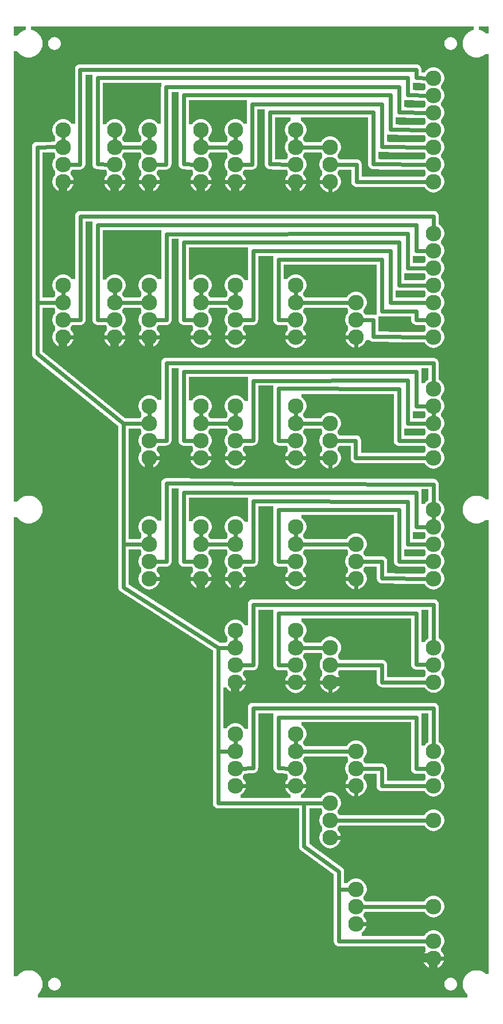
<source format=gbl>
G04 MADE WITH FRITZING*
G04 WWW.FRITZING.ORG*
G04 SINGLE SIDED*
G04 HOLES NOT PLATED*
G04 CONTOUR ON CENTER OF CONTOUR VECTOR*
%ASAXBY*%
%FSLAX23Y23*%
%MOIN*%
%OFA0B0*%
%SFA1.0B1.0*%
%ADD10C,0.075000*%
%ADD11C,0.090551*%
%ADD12C,0.024000*%
%LNCOPPER0*%
G90*
G70*
G54D10*
X628Y5270D03*
X1128Y5183D03*
X1952Y5066D03*
X628Y4416D03*
X1129Y4320D03*
X1780Y4217D03*
X1129Y3579D03*
X1954Y3464D03*
X1129Y2879D03*
X2086Y2764D03*
X1955Y2162D03*
X1501Y1335D03*
X2087Y1562D03*
X2606Y5405D03*
G54D11*
X2475Y368D03*
X2475Y268D03*
X2475Y368D03*
X2475Y268D03*
X2025Y4068D03*
X2025Y3968D03*
X2025Y3868D03*
X1875Y4968D03*
X1875Y4868D03*
X1875Y4768D03*
X1325Y1568D03*
X1325Y1468D03*
X1325Y1368D03*
X1325Y1268D03*
X1675Y1568D03*
X1675Y1468D03*
X1675Y1368D03*
X1675Y1268D03*
X1675Y2168D03*
X1675Y2068D03*
X1675Y1968D03*
X1675Y1868D03*
X1325Y2168D03*
X1325Y2068D03*
X1325Y1968D03*
X1325Y1868D03*
X1125Y2768D03*
X1125Y2668D03*
X1125Y2568D03*
X1125Y2468D03*
X1675Y2768D03*
X1675Y2668D03*
X1675Y2568D03*
X1675Y2468D03*
X1325Y2768D03*
X1325Y2668D03*
X1325Y2568D03*
X1325Y2468D03*
X825Y2768D03*
X825Y2668D03*
X825Y2568D03*
X825Y2468D03*
X1675Y3468D03*
X1675Y3368D03*
X1675Y3268D03*
X1675Y3168D03*
X825Y3468D03*
X825Y3368D03*
X825Y3268D03*
X825Y3168D03*
X1125Y3468D03*
X1125Y3368D03*
X1125Y3268D03*
X1125Y3168D03*
X1325Y3468D03*
X1325Y3368D03*
X1325Y3268D03*
X1325Y3168D03*
X325Y4168D03*
X325Y4068D03*
X325Y3968D03*
X325Y3868D03*
X1675Y4168D03*
X1675Y4068D03*
X1675Y3968D03*
X1675Y3868D03*
X625Y4168D03*
X625Y4068D03*
X625Y3968D03*
X625Y3868D03*
X1325Y4168D03*
X1325Y4068D03*
X1325Y3968D03*
X1325Y3868D03*
X825Y4168D03*
X825Y4068D03*
X825Y3968D03*
X825Y3868D03*
X1125Y4168D03*
X1125Y4068D03*
X1125Y3968D03*
X1125Y3868D03*
X325Y5068D03*
X325Y4968D03*
X325Y4868D03*
X325Y4768D03*
X625Y5068D03*
X625Y4968D03*
X625Y4868D03*
X625Y4768D03*
X825Y5068D03*
X825Y4968D03*
X825Y4868D03*
X825Y4768D03*
X1125Y5068D03*
X1125Y4968D03*
X1125Y4868D03*
X1125Y4768D03*
X1325Y5068D03*
X1325Y4968D03*
X1325Y4868D03*
X1325Y4768D03*
X1675Y5068D03*
X1675Y4968D03*
X1675Y4868D03*
X1675Y4768D03*
X2475Y5368D03*
X2475Y5268D03*
X2475Y5168D03*
X2475Y5068D03*
X2475Y4968D03*
X2475Y4868D03*
X2475Y4768D03*
X2475Y5368D03*
X2475Y5268D03*
X2475Y5168D03*
X2475Y5068D03*
X2475Y4968D03*
X2475Y4868D03*
X2475Y4768D03*
X2475Y1068D03*
X2475Y1068D03*
X2475Y2868D03*
X2475Y2768D03*
X2475Y2668D03*
X2475Y2568D03*
X2475Y2468D03*
X2475Y2868D03*
X2475Y2768D03*
X2475Y2668D03*
X2475Y2568D03*
X2475Y2468D03*
X2475Y4468D03*
X2475Y4368D03*
X2475Y4268D03*
X2475Y4168D03*
X2475Y4068D03*
X2475Y3968D03*
X2475Y3868D03*
X2475Y4468D03*
X2475Y4368D03*
X2475Y4268D03*
X2475Y4168D03*
X2475Y4068D03*
X2475Y3968D03*
X2475Y3868D03*
X2475Y3568D03*
X2475Y3468D03*
X2475Y3368D03*
X2475Y3268D03*
X2475Y3168D03*
X2475Y3568D03*
X2475Y3468D03*
X2475Y3368D03*
X2475Y3268D03*
X2475Y3168D03*
X2475Y1468D03*
X2475Y1368D03*
X2475Y1268D03*
X2475Y568D03*
X2475Y568D03*
X2476Y2069D03*
X2476Y1969D03*
X2476Y1869D03*
X1875Y3368D03*
X1875Y3268D03*
X1875Y3168D03*
X2025Y2668D03*
X2025Y2568D03*
X2025Y2468D03*
X1876Y2069D03*
X1876Y1969D03*
X1876Y1869D03*
X2025Y1468D03*
X2025Y1368D03*
X2025Y1268D03*
X1875Y1168D03*
X1875Y1068D03*
X1875Y968D03*
X2025Y668D03*
X2025Y568D03*
X2025Y468D03*
G54D12*
X2475Y3443D02*
X2475Y3393D01*
D02*
X2475Y2843D02*
X2475Y2793D01*
D02*
X650Y4968D02*
X800Y4968D01*
D02*
X1700Y2668D02*
X2000Y2668D01*
D02*
X325Y4093D02*
X325Y4143D01*
D02*
X1873Y4670D02*
X1875Y4743D01*
D02*
X2574Y4670D02*
X1873Y4670D01*
D02*
X2575Y3768D02*
X2574Y4670D01*
D02*
X2023Y3769D02*
X2575Y3768D01*
D02*
X2575Y3768D02*
X2574Y3068D01*
D02*
X2025Y3843D02*
X2023Y3769D01*
D02*
X2574Y3068D02*
X1875Y3067D01*
D02*
X1875Y3067D02*
X1875Y3143D01*
D02*
X2574Y3068D02*
X2574Y2368D01*
D02*
X2574Y2368D02*
X2023Y2368D01*
D02*
X2023Y2368D02*
X2025Y2443D01*
D02*
X2574Y2368D02*
X2574Y1768D01*
D02*
X2574Y1768D02*
X1875Y1768D01*
D02*
X1875Y1768D02*
X1876Y1844D01*
D02*
X2574Y1168D02*
X2574Y1768D01*
D02*
X2576Y970D02*
X2574Y1168D01*
D02*
X2023Y1167D02*
X2574Y1168D01*
D02*
X2025Y1243D02*
X2023Y1167D01*
D02*
X2576Y970D02*
X2573Y469D01*
D02*
X1900Y968D02*
X2576Y970D01*
D02*
X2573Y469D02*
X2050Y468D01*
D02*
X2573Y469D02*
X2574Y269D01*
D02*
X2574Y269D02*
X2500Y268D01*
D02*
X276Y4970D02*
X300Y4969D01*
D02*
X174Y4969D02*
X276Y4970D01*
D02*
X174Y4069D02*
X174Y4969D01*
D02*
X174Y3770D02*
X174Y4069D01*
D02*
X174Y4069D02*
X300Y4068D01*
D02*
X674Y3367D02*
X174Y3770D01*
D02*
X674Y2669D02*
X674Y3367D01*
D02*
X674Y3367D02*
X800Y3368D01*
D02*
X674Y2419D02*
X674Y2669D01*
D02*
X674Y2669D02*
X800Y2668D01*
D02*
X1224Y2068D02*
X674Y2419D01*
D02*
X1224Y2068D02*
X1300Y2068D01*
D02*
X1224Y1468D02*
X1224Y2068D01*
D02*
X1224Y1167D02*
X1224Y1468D01*
D02*
X1224Y1468D02*
X1300Y1468D01*
D02*
X1723Y1167D02*
X1224Y1167D01*
D02*
X1723Y1167D02*
X1850Y1168D01*
D02*
X1723Y1167D02*
X1723Y918D01*
D02*
X1926Y770D02*
X1926Y668D01*
D02*
X1723Y918D02*
X1926Y770D01*
D02*
X1926Y668D02*
X1926Y368D01*
D02*
X1926Y368D02*
X2450Y368D01*
D02*
X1851Y1869D02*
X1700Y1868D01*
D02*
X1325Y1493D02*
X1325Y1543D01*
D02*
X850Y4768D02*
X1100Y4768D01*
D02*
X1675Y1493D02*
X1675Y1543D01*
D02*
X1100Y3868D02*
X850Y3868D01*
D02*
X1900Y3268D02*
X2023Y3269D01*
D02*
X2023Y3269D02*
X2023Y3168D01*
D02*
X2023Y3168D02*
X2450Y3168D01*
D02*
X625Y4993D02*
X625Y5043D01*
D02*
X1025Y3268D02*
X1100Y3268D01*
D02*
X1025Y3669D02*
X1025Y3268D01*
D02*
X2374Y3669D02*
X1025Y3669D01*
D02*
X2374Y3469D02*
X2374Y3669D01*
D02*
X2450Y3468D02*
X2374Y3469D01*
D02*
X1325Y3393D02*
X1325Y3443D01*
D02*
X1650Y2468D02*
X1350Y2468D01*
D02*
X325Y4993D02*
X325Y5043D01*
D02*
X2000Y2468D02*
X1700Y2468D01*
D02*
X1325Y4093D02*
X1325Y4143D01*
D02*
X1423Y4869D02*
X1350Y4868D01*
D02*
X1423Y5218D02*
X1423Y4869D01*
D02*
X2174Y5218D02*
X1423Y5218D01*
D02*
X2174Y4970D02*
X2174Y5218D01*
D02*
X2450Y4968D02*
X2174Y4970D01*
D02*
X924Y2567D02*
X850Y2568D01*
D02*
X924Y3020D02*
X924Y2567D01*
D02*
X2474Y3016D02*
X924Y3020D01*
D02*
X2475Y2893D02*
X2474Y3016D01*
D02*
X1650Y1868D02*
X1350Y1868D01*
D02*
X1325Y2093D02*
X1325Y2143D01*
D02*
X1427Y2567D02*
X1350Y2568D01*
D02*
X1427Y2918D02*
X1427Y2567D01*
D02*
X2326Y2916D02*
X1427Y2918D01*
D02*
X2326Y2668D02*
X2326Y2916D01*
D02*
X2450Y2668D02*
X2326Y2668D01*
D02*
X350Y3968D02*
X425Y3967D01*
D02*
X425Y3967D02*
X425Y4568D01*
D02*
X425Y4568D02*
X2474Y4569D01*
D02*
X2474Y4569D02*
X2475Y4493D01*
D02*
X1300Y3168D02*
X1150Y3168D01*
D02*
X924Y3269D02*
X850Y3268D01*
D02*
X924Y3718D02*
X924Y3269D01*
D02*
X2474Y3717D02*
X924Y3718D01*
D02*
X2475Y3593D02*
X2474Y3717D01*
D02*
X1125Y3393D02*
X1125Y3443D01*
D02*
X2050Y3968D02*
X2125Y3967D01*
D02*
X2125Y3967D02*
X2125Y3870D01*
D02*
X2125Y3870D02*
X2450Y3868D01*
D02*
X2028Y4769D02*
X2450Y4768D01*
D02*
X2028Y4869D02*
X2028Y4769D01*
D02*
X1900Y4868D02*
X2028Y4869D01*
D02*
X1100Y2468D02*
X850Y2468D01*
D02*
X1025Y2568D02*
X1100Y2568D01*
D02*
X1025Y2968D02*
X1025Y2568D01*
D02*
X2374Y2968D02*
X1025Y2968D01*
D02*
X2376Y2768D02*
X2374Y2968D01*
D02*
X2450Y2768D02*
X2376Y2768D01*
D02*
X1150Y4068D02*
X1300Y4068D01*
D02*
X1700Y4968D02*
X1850Y4968D01*
D02*
X1100Y3168D02*
X850Y3168D01*
D02*
X600Y3868D02*
X350Y3868D01*
D02*
X825Y4093D02*
X825Y4143D01*
D02*
X1700Y3368D02*
X1850Y3368D01*
D02*
X1025Y3969D02*
X1100Y3968D01*
D02*
X1025Y4417D02*
X1025Y3969D01*
D02*
X2274Y4417D02*
X1025Y4417D01*
D02*
X2274Y4169D02*
X2274Y4417D01*
D02*
X2450Y4168D02*
X2274Y4169D01*
D02*
X524Y4870D02*
X600Y4869D01*
D02*
X524Y5370D02*
X524Y4870D01*
D02*
X2326Y5370D02*
X524Y5370D01*
D02*
X2326Y5270D02*
X2326Y5370D01*
D02*
X2450Y5268D02*
X2326Y5270D01*
D02*
X1675Y3393D02*
X1675Y3443D01*
D02*
X1325Y4993D02*
X1325Y5043D01*
D02*
X1575Y1967D02*
X1650Y1968D01*
D02*
X1575Y2267D02*
X1575Y1967D01*
D02*
X2375Y2267D02*
X1575Y2267D01*
D02*
X2375Y1971D02*
X2375Y2267D01*
D02*
X2451Y1970D02*
X2375Y1971D01*
D02*
X1650Y1268D02*
X1350Y1268D01*
D02*
X2450Y4068D02*
X2226Y4069D01*
D02*
X2226Y4069D02*
X2226Y4369D01*
D02*
X2226Y4369D02*
X1427Y4369D01*
D02*
X1427Y4369D02*
X1427Y3967D01*
D02*
X1427Y3967D02*
X1350Y3968D01*
D02*
X800Y3868D02*
X650Y3868D01*
D02*
X2000Y1268D02*
X1700Y1268D01*
D02*
X1350Y4768D02*
X1650Y4768D01*
D02*
X1300Y2468D02*
X1150Y2468D01*
D02*
X1125Y2693D02*
X1125Y2743D01*
D02*
X825Y4993D02*
X825Y5043D01*
D02*
X1150Y4768D02*
X1300Y4768D01*
D02*
X650Y4768D02*
X800Y4768D01*
D02*
X1325Y2693D02*
X1325Y2743D01*
D02*
X650Y4068D02*
X800Y4068D01*
D02*
X2476Y2094D02*
X2476Y2318D01*
D02*
X2476Y2318D02*
X1427Y2318D01*
D02*
X1427Y2318D02*
X1427Y1967D01*
D02*
X1427Y1967D02*
X1350Y1968D01*
D02*
X1575Y1370D02*
X1650Y1369D01*
D02*
X1575Y1666D02*
X1575Y1370D01*
D02*
X2375Y1666D02*
X1575Y1666D01*
D02*
X2374Y1367D02*
X2375Y1666D01*
D02*
X2450Y1368D02*
X2374Y1367D01*
D02*
X1901Y1969D02*
X2176Y1967D01*
D02*
X2176Y1967D02*
X2176Y1869D01*
D02*
X2176Y1869D02*
X2451Y1869D01*
D02*
X1150Y2668D02*
X1300Y2668D01*
D02*
X1700Y4068D02*
X2000Y4068D01*
D02*
X625Y4093D02*
X625Y4143D01*
D02*
X1850Y3168D02*
X1700Y3168D01*
D02*
X1650Y3968D02*
X1575Y3967D01*
D02*
X1575Y3967D02*
X1575Y4318D01*
D02*
X1575Y4318D02*
X2174Y4317D01*
D02*
X2174Y4317D02*
X2174Y4017D01*
D02*
X2174Y4017D02*
X2374Y4017D01*
D02*
X2374Y4017D02*
X2374Y3969D01*
D02*
X2374Y3969D02*
X2450Y3968D01*
D02*
X600Y4768D02*
X350Y4768D01*
D02*
X1700Y1468D02*
X2000Y1468D01*
D02*
X1675Y2693D02*
X1675Y2743D01*
D02*
X524Y3969D02*
X600Y3968D01*
D02*
X524Y4517D02*
X524Y3969D01*
D02*
X2374Y4517D02*
X524Y4517D01*
D02*
X2374Y4369D02*
X2374Y4517D01*
D02*
X2450Y4368D02*
X2374Y4369D01*
D02*
X2050Y568D02*
X2450Y568D01*
D02*
X825Y3393D02*
X825Y3443D01*
D02*
X1675Y4993D02*
X1675Y5043D01*
D02*
X2450Y1068D02*
X1900Y1068D01*
D02*
X923Y4869D02*
X850Y4868D01*
D02*
X923Y5318D02*
X923Y4869D01*
D02*
X2274Y5318D02*
X923Y5318D01*
D02*
X2274Y5170D02*
X2274Y5318D01*
D02*
X2450Y5168D02*
X2274Y5170D01*
D02*
X1700Y2068D02*
X1851Y2069D01*
D02*
X1427Y1370D02*
X1350Y1369D01*
D02*
X1427Y1719D02*
X1427Y1370D01*
D02*
X1765Y1719D02*
X1427Y1719D01*
D02*
X2475Y1719D02*
X1765Y1719D01*
D02*
X2475Y1493D02*
X2475Y1719D01*
D02*
X1675Y2093D02*
X1675Y2143D01*
D02*
X1675Y4093D02*
X1675Y4143D01*
D02*
X2450Y2568D02*
X2276Y2568D01*
D02*
X2276Y2568D02*
X2274Y2868D01*
D02*
X2274Y2868D02*
X1575Y2868D01*
D02*
X1575Y2868D02*
X1575Y2567D01*
D02*
X1575Y2567D02*
X1650Y2568D01*
D02*
X2000Y3868D02*
X1700Y3868D01*
D02*
X1427Y3269D02*
X1350Y3268D01*
D02*
X1427Y3616D02*
X1427Y3269D01*
D02*
X2326Y3617D02*
X1427Y3616D01*
D02*
X2325Y3369D02*
X2326Y3617D01*
D02*
X2450Y3368D02*
X2325Y3369D01*
D02*
X1125Y4993D02*
X1125Y5043D01*
D02*
X1575Y3269D02*
X1650Y3268D01*
D02*
X1575Y3570D02*
X1575Y3269D01*
D02*
X2274Y3569D02*
X1575Y3570D01*
D02*
X2274Y3268D02*
X2274Y3569D01*
D02*
X2450Y3268D02*
X2274Y3268D01*
D02*
X1650Y3168D02*
X1350Y3168D01*
D02*
X1125Y4093D02*
X1125Y4143D01*
D02*
X1650Y3868D02*
X1350Y3868D01*
D02*
X350Y4868D02*
X423Y4869D01*
D02*
X423Y4869D02*
X423Y5418D01*
D02*
X423Y5418D02*
X2374Y5418D01*
D02*
X2374Y5418D02*
X2374Y5370D01*
D02*
X2374Y5370D02*
X2450Y5369D01*
D02*
X1300Y3868D02*
X1150Y3868D01*
D02*
X1025Y4870D02*
X1100Y4869D01*
D02*
X1025Y5270D02*
X1025Y4870D01*
D02*
X2226Y5270D02*
X1025Y5270D01*
D02*
X2226Y5070D02*
X2226Y5270D01*
D02*
X2450Y5068D02*
X2226Y5070D01*
D02*
X2450Y4268D02*
X2326Y4269D01*
D02*
X2326Y4269D02*
X2326Y4469D01*
D02*
X2326Y4469D02*
X924Y4466D01*
D02*
X924Y4466D02*
X924Y3967D01*
D02*
X924Y3967D02*
X850Y3968D01*
D02*
X1150Y4968D02*
X1300Y4968D01*
D02*
X1150Y3368D02*
X1300Y3368D01*
D02*
X1525Y4870D02*
X1650Y4868D01*
D02*
X1525Y5170D02*
X1525Y4870D01*
D02*
X2126Y5170D02*
X1525Y5170D01*
D02*
X2126Y4870D02*
X2126Y5170D01*
D02*
X2450Y4868D02*
X2126Y4870D01*
D02*
X2050Y1368D02*
X2174Y1367D01*
D02*
X2174Y1367D02*
X2174Y1267D01*
D02*
X2174Y1267D02*
X2450Y1268D01*
D02*
X2050Y2568D02*
X2176Y2567D01*
D02*
X2176Y2567D02*
X2176Y2470D01*
D02*
X2176Y2470D02*
X2450Y2468D01*
D02*
X1700Y4768D02*
X1850Y4768D01*
D02*
X1667Y5066D02*
X1675Y5068D01*
D02*
X825Y2693D02*
X825Y2743D01*
D02*
X1926Y668D02*
X2000Y668D01*
G36*
X40Y5667D02*
X40Y5613D01*
X60Y5613D01*
X60Y5617D01*
X62Y5617D01*
X62Y5619D01*
X64Y5619D01*
X64Y5621D01*
X66Y5621D01*
X66Y5623D01*
X68Y5623D01*
X68Y5625D01*
X70Y5625D01*
X70Y5627D01*
X72Y5627D01*
X72Y5629D01*
X74Y5629D01*
X74Y5631D01*
X76Y5631D01*
X76Y5633D01*
X80Y5633D01*
X80Y5635D01*
X82Y5635D01*
X82Y5637D01*
X86Y5637D01*
X86Y5639D01*
X88Y5639D01*
X88Y5641D01*
X92Y5641D01*
X92Y5643D01*
X98Y5643D01*
X98Y5645D01*
X102Y5645D01*
X102Y5647D01*
X110Y5647D01*
X110Y5667D01*
X40Y5667D01*
G37*
D02*
G36*
X2740Y5667D02*
X2740Y5647D01*
X2748Y5647D01*
X2748Y5645D01*
X2752Y5645D01*
X2752Y5643D01*
X2758Y5643D01*
X2758Y5641D01*
X2762Y5641D01*
X2762Y5639D01*
X2764Y5639D01*
X2764Y5637D01*
X2768Y5637D01*
X2768Y5635D01*
X2770Y5635D01*
X2770Y5633D01*
X2774Y5633D01*
X2774Y5631D01*
X2776Y5631D01*
X2776Y5629D01*
X2796Y5629D01*
X2796Y5667D01*
X2740Y5667D01*
G37*
D02*
G36*
X554Y5341D02*
X554Y5131D01*
X838Y5131D01*
X838Y5129D01*
X844Y5129D01*
X844Y5127D01*
X848Y5127D01*
X848Y5125D01*
X852Y5125D01*
X852Y5123D01*
X856Y5123D01*
X856Y5121D01*
X858Y5121D01*
X858Y5119D01*
X860Y5119D01*
X860Y5117D01*
X862Y5117D01*
X862Y5115D01*
X866Y5115D01*
X866Y5113D01*
X868Y5113D01*
X868Y5111D01*
X870Y5111D01*
X870Y5109D01*
X872Y5109D01*
X872Y5105D01*
X892Y5105D01*
X892Y5319D01*
X894Y5319D01*
X894Y5341D01*
X554Y5341D01*
G37*
D02*
G36*
X554Y5131D02*
X554Y5101D01*
X574Y5101D01*
X574Y5103D01*
X576Y5103D01*
X576Y5105D01*
X578Y5105D01*
X578Y5109D01*
X580Y5109D01*
X580Y5111D01*
X582Y5111D01*
X582Y5113D01*
X584Y5113D01*
X584Y5115D01*
X588Y5115D01*
X588Y5117D01*
X590Y5117D01*
X590Y5119D01*
X592Y5119D01*
X592Y5121D01*
X594Y5121D01*
X594Y5123D01*
X598Y5123D01*
X598Y5125D01*
X602Y5125D01*
X602Y5127D01*
X606Y5127D01*
X606Y5129D01*
X612Y5129D01*
X612Y5131D01*
X554Y5131D01*
G37*
D02*
G36*
X638Y5131D02*
X638Y5129D01*
X644Y5129D01*
X644Y5127D01*
X648Y5127D01*
X648Y5125D01*
X652Y5125D01*
X652Y5123D01*
X656Y5123D01*
X656Y5121D01*
X658Y5121D01*
X658Y5119D01*
X660Y5119D01*
X660Y5117D01*
X662Y5117D01*
X662Y5115D01*
X666Y5115D01*
X666Y5113D01*
X668Y5113D01*
X668Y5111D01*
X670Y5111D01*
X670Y5109D01*
X672Y5109D01*
X672Y5105D01*
X674Y5105D01*
X674Y5103D01*
X676Y5103D01*
X676Y5101D01*
X678Y5101D01*
X678Y5097D01*
X680Y5097D01*
X680Y5095D01*
X682Y5095D01*
X682Y5091D01*
X684Y5091D01*
X684Y5085D01*
X686Y5085D01*
X686Y5079D01*
X688Y5079D01*
X688Y5059D01*
X686Y5059D01*
X686Y5051D01*
X684Y5051D01*
X684Y5047D01*
X682Y5047D01*
X682Y5043D01*
X680Y5043D01*
X680Y5039D01*
X678Y5039D01*
X678Y5037D01*
X676Y5037D01*
X676Y5033D01*
X674Y5033D01*
X674Y5031D01*
X672Y5031D01*
X672Y5029D01*
X670Y5029D01*
X670Y5009D01*
X672Y5009D01*
X672Y5005D01*
X674Y5005D01*
X674Y5003D01*
X676Y5003D01*
X676Y5001D01*
X678Y5001D01*
X678Y4999D01*
X772Y4999D01*
X772Y5001D01*
X774Y5001D01*
X774Y5003D01*
X776Y5003D01*
X776Y5005D01*
X778Y5005D01*
X778Y5009D01*
X780Y5009D01*
X780Y5029D01*
X778Y5029D01*
X778Y5031D01*
X776Y5031D01*
X776Y5033D01*
X774Y5033D01*
X774Y5037D01*
X772Y5037D01*
X772Y5039D01*
X770Y5039D01*
X770Y5043D01*
X768Y5043D01*
X768Y5047D01*
X766Y5047D01*
X766Y5051D01*
X764Y5051D01*
X764Y5059D01*
X762Y5059D01*
X762Y5079D01*
X764Y5079D01*
X764Y5085D01*
X766Y5085D01*
X766Y5091D01*
X768Y5091D01*
X768Y5095D01*
X770Y5095D01*
X770Y5097D01*
X772Y5097D01*
X772Y5101D01*
X774Y5101D01*
X774Y5103D01*
X776Y5103D01*
X776Y5105D01*
X778Y5105D01*
X778Y5109D01*
X780Y5109D01*
X780Y5111D01*
X782Y5111D01*
X782Y5113D01*
X784Y5113D01*
X784Y5115D01*
X788Y5115D01*
X788Y5117D01*
X790Y5117D01*
X790Y5119D01*
X792Y5119D01*
X792Y5121D01*
X794Y5121D01*
X794Y5123D01*
X798Y5123D01*
X798Y5125D01*
X802Y5125D01*
X802Y5127D01*
X806Y5127D01*
X806Y5129D01*
X812Y5129D01*
X812Y5131D01*
X638Y5131D01*
G37*
D02*
G36*
X2356Y5341D02*
X2356Y5301D01*
X2364Y5301D01*
X2364Y5299D01*
X2422Y5299D01*
X2422Y5301D01*
X2424Y5301D01*
X2424Y5303D01*
X2426Y5303D01*
X2426Y5305D01*
X2428Y5305D01*
X2428Y5309D01*
X2430Y5309D01*
X2430Y5329D01*
X2428Y5329D01*
X2428Y5331D01*
X2426Y5331D01*
X2426Y5333D01*
X2424Y5333D01*
X2424Y5337D01*
X2422Y5337D01*
X2422Y5339D01*
X2402Y5339D01*
X2402Y5341D01*
X2356Y5341D01*
G37*
D02*
G36*
X1054Y5241D02*
X1054Y5131D01*
X1338Y5131D01*
X1338Y5129D01*
X1344Y5129D01*
X1344Y5127D01*
X1348Y5127D01*
X1348Y5125D01*
X1352Y5125D01*
X1352Y5123D01*
X1356Y5123D01*
X1356Y5121D01*
X1358Y5121D01*
X1358Y5119D01*
X1360Y5119D01*
X1360Y5117D01*
X1362Y5117D01*
X1362Y5115D01*
X1366Y5115D01*
X1366Y5113D01*
X1368Y5113D01*
X1368Y5111D01*
X1370Y5111D01*
X1370Y5109D01*
X1372Y5109D01*
X1372Y5105D01*
X1392Y5105D01*
X1392Y5241D01*
X1054Y5241D01*
G37*
D02*
G36*
X1054Y5131D02*
X1054Y5101D01*
X1074Y5101D01*
X1074Y5103D01*
X1076Y5103D01*
X1076Y5105D01*
X1078Y5105D01*
X1078Y5109D01*
X1080Y5109D01*
X1080Y5111D01*
X1082Y5111D01*
X1082Y5113D01*
X1084Y5113D01*
X1084Y5115D01*
X1088Y5115D01*
X1088Y5117D01*
X1090Y5117D01*
X1090Y5119D01*
X1092Y5119D01*
X1092Y5121D01*
X1094Y5121D01*
X1094Y5123D01*
X1098Y5123D01*
X1098Y5125D01*
X1102Y5125D01*
X1102Y5127D01*
X1106Y5127D01*
X1106Y5129D01*
X1112Y5129D01*
X1112Y5131D01*
X1054Y5131D01*
G37*
D02*
G36*
X1138Y5131D02*
X1138Y5129D01*
X1144Y5129D01*
X1144Y5127D01*
X1148Y5127D01*
X1148Y5125D01*
X1152Y5125D01*
X1152Y5123D01*
X1156Y5123D01*
X1156Y5121D01*
X1158Y5121D01*
X1158Y5119D01*
X1160Y5119D01*
X1160Y5117D01*
X1162Y5117D01*
X1162Y5115D01*
X1166Y5115D01*
X1166Y5113D01*
X1168Y5113D01*
X1168Y5111D01*
X1170Y5111D01*
X1170Y5109D01*
X1172Y5109D01*
X1172Y5105D01*
X1174Y5105D01*
X1174Y5103D01*
X1176Y5103D01*
X1176Y5101D01*
X1178Y5101D01*
X1178Y5097D01*
X1180Y5097D01*
X1180Y5095D01*
X1182Y5095D01*
X1182Y5091D01*
X1184Y5091D01*
X1184Y5085D01*
X1186Y5085D01*
X1186Y5079D01*
X1188Y5079D01*
X1188Y5059D01*
X1186Y5059D01*
X1186Y5051D01*
X1184Y5051D01*
X1184Y5047D01*
X1182Y5047D01*
X1182Y5043D01*
X1180Y5043D01*
X1180Y5039D01*
X1178Y5039D01*
X1178Y5037D01*
X1176Y5037D01*
X1176Y5033D01*
X1174Y5033D01*
X1174Y5031D01*
X1172Y5031D01*
X1172Y5029D01*
X1170Y5029D01*
X1170Y5009D01*
X1172Y5009D01*
X1172Y5005D01*
X1174Y5005D01*
X1174Y5003D01*
X1176Y5003D01*
X1176Y5001D01*
X1178Y5001D01*
X1178Y4999D01*
X1272Y4999D01*
X1272Y5001D01*
X1274Y5001D01*
X1274Y5003D01*
X1276Y5003D01*
X1276Y5005D01*
X1278Y5005D01*
X1278Y5009D01*
X1280Y5009D01*
X1280Y5029D01*
X1278Y5029D01*
X1278Y5031D01*
X1276Y5031D01*
X1276Y5033D01*
X1274Y5033D01*
X1274Y5037D01*
X1272Y5037D01*
X1272Y5039D01*
X1270Y5039D01*
X1270Y5043D01*
X1268Y5043D01*
X1268Y5047D01*
X1266Y5047D01*
X1266Y5051D01*
X1264Y5051D01*
X1264Y5059D01*
X1262Y5059D01*
X1262Y5079D01*
X1264Y5079D01*
X1264Y5085D01*
X1266Y5085D01*
X1266Y5091D01*
X1268Y5091D01*
X1268Y5095D01*
X1270Y5095D01*
X1270Y5097D01*
X1272Y5097D01*
X1272Y5101D01*
X1274Y5101D01*
X1274Y5103D01*
X1276Y5103D01*
X1276Y5105D01*
X1278Y5105D01*
X1278Y5109D01*
X1280Y5109D01*
X1280Y5111D01*
X1282Y5111D01*
X1282Y5113D01*
X1284Y5113D01*
X1284Y5115D01*
X1288Y5115D01*
X1288Y5117D01*
X1290Y5117D01*
X1290Y5119D01*
X1292Y5119D01*
X1292Y5121D01*
X1294Y5121D01*
X1294Y5123D01*
X1298Y5123D01*
X1298Y5125D01*
X1302Y5125D01*
X1302Y5127D01*
X1306Y5127D01*
X1306Y5129D01*
X1312Y5129D01*
X1312Y5131D01*
X1138Y5131D01*
G37*
D02*
G36*
X2304Y5241D02*
X2304Y5201D01*
X2318Y5201D01*
X2318Y5199D01*
X2422Y5199D01*
X2422Y5201D01*
X2424Y5201D01*
X2424Y5203D01*
X2426Y5203D01*
X2426Y5205D01*
X2428Y5205D01*
X2428Y5209D01*
X2430Y5209D01*
X2430Y5229D01*
X2428Y5229D01*
X2428Y5231D01*
X2426Y5231D01*
X2426Y5233D01*
X2424Y5233D01*
X2424Y5237D01*
X2422Y5237D01*
X2422Y5239D01*
X2362Y5239D01*
X2362Y5241D01*
X2304Y5241D01*
G37*
D02*
G36*
X1556Y5141D02*
X1556Y4899D01*
X1622Y4899D01*
X1622Y4901D01*
X1624Y4901D01*
X1624Y4903D01*
X1626Y4903D01*
X1626Y4905D01*
X1628Y4905D01*
X1628Y4909D01*
X1630Y4909D01*
X1630Y4929D01*
X1628Y4929D01*
X1628Y4931D01*
X1626Y4931D01*
X1626Y4933D01*
X1624Y4933D01*
X1624Y4937D01*
X1622Y4937D01*
X1622Y4939D01*
X1620Y4939D01*
X1620Y4943D01*
X1618Y4943D01*
X1618Y4947D01*
X1616Y4947D01*
X1616Y4951D01*
X1614Y4951D01*
X1614Y4959D01*
X1612Y4959D01*
X1612Y4979D01*
X1614Y4979D01*
X1614Y4985D01*
X1616Y4985D01*
X1616Y4991D01*
X1618Y4991D01*
X1618Y4995D01*
X1620Y4995D01*
X1620Y4997D01*
X1622Y4997D01*
X1622Y5001D01*
X1624Y5001D01*
X1624Y5003D01*
X1626Y5003D01*
X1626Y5005D01*
X1628Y5005D01*
X1628Y5009D01*
X1630Y5009D01*
X1630Y5029D01*
X1628Y5029D01*
X1628Y5031D01*
X1626Y5031D01*
X1626Y5033D01*
X1624Y5033D01*
X1624Y5037D01*
X1622Y5037D01*
X1622Y5039D01*
X1620Y5039D01*
X1620Y5043D01*
X1618Y5043D01*
X1618Y5047D01*
X1616Y5047D01*
X1616Y5051D01*
X1614Y5051D01*
X1614Y5059D01*
X1612Y5059D01*
X1612Y5079D01*
X1614Y5079D01*
X1614Y5085D01*
X1616Y5085D01*
X1616Y5091D01*
X1618Y5091D01*
X1618Y5095D01*
X1620Y5095D01*
X1620Y5097D01*
X1622Y5097D01*
X1622Y5101D01*
X1624Y5101D01*
X1624Y5103D01*
X1626Y5103D01*
X1626Y5105D01*
X1628Y5105D01*
X1628Y5109D01*
X1630Y5109D01*
X1630Y5111D01*
X1632Y5111D01*
X1632Y5113D01*
X1634Y5113D01*
X1634Y5115D01*
X1638Y5115D01*
X1638Y5117D01*
X1640Y5117D01*
X1640Y5119D01*
X1642Y5119D01*
X1642Y5121D01*
X1644Y5121D01*
X1644Y5141D01*
X1556Y5141D01*
G37*
D02*
G36*
X1706Y5141D02*
X1706Y5121D01*
X1708Y5121D01*
X1708Y5119D01*
X1710Y5119D01*
X1710Y5117D01*
X1712Y5117D01*
X1712Y5115D01*
X1716Y5115D01*
X1716Y5113D01*
X1718Y5113D01*
X1718Y5111D01*
X1720Y5111D01*
X1720Y5109D01*
X1722Y5109D01*
X1722Y5105D01*
X1724Y5105D01*
X1724Y5103D01*
X1726Y5103D01*
X1726Y5101D01*
X1728Y5101D01*
X1728Y5097D01*
X1730Y5097D01*
X1730Y5095D01*
X1732Y5095D01*
X1732Y5091D01*
X1734Y5091D01*
X1734Y5085D01*
X1736Y5085D01*
X1736Y5079D01*
X1738Y5079D01*
X1738Y5059D01*
X1736Y5059D01*
X1736Y5051D01*
X1734Y5051D01*
X1734Y5047D01*
X1732Y5047D01*
X1732Y5043D01*
X1730Y5043D01*
X1730Y5039D01*
X1728Y5039D01*
X1728Y5037D01*
X1726Y5037D01*
X1726Y5033D01*
X1724Y5033D01*
X1724Y5031D01*
X1888Y5031D01*
X1888Y5029D01*
X1894Y5029D01*
X1894Y5027D01*
X1898Y5027D01*
X1898Y5025D01*
X1902Y5025D01*
X1902Y5023D01*
X1906Y5023D01*
X1906Y5021D01*
X1908Y5021D01*
X1908Y5019D01*
X1910Y5019D01*
X1910Y5017D01*
X1912Y5017D01*
X1912Y5015D01*
X1916Y5015D01*
X1916Y5013D01*
X1918Y5013D01*
X1918Y5011D01*
X1920Y5011D01*
X1920Y5009D01*
X1922Y5009D01*
X1922Y5005D01*
X1924Y5005D01*
X1924Y5003D01*
X1926Y5003D01*
X1926Y5001D01*
X1928Y5001D01*
X1928Y4997D01*
X1930Y4997D01*
X1930Y4995D01*
X1932Y4995D01*
X1932Y4991D01*
X1934Y4991D01*
X1934Y4985D01*
X1936Y4985D01*
X1936Y4979D01*
X1938Y4979D01*
X1938Y4959D01*
X1936Y4959D01*
X1936Y4951D01*
X1934Y4951D01*
X1934Y4947D01*
X1932Y4947D01*
X1932Y4943D01*
X1930Y4943D01*
X1930Y4939D01*
X1928Y4939D01*
X1928Y4937D01*
X1926Y4937D01*
X1926Y4933D01*
X1924Y4933D01*
X1924Y4931D01*
X1922Y4931D01*
X1922Y4929D01*
X1920Y4929D01*
X1920Y4909D01*
X1922Y4909D01*
X1922Y4905D01*
X1924Y4905D01*
X1924Y4903D01*
X1926Y4903D01*
X1926Y4901D01*
X1928Y4901D01*
X1928Y4899D01*
X2036Y4899D01*
X2036Y4897D01*
X2040Y4897D01*
X2040Y4895D01*
X2044Y4895D01*
X2044Y4893D01*
X2046Y4893D01*
X2046Y4891D01*
X2048Y4891D01*
X2048Y4889D01*
X2050Y4889D01*
X2050Y4887D01*
X2052Y4887D01*
X2052Y4885D01*
X2054Y4885D01*
X2054Y4881D01*
X2056Y4881D01*
X2056Y4875D01*
X2058Y4875D01*
X2058Y4799D01*
X2422Y4799D01*
X2422Y4801D01*
X2424Y4801D01*
X2424Y4803D01*
X2426Y4803D01*
X2426Y4805D01*
X2428Y4805D01*
X2428Y4809D01*
X2430Y4809D01*
X2430Y4829D01*
X2428Y4829D01*
X2428Y4831D01*
X2426Y4831D01*
X2426Y4833D01*
X2424Y4833D01*
X2424Y4837D01*
X2422Y4837D01*
X2422Y4839D01*
X2160Y4839D01*
X2160Y4841D01*
X2116Y4841D01*
X2116Y4843D01*
X2112Y4843D01*
X2112Y4845D01*
X2108Y4845D01*
X2108Y4847D01*
X2106Y4847D01*
X2106Y4849D01*
X2104Y4849D01*
X2104Y4851D01*
X2102Y4851D01*
X2102Y4853D01*
X2100Y4853D01*
X2100Y4857D01*
X2098Y4857D01*
X2098Y4861D01*
X2096Y4861D01*
X2096Y5141D01*
X1706Y5141D01*
G37*
D02*
G36*
X1722Y5031D02*
X1722Y5029D01*
X1720Y5029D01*
X1720Y5009D01*
X1722Y5009D01*
X1722Y5005D01*
X1724Y5005D01*
X1724Y5003D01*
X1726Y5003D01*
X1726Y5001D01*
X1728Y5001D01*
X1728Y4999D01*
X1822Y4999D01*
X1822Y5001D01*
X1824Y5001D01*
X1824Y5003D01*
X1826Y5003D01*
X1826Y5005D01*
X1828Y5005D01*
X1828Y5009D01*
X1830Y5009D01*
X1830Y5011D01*
X1832Y5011D01*
X1832Y5013D01*
X1834Y5013D01*
X1834Y5015D01*
X1838Y5015D01*
X1838Y5017D01*
X1840Y5017D01*
X1840Y5019D01*
X1842Y5019D01*
X1842Y5021D01*
X1844Y5021D01*
X1844Y5023D01*
X1848Y5023D01*
X1848Y5025D01*
X1852Y5025D01*
X1852Y5027D01*
X1856Y5027D01*
X1856Y5029D01*
X1862Y5029D01*
X1862Y5031D01*
X1722Y5031D01*
G37*
D02*
G36*
X2256Y5141D02*
X2256Y5101D01*
X2272Y5101D01*
X2272Y5099D01*
X2422Y5099D01*
X2422Y5101D01*
X2424Y5101D01*
X2424Y5103D01*
X2426Y5103D01*
X2426Y5105D01*
X2428Y5105D01*
X2428Y5109D01*
X2430Y5109D01*
X2430Y5129D01*
X2428Y5129D01*
X2428Y5131D01*
X2426Y5131D01*
X2426Y5133D01*
X2424Y5133D01*
X2424Y5137D01*
X2422Y5137D01*
X2422Y5139D01*
X2316Y5139D01*
X2316Y5141D01*
X2256Y5141D01*
G37*
D02*
G36*
X2204Y5041D02*
X2204Y5001D01*
X2216Y5001D01*
X2216Y4999D01*
X2422Y4999D01*
X2422Y5001D01*
X2424Y5001D01*
X2424Y5003D01*
X2426Y5003D01*
X2426Y5005D01*
X2428Y5005D01*
X2428Y5009D01*
X2430Y5009D01*
X2430Y5029D01*
X2428Y5029D01*
X2428Y5031D01*
X2426Y5031D01*
X2426Y5033D01*
X2424Y5033D01*
X2424Y5037D01*
X2422Y5037D01*
X2422Y5039D01*
X2270Y5039D01*
X2270Y5041D01*
X2204Y5041D01*
G37*
D02*
G36*
X2156Y4941D02*
X2156Y4901D01*
X2162Y4901D01*
X2162Y4899D01*
X2422Y4899D01*
X2422Y4901D01*
X2424Y4901D01*
X2424Y4903D01*
X2426Y4903D01*
X2426Y4905D01*
X2428Y4905D01*
X2428Y4909D01*
X2430Y4909D01*
X2430Y4929D01*
X2428Y4929D01*
X2428Y4931D01*
X2426Y4931D01*
X2426Y4933D01*
X2424Y4933D01*
X2424Y4937D01*
X2422Y4937D01*
X2422Y4939D01*
X2214Y4939D01*
X2214Y4941D01*
X2156Y4941D01*
G37*
D02*
G36*
X554Y4487D02*
X554Y4231D01*
X838Y4231D01*
X838Y4229D01*
X844Y4229D01*
X844Y4227D01*
X848Y4227D01*
X848Y4225D01*
X852Y4225D01*
X852Y4223D01*
X856Y4223D01*
X856Y4221D01*
X858Y4221D01*
X858Y4219D01*
X860Y4219D01*
X860Y4217D01*
X862Y4217D01*
X862Y4215D01*
X866Y4215D01*
X866Y4213D01*
X868Y4213D01*
X868Y4211D01*
X870Y4211D01*
X870Y4209D01*
X872Y4209D01*
X872Y4205D01*
X874Y4205D01*
X874Y4203D01*
X894Y4203D01*
X894Y4487D01*
X554Y4487D01*
G37*
D02*
G36*
X554Y4231D02*
X554Y4201D01*
X574Y4201D01*
X574Y4203D01*
X576Y4203D01*
X576Y4205D01*
X578Y4205D01*
X578Y4209D01*
X580Y4209D01*
X580Y4211D01*
X582Y4211D01*
X582Y4213D01*
X584Y4213D01*
X584Y4215D01*
X588Y4215D01*
X588Y4217D01*
X590Y4217D01*
X590Y4219D01*
X592Y4219D01*
X592Y4221D01*
X594Y4221D01*
X594Y4223D01*
X598Y4223D01*
X598Y4225D01*
X602Y4225D01*
X602Y4227D01*
X606Y4227D01*
X606Y4229D01*
X612Y4229D01*
X612Y4231D01*
X554Y4231D01*
G37*
D02*
G36*
X638Y4231D02*
X638Y4229D01*
X644Y4229D01*
X644Y4227D01*
X648Y4227D01*
X648Y4225D01*
X652Y4225D01*
X652Y4223D01*
X656Y4223D01*
X656Y4221D01*
X658Y4221D01*
X658Y4219D01*
X660Y4219D01*
X660Y4217D01*
X662Y4217D01*
X662Y4215D01*
X666Y4215D01*
X666Y4213D01*
X668Y4213D01*
X668Y4211D01*
X670Y4211D01*
X670Y4209D01*
X672Y4209D01*
X672Y4205D01*
X674Y4205D01*
X674Y4203D01*
X676Y4203D01*
X676Y4201D01*
X678Y4201D01*
X678Y4197D01*
X680Y4197D01*
X680Y4195D01*
X682Y4195D01*
X682Y4191D01*
X684Y4191D01*
X684Y4185D01*
X686Y4185D01*
X686Y4179D01*
X688Y4179D01*
X688Y4159D01*
X686Y4159D01*
X686Y4151D01*
X684Y4151D01*
X684Y4147D01*
X682Y4147D01*
X682Y4143D01*
X680Y4143D01*
X680Y4139D01*
X678Y4139D01*
X678Y4137D01*
X676Y4137D01*
X676Y4133D01*
X674Y4133D01*
X674Y4131D01*
X672Y4131D01*
X672Y4129D01*
X670Y4129D01*
X670Y4109D01*
X672Y4109D01*
X672Y4105D01*
X674Y4105D01*
X674Y4103D01*
X676Y4103D01*
X676Y4101D01*
X678Y4101D01*
X678Y4099D01*
X772Y4099D01*
X772Y4101D01*
X774Y4101D01*
X774Y4103D01*
X776Y4103D01*
X776Y4105D01*
X778Y4105D01*
X778Y4109D01*
X780Y4109D01*
X780Y4129D01*
X778Y4129D01*
X778Y4131D01*
X776Y4131D01*
X776Y4133D01*
X774Y4133D01*
X774Y4137D01*
X772Y4137D01*
X772Y4139D01*
X770Y4139D01*
X770Y4143D01*
X768Y4143D01*
X768Y4147D01*
X766Y4147D01*
X766Y4151D01*
X764Y4151D01*
X764Y4159D01*
X762Y4159D01*
X762Y4179D01*
X764Y4179D01*
X764Y4185D01*
X766Y4185D01*
X766Y4191D01*
X768Y4191D01*
X768Y4195D01*
X770Y4195D01*
X770Y4197D01*
X772Y4197D01*
X772Y4201D01*
X774Y4201D01*
X774Y4203D01*
X776Y4203D01*
X776Y4205D01*
X778Y4205D01*
X778Y4209D01*
X780Y4209D01*
X780Y4211D01*
X782Y4211D01*
X782Y4213D01*
X784Y4213D01*
X784Y4215D01*
X788Y4215D01*
X788Y4217D01*
X790Y4217D01*
X790Y4219D01*
X792Y4219D01*
X792Y4221D01*
X794Y4221D01*
X794Y4223D01*
X798Y4223D01*
X798Y4225D01*
X802Y4225D01*
X802Y4227D01*
X806Y4227D01*
X806Y4229D01*
X812Y4229D01*
X812Y4231D01*
X638Y4231D01*
G37*
D02*
G36*
X1054Y4387D02*
X1054Y4231D01*
X1338Y4231D01*
X1338Y4229D01*
X1344Y4229D01*
X1344Y4227D01*
X1348Y4227D01*
X1348Y4225D01*
X1352Y4225D01*
X1352Y4223D01*
X1356Y4223D01*
X1356Y4221D01*
X1358Y4221D01*
X1358Y4219D01*
X1360Y4219D01*
X1360Y4217D01*
X1362Y4217D01*
X1362Y4215D01*
X1366Y4215D01*
X1366Y4213D01*
X1368Y4213D01*
X1368Y4211D01*
X1370Y4211D01*
X1370Y4209D01*
X1372Y4209D01*
X1372Y4205D01*
X1374Y4205D01*
X1374Y4203D01*
X1376Y4203D01*
X1376Y4201D01*
X1378Y4201D01*
X1378Y4197D01*
X1398Y4197D01*
X1398Y4387D01*
X1054Y4387D01*
G37*
D02*
G36*
X1054Y4231D02*
X1054Y4201D01*
X1074Y4201D01*
X1074Y4203D01*
X1076Y4203D01*
X1076Y4205D01*
X1078Y4205D01*
X1078Y4209D01*
X1080Y4209D01*
X1080Y4211D01*
X1082Y4211D01*
X1082Y4213D01*
X1084Y4213D01*
X1084Y4215D01*
X1088Y4215D01*
X1088Y4217D01*
X1090Y4217D01*
X1090Y4219D01*
X1092Y4219D01*
X1092Y4221D01*
X1094Y4221D01*
X1094Y4223D01*
X1098Y4223D01*
X1098Y4225D01*
X1102Y4225D01*
X1102Y4227D01*
X1106Y4227D01*
X1106Y4229D01*
X1112Y4229D01*
X1112Y4231D01*
X1054Y4231D01*
G37*
D02*
G36*
X1138Y4231D02*
X1138Y4229D01*
X1144Y4229D01*
X1144Y4227D01*
X1148Y4227D01*
X1148Y4225D01*
X1152Y4225D01*
X1152Y4223D01*
X1156Y4223D01*
X1156Y4221D01*
X1158Y4221D01*
X1158Y4219D01*
X1160Y4219D01*
X1160Y4217D01*
X1162Y4217D01*
X1162Y4215D01*
X1166Y4215D01*
X1166Y4213D01*
X1168Y4213D01*
X1168Y4211D01*
X1170Y4211D01*
X1170Y4209D01*
X1172Y4209D01*
X1172Y4205D01*
X1174Y4205D01*
X1174Y4203D01*
X1176Y4203D01*
X1176Y4201D01*
X1178Y4201D01*
X1178Y4197D01*
X1180Y4197D01*
X1180Y4195D01*
X1182Y4195D01*
X1182Y4191D01*
X1184Y4191D01*
X1184Y4185D01*
X1186Y4185D01*
X1186Y4179D01*
X1188Y4179D01*
X1188Y4159D01*
X1186Y4159D01*
X1186Y4151D01*
X1184Y4151D01*
X1184Y4147D01*
X1182Y4147D01*
X1182Y4143D01*
X1180Y4143D01*
X1180Y4139D01*
X1178Y4139D01*
X1178Y4137D01*
X1176Y4137D01*
X1176Y4133D01*
X1174Y4133D01*
X1174Y4131D01*
X1172Y4131D01*
X1172Y4129D01*
X1170Y4129D01*
X1170Y4109D01*
X1172Y4109D01*
X1172Y4105D01*
X1174Y4105D01*
X1174Y4103D01*
X1176Y4103D01*
X1176Y4101D01*
X1178Y4101D01*
X1178Y4099D01*
X1272Y4099D01*
X1272Y4101D01*
X1274Y4101D01*
X1274Y4103D01*
X1276Y4103D01*
X1276Y4105D01*
X1278Y4105D01*
X1278Y4109D01*
X1280Y4109D01*
X1280Y4129D01*
X1278Y4129D01*
X1278Y4131D01*
X1276Y4131D01*
X1276Y4133D01*
X1274Y4133D01*
X1274Y4137D01*
X1272Y4137D01*
X1272Y4139D01*
X1270Y4139D01*
X1270Y4143D01*
X1268Y4143D01*
X1268Y4147D01*
X1266Y4147D01*
X1266Y4151D01*
X1264Y4151D01*
X1264Y4159D01*
X1262Y4159D01*
X1262Y4179D01*
X1264Y4179D01*
X1264Y4185D01*
X1266Y4185D01*
X1266Y4191D01*
X1268Y4191D01*
X1268Y4195D01*
X1270Y4195D01*
X1270Y4197D01*
X1272Y4197D01*
X1272Y4201D01*
X1274Y4201D01*
X1274Y4203D01*
X1276Y4203D01*
X1276Y4205D01*
X1278Y4205D01*
X1278Y4209D01*
X1280Y4209D01*
X1280Y4211D01*
X1282Y4211D01*
X1282Y4213D01*
X1284Y4213D01*
X1284Y4215D01*
X1288Y4215D01*
X1288Y4217D01*
X1290Y4217D01*
X1290Y4219D01*
X1292Y4219D01*
X1292Y4221D01*
X1294Y4221D01*
X1294Y4223D01*
X1298Y4223D01*
X1298Y4225D01*
X1302Y4225D01*
X1302Y4227D01*
X1306Y4227D01*
X1306Y4229D01*
X1312Y4229D01*
X1312Y4231D01*
X1138Y4231D01*
G37*
D02*
G36*
X2356Y4339D02*
X2356Y4299D01*
X2422Y4299D01*
X2422Y4301D01*
X2424Y4301D01*
X2424Y4303D01*
X2426Y4303D01*
X2426Y4305D01*
X2428Y4305D01*
X2428Y4309D01*
X2430Y4309D01*
X2430Y4329D01*
X2428Y4329D01*
X2428Y4331D01*
X2426Y4331D01*
X2426Y4333D01*
X2424Y4333D01*
X2424Y4337D01*
X2422Y4337D01*
X2422Y4339D01*
X2356Y4339D01*
G37*
D02*
G36*
X1606Y4289D02*
X1606Y4231D01*
X1688Y4231D01*
X1688Y4229D01*
X1694Y4229D01*
X1694Y4227D01*
X1698Y4227D01*
X1698Y4225D01*
X1702Y4225D01*
X1702Y4223D01*
X1706Y4223D01*
X1706Y4221D01*
X1708Y4221D01*
X1708Y4219D01*
X1710Y4219D01*
X1710Y4217D01*
X1712Y4217D01*
X1712Y4215D01*
X1716Y4215D01*
X1716Y4213D01*
X1718Y4213D01*
X1718Y4211D01*
X1720Y4211D01*
X1720Y4209D01*
X1722Y4209D01*
X1722Y4205D01*
X1724Y4205D01*
X1724Y4203D01*
X1726Y4203D01*
X1726Y4201D01*
X1728Y4201D01*
X1728Y4197D01*
X1730Y4197D01*
X1730Y4195D01*
X1732Y4195D01*
X1732Y4191D01*
X1734Y4191D01*
X1734Y4185D01*
X1736Y4185D01*
X1736Y4179D01*
X1738Y4179D01*
X1738Y4159D01*
X1736Y4159D01*
X1736Y4151D01*
X1734Y4151D01*
X1734Y4147D01*
X1732Y4147D01*
X1732Y4143D01*
X1730Y4143D01*
X1730Y4139D01*
X1728Y4139D01*
X1728Y4137D01*
X1726Y4137D01*
X1726Y4133D01*
X1724Y4133D01*
X1724Y4131D01*
X2038Y4131D01*
X2038Y4129D01*
X2044Y4129D01*
X2044Y4127D01*
X2048Y4127D01*
X2048Y4125D01*
X2052Y4125D01*
X2052Y4123D01*
X2056Y4123D01*
X2056Y4121D01*
X2058Y4121D01*
X2058Y4119D01*
X2060Y4119D01*
X2060Y4117D01*
X2062Y4117D01*
X2062Y4115D01*
X2066Y4115D01*
X2066Y4113D01*
X2068Y4113D01*
X2068Y4111D01*
X2070Y4111D01*
X2070Y4109D01*
X2072Y4109D01*
X2072Y4105D01*
X2074Y4105D01*
X2074Y4103D01*
X2076Y4103D01*
X2076Y4101D01*
X2078Y4101D01*
X2078Y4097D01*
X2080Y4097D01*
X2080Y4095D01*
X2082Y4095D01*
X2082Y4091D01*
X2084Y4091D01*
X2084Y4085D01*
X2086Y4085D01*
X2086Y4079D01*
X2088Y4079D01*
X2088Y4059D01*
X2086Y4059D01*
X2086Y4051D01*
X2084Y4051D01*
X2084Y4047D01*
X2082Y4047D01*
X2082Y4043D01*
X2080Y4043D01*
X2080Y4039D01*
X2078Y4039D01*
X2078Y4037D01*
X2076Y4037D01*
X2076Y4033D01*
X2074Y4033D01*
X2074Y4031D01*
X2072Y4031D01*
X2072Y4029D01*
X2070Y4029D01*
X2070Y4009D01*
X2072Y4009D01*
X2072Y4005D01*
X2074Y4005D01*
X2074Y4003D01*
X2076Y4003D01*
X2076Y4001D01*
X2078Y4001D01*
X2078Y3999D01*
X2098Y3999D01*
X2098Y3997D01*
X2144Y3997D01*
X2144Y4287D01*
X2024Y4287D01*
X2024Y4289D01*
X1606Y4289D01*
G37*
D02*
G36*
X1606Y4231D02*
X1606Y4203D01*
X1626Y4203D01*
X1626Y4205D01*
X1628Y4205D01*
X1628Y4209D01*
X1630Y4209D01*
X1630Y4211D01*
X1632Y4211D01*
X1632Y4213D01*
X1634Y4213D01*
X1634Y4215D01*
X1638Y4215D01*
X1638Y4217D01*
X1640Y4217D01*
X1640Y4219D01*
X1642Y4219D01*
X1642Y4221D01*
X1644Y4221D01*
X1644Y4223D01*
X1648Y4223D01*
X1648Y4225D01*
X1652Y4225D01*
X1652Y4227D01*
X1656Y4227D01*
X1656Y4229D01*
X1662Y4229D01*
X1662Y4231D01*
X1606Y4231D01*
G37*
D02*
G36*
X1722Y4131D02*
X1722Y4129D01*
X1720Y4129D01*
X1720Y4109D01*
X1722Y4109D01*
X1722Y4105D01*
X1724Y4105D01*
X1724Y4103D01*
X1726Y4103D01*
X1726Y4101D01*
X1728Y4101D01*
X1728Y4099D01*
X1972Y4099D01*
X1972Y4101D01*
X1974Y4101D01*
X1974Y4103D01*
X1976Y4103D01*
X1976Y4105D01*
X1978Y4105D01*
X1978Y4109D01*
X1980Y4109D01*
X1980Y4111D01*
X1982Y4111D01*
X1982Y4113D01*
X1984Y4113D01*
X1984Y4115D01*
X1988Y4115D01*
X1988Y4117D01*
X1990Y4117D01*
X1990Y4119D01*
X1992Y4119D01*
X1992Y4121D01*
X1994Y4121D01*
X1994Y4123D01*
X1998Y4123D01*
X1998Y4125D01*
X2002Y4125D01*
X2002Y4127D01*
X2006Y4127D01*
X2006Y4129D01*
X2012Y4129D01*
X2012Y4131D01*
X1722Y4131D01*
G37*
D02*
G36*
X2304Y4239D02*
X2304Y4199D01*
X2422Y4199D01*
X2422Y4201D01*
X2424Y4201D01*
X2424Y4203D01*
X2426Y4203D01*
X2426Y4205D01*
X2428Y4205D01*
X2428Y4209D01*
X2430Y4209D01*
X2430Y4229D01*
X2428Y4229D01*
X2428Y4231D01*
X2426Y4231D01*
X2426Y4233D01*
X2424Y4233D01*
X2424Y4237D01*
X2422Y4237D01*
X2422Y4239D01*
X2304Y4239D01*
G37*
D02*
G36*
X2256Y4139D02*
X2256Y4099D01*
X2422Y4099D01*
X2422Y4101D01*
X2424Y4101D01*
X2424Y4103D01*
X2426Y4103D01*
X2426Y4105D01*
X2428Y4105D01*
X2428Y4109D01*
X2430Y4109D01*
X2430Y4129D01*
X2428Y4129D01*
X2428Y4131D01*
X2426Y4131D01*
X2426Y4133D01*
X2424Y4133D01*
X2424Y4137D01*
X2422Y4137D01*
X2422Y4139D01*
X2256Y4139D01*
G37*
D02*
G36*
X2154Y3987D02*
X2154Y3967D01*
X2156Y3967D01*
X2156Y3901D01*
X2214Y3901D01*
X2214Y3899D01*
X2422Y3899D01*
X2422Y3901D01*
X2424Y3901D01*
X2424Y3903D01*
X2426Y3903D01*
X2426Y3905D01*
X2428Y3905D01*
X2428Y3909D01*
X2430Y3909D01*
X2430Y3929D01*
X2428Y3929D01*
X2428Y3931D01*
X2426Y3931D01*
X2426Y3933D01*
X2424Y3933D01*
X2424Y3937D01*
X2422Y3937D01*
X2422Y3939D01*
X2368Y3939D01*
X2368Y3941D01*
X2362Y3941D01*
X2362Y3943D01*
X2358Y3943D01*
X2358Y3945D01*
X2356Y3945D01*
X2356Y3947D01*
X2352Y3947D01*
X2352Y3951D01*
X2350Y3951D01*
X2350Y3953D01*
X2348Y3953D01*
X2348Y3957D01*
X2346Y3957D01*
X2346Y3961D01*
X2344Y3961D01*
X2344Y3987D01*
X2154Y3987D01*
G37*
D02*
G36*
X2404Y3687D02*
X2404Y3601D01*
X2424Y3601D01*
X2424Y3603D01*
X2426Y3603D01*
X2426Y3605D01*
X2428Y3605D01*
X2428Y3609D01*
X2430Y3609D01*
X2430Y3611D01*
X2432Y3611D01*
X2432Y3613D01*
X2434Y3613D01*
X2434Y3615D01*
X2438Y3615D01*
X2438Y3617D01*
X2440Y3617D01*
X2440Y3619D01*
X2442Y3619D01*
X2442Y3621D01*
X2444Y3621D01*
X2444Y3687D01*
X2404Y3687D01*
G37*
D02*
G36*
X1054Y3639D02*
X1054Y3531D01*
X1338Y3531D01*
X1338Y3529D01*
X1344Y3529D01*
X1344Y3527D01*
X1348Y3527D01*
X1348Y3525D01*
X1352Y3525D01*
X1352Y3523D01*
X1356Y3523D01*
X1356Y3521D01*
X1358Y3521D01*
X1358Y3519D01*
X1360Y3519D01*
X1360Y3517D01*
X1362Y3517D01*
X1362Y3515D01*
X1366Y3515D01*
X1366Y3513D01*
X1368Y3513D01*
X1368Y3511D01*
X1370Y3511D01*
X1370Y3509D01*
X1372Y3509D01*
X1372Y3505D01*
X1374Y3505D01*
X1374Y3503D01*
X1376Y3503D01*
X1376Y3501D01*
X1378Y3501D01*
X1378Y3497D01*
X1398Y3497D01*
X1398Y3639D01*
X1054Y3639D01*
G37*
D02*
G36*
X1054Y3531D02*
X1054Y3501D01*
X1074Y3501D01*
X1074Y3503D01*
X1076Y3503D01*
X1076Y3505D01*
X1078Y3505D01*
X1078Y3509D01*
X1080Y3509D01*
X1080Y3511D01*
X1082Y3511D01*
X1082Y3513D01*
X1084Y3513D01*
X1084Y3515D01*
X1088Y3515D01*
X1088Y3517D01*
X1090Y3517D01*
X1090Y3519D01*
X1092Y3519D01*
X1092Y3521D01*
X1094Y3521D01*
X1094Y3523D01*
X1098Y3523D01*
X1098Y3525D01*
X1102Y3525D01*
X1102Y3527D01*
X1106Y3527D01*
X1106Y3529D01*
X1112Y3529D01*
X1112Y3531D01*
X1054Y3531D01*
G37*
D02*
G36*
X1138Y3531D02*
X1138Y3529D01*
X1144Y3529D01*
X1144Y3527D01*
X1148Y3527D01*
X1148Y3525D01*
X1152Y3525D01*
X1152Y3523D01*
X1156Y3523D01*
X1156Y3521D01*
X1158Y3521D01*
X1158Y3519D01*
X1160Y3519D01*
X1160Y3517D01*
X1162Y3517D01*
X1162Y3515D01*
X1166Y3515D01*
X1166Y3513D01*
X1168Y3513D01*
X1168Y3511D01*
X1170Y3511D01*
X1170Y3509D01*
X1172Y3509D01*
X1172Y3505D01*
X1174Y3505D01*
X1174Y3503D01*
X1176Y3503D01*
X1176Y3501D01*
X1178Y3501D01*
X1178Y3497D01*
X1180Y3497D01*
X1180Y3495D01*
X1182Y3495D01*
X1182Y3491D01*
X1184Y3491D01*
X1184Y3485D01*
X1186Y3485D01*
X1186Y3479D01*
X1188Y3479D01*
X1188Y3459D01*
X1186Y3459D01*
X1186Y3451D01*
X1184Y3451D01*
X1184Y3447D01*
X1182Y3447D01*
X1182Y3443D01*
X1180Y3443D01*
X1180Y3439D01*
X1178Y3439D01*
X1178Y3437D01*
X1176Y3437D01*
X1176Y3433D01*
X1174Y3433D01*
X1174Y3431D01*
X1172Y3431D01*
X1172Y3429D01*
X1170Y3429D01*
X1170Y3409D01*
X1172Y3409D01*
X1172Y3405D01*
X1174Y3405D01*
X1174Y3403D01*
X1176Y3403D01*
X1176Y3401D01*
X1178Y3401D01*
X1178Y3399D01*
X1272Y3399D01*
X1272Y3401D01*
X1274Y3401D01*
X1274Y3403D01*
X1276Y3403D01*
X1276Y3405D01*
X1278Y3405D01*
X1278Y3409D01*
X1280Y3409D01*
X1280Y3429D01*
X1278Y3429D01*
X1278Y3431D01*
X1276Y3431D01*
X1276Y3433D01*
X1274Y3433D01*
X1274Y3437D01*
X1272Y3437D01*
X1272Y3439D01*
X1270Y3439D01*
X1270Y3443D01*
X1268Y3443D01*
X1268Y3447D01*
X1266Y3447D01*
X1266Y3451D01*
X1264Y3451D01*
X1264Y3459D01*
X1262Y3459D01*
X1262Y3479D01*
X1264Y3479D01*
X1264Y3485D01*
X1266Y3485D01*
X1266Y3491D01*
X1268Y3491D01*
X1268Y3495D01*
X1270Y3495D01*
X1270Y3497D01*
X1272Y3497D01*
X1272Y3501D01*
X1274Y3501D01*
X1274Y3503D01*
X1276Y3503D01*
X1276Y3505D01*
X1278Y3505D01*
X1278Y3509D01*
X1280Y3509D01*
X1280Y3511D01*
X1282Y3511D01*
X1282Y3513D01*
X1284Y3513D01*
X1284Y3515D01*
X1288Y3515D01*
X1288Y3517D01*
X1290Y3517D01*
X1290Y3519D01*
X1292Y3519D01*
X1292Y3521D01*
X1294Y3521D01*
X1294Y3523D01*
X1298Y3523D01*
X1298Y3525D01*
X1302Y3525D01*
X1302Y3527D01*
X1306Y3527D01*
X1306Y3529D01*
X1312Y3529D01*
X1312Y3531D01*
X1138Y3531D01*
G37*
D02*
G36*
X1708Y3539D02*
X1708Y3519D01*
X1710Y3519D01*
X1710Y3517D01*
X1712Y3517D01*
X1712Y3515D01*
X1716Y3515D01*
X1716Y3513D01*
X1718Y3513D01*
X1718Y3511D01*
X1720Y3511D01*
X1720Y3509D01*
X1722Y3509D01*
X1722Y3505D01*
X1724Y3505D01*
X1724Y3503D01*
X1726Y3503D01*
X1726Y3501D01*
X1728Y3501D01*
X1728Y3497D01*
X1730Y3497D01*
X1730Y3495D01*
X1732Y3495D01*
X1732Y3491D01*
X1734Y3491D01*
X1734Y3485D01*
X1736Y3485D01*
X1736Y3479D01*
X1738Y3479D01*
X1738Y3459D01*
X1736Y3459D01*
X1736Y3451D01*
X1734Y3451D01*
X1734Y3447D01*
X1732Y3447D01*
X1732Y3443D01*
X1730Y3443D01*
X1730Y3439D01*
X1728Y3439D01*
X1728Y3437D01*
X1726Y3437D01*
X1726Y3433D01*
X1724Y3433D01*
X1724Y3431D01*
X1888Y3431D01*
X1888Y3429D01*
X1894Y3429D01*
X1894Y3427D01*
X1898Y3427D01*
X1898Y3425D01*
X1902Y3425D01*
X1902Y3423D01*
X1906Y3423D01*
X1906Y3421D01*
X1908Y3421D01*
X1908Y3419D01*
X1910Y3419D01*
X1910Y3417D01*
X1912Y3417D01*
X1912Y3415D01*
X1916Y3415D01*
X1916Y3413D01*
X1918Y3413D01*
X1918Y3411D01*
X1920Y3411D01*
X1920Y3409D01*
X1922Y3409D01*
X1922Y3405D01*
X1924Y3405D01*
X1924Y3403D01*
X1926Y3403D01*
X1926Y3401D01*
X1928Y3401D01*
X1928Y3397D01*
X1930Y3397D01*
X1930Y3395D01*
X1932Y3395D01*
X1932Y3391D01*
X1934Y3391D01*
X1934Y3385D01*
X1936Y3385D01*
X1936Y3379D01*
X1938Y3379D01*
X1938Y3359D01*
X1936Y3359D01*
X1936Y3351D01*
X1934Y3351D01*
X1934Y3347D01*
X1932Y3347D01*
X1932Y3343D01*
X1930Y3343D01*
X1930Y3339D01*
X1928Y3339D01*
X1928Y3337D01*
X1926Y3337D01*
X1926Y3333D01*
X1924Y3333D01*
X1924Y3331D01*
X1922Y3331D01*
X1922Y3329D01*
X1920Y3329D01*
X1920Y3309D01*
X1922Y3309D01*
X1922Y3305D01*
X1924Y3305D01*
X1924Y3303D01*
X1926Y3303D01*
X1926Y3301D01*
X1928Y3301D01*
X1928Y3299D01*
X2034Y3299D01*
X2034Y3297D01*
X2038Y3297D01*
X2038Y3295D01*
X2042Y3295D01*
X2042Y3293D01*
X2044Y3293D01*
X2044Y3291D01*
X2046Y3291D01*
X2046Y3289D01*
X2048Y3289D01*
X2048Y3285D01*
X2050Y3285D01*
X2050Y3281D01*
X2052Y3281D01*
X2052Y3275D01*
X2054Y3275D01*
X2054Y3199D01*
X2422Y3199D01*
X2422Y3201D01*
X2424Y3201D01*
X2424Y3203D01*
X2426Y3203D01*
X2426Y3205D01*
X2428Y3205D01*
X2428Y3209D01*
X2430Y3209D01*
X2430Y3229D01*
X2428Y3229D01*
X2428Y3231D01*
X2426Y3231D01*
X2426Y3233D01*
X2424Y3233D01*
X2424Y3237D01*
X2422Y3237D01*
X2422Y3239D01*
X2266Y3239D01*
X2266Y3241D01*
X2260Y3241D01*
X2260Y3243D01*
X2256Y3243D01*
X2256Y3245D01*
X2254Y3245D01*
X2254Y3247D01*
X2252Y3247D01*
X2252Y3249D01*
X2250Y3249D01*
X2250Y3251D01*
X2248Y3251D01*
X2248Y3255D01*
X2246Y3255D01*
X2246Y3261D01*
X2244Y3261D01*
X2244Y3539D01*
X1708Y3539D01*
G37*
D02*
G36*
X1722Y3431D02*
X1722Y3429D01*
X1720Y3429D01*
X1720Y3409D01*
X1722Y3409D01*
X1722Y3405D01*
X1724Y3405D01*
X1724Y3403D01*
X1726Y3403D01*
X1726Y3401D01*
X1728Y3401D01*
X1728Y3399D01*
X1822Y3399D01*
X1822Y3401D01*
X1824Y3401D01*
X1824Y3403D01*
X1826Y3403D01*
X1826Y3405D01*
X1828Y3405D01*
X1828Y3409D01*
X1830Y3409D01*
X1830Y3411D01*
X1832Y3411D01*
X1832Y3413D01*
X1834Y3413D01*
X1834Y3415D01*
X1838Y3415D01*
X1838Y3417D01*
X1840Y3417D01*
X1840Y3419D01*
X1842Y3419D01*
X1842Y3421D01*
X1844Y3421D01*
X1844Y3423D01*
X1848Y3423D01*
X1848Y3425D01*
X1852Y3425D01*
X1852Y3427D01*
X1856Y3427D01*
X1856Y3429D01*
X1862Y3429D01*
X1862Y3431D01*
X1722Y3431D01*
G37*
D02*
G36*
X2356Y3439D02*
X2356Y3399D01*
X2422Y3399D01*
X2422Y3401D01*
X2424Y3401D01*
X2424Y3403D01*
X2426Y3403D01*
X2426Y3405D01*
X2428Y3405D01*
X2428Y3409D01*
X2430Y3409D01*
X2430Y3429D01*
X2428Y3429D01*
X2428Y3431D01*
X2426Y3431D01*
X2426Y3433D01*
X2424Y3433D01*
X2424Y3437D01*
X2422Y3437D01*
X2422Y3439D01*
X2356Y3439D01*
G37*
D02*
G36*
X2304Y3339D02*
X2304Y3299D01*
X2422Y3299D01*
X2422Y3301D01*
X2424Y3301D01*
X2424Y3303D01*
X2426Y3303D01*
X2426Y3305D01*
X2428Y3305D01*
X2428Y3309D01*
X2430Y3309D01*
X2430Y3329D01*
X2428Y3329D01*
X2428Y3331D01*
X2426Y3331D01*
X2426Y3333D01*
X2424Y3333D01*
X2424Y3337D01*
X2422Y3337D01*
X2422Y3339D01*
X2304Y3339D01*
G37*
D02*
G36*
X2404Y2987D02*
X2404Y2901D01*
X2424Y2901D01*
X2424Y2903D01*
X2426Y2903D01*
X2426Y2905D01*
X2428Y2905D01*
X2428Y2909D01*
X2430Y2909D01*
X2430Y2911D01*
X2432Y2911D01*
X2432Y2913D01*
X2434Y2913D01*
X2434Y2915D01*
X2438Y2915D01*
X2438Y2917D01*
X2440Y2917D01*
X2440Y2919D01*
X2442Y2919D01*
X2442Y2921D01*
X2444Y2921D01*
X2444Y2987D01*
X2404Y2987D01*
G37*
D02*
G36*
X1054Y2939D02*
X1054Y2831D01*
X1338Y2831D01*
X1338Y2829D01*
X1344Y2829D01*
X1344Y2827D01*
X1348Y2827D01*
X1348Y2825D01*
X1352Y2825D01*
X1352Y2823D01*
X1356Y2823D01*
X1356Y2821D01*
X1358Y2821D01*
X1358Y2819D01*
X1360Y2819D01*
X1360Y2817D01*
X1362Y2817D01*
X1362Y2815D01*
X1366Y2815D01*
X1366Y2813D01*
X1368Y2813D01*
X1368Y2811D01*
X1370Y2811D01*
X1370Y2809D01*
X1372Y2809D01*
X1372Y2805D01*
X1374Y2805D01*
X1374Y2803D01*
X1376Y2803D01*
X1376Y2801D01*
X1378Y2801D01*
X1378Y2797D01*
X1398Y2797D01*
X1398Y2939D01*
X1054Y2939D01*
G37*
D02*
G36*
X1054Y2831D02*
X1054Y2801D01*
X1074Y2801D01*
X1074Y2803D01*
X1076Y2803D01*
X1076Y2805D01*
X1078Y2805D01*
X1078Y2809D01*
X1080Y2809D01*
X1080Y2811D01*
X1082Y2811D01*
X1082Y2813D01*
X1084Y2813D01*
X1084Y2815D01*
X1088Y2815D01*
X1088Y2817D01*
X1090Y2817D01*
X1090Y2819D01*
X1092Y2819D01*
X1092Y2821D01*
X1094Y2821D01*
X1094Y2823D01*
X1098Y2823D01*
X1098Y2825D01*
X1102Y2825D01*
X1102Y2827D01*
X1106Y2827D01*
X1106Y2829D01*
X1112Y2829D01*
X1112Y2831D01*
X1054Y2831D01*
G37*
D02*
G36*
X1138Y2831D02*
X1138Y2829D01*
X1144Y2829D01*
X1144Y2827D01*
X1148Y2827D01*
X1148Y2825D01*
X1152Y2825D01*
X1152Y2823D01*
X1156Y2823D01*
X1156Y2821D01*
X1158Y2821D01*
X1158Y2819D01*
X1160Y2819D01*
X1160Y2817D01*
X1162Y2817D01*
X1162Y2815D01*
X1166Y2815D01*
X1166Y2813D01*
X1168Y2813D01*
X1168Y2811D01*
X1170Y2811D01*
X1170Y2809D01*
X1172Y2809D01*
X1172Y2805D01*
X1174Y2805D01*
X1174Y2803D01*
X1176Y2803D01*
X1176Y2801D01*
X1178Y2801D01*
X1178Y2797D01*
X1180Y2797D01*
X1180Y2795D01*
X1182Y2795D01*
X1182Y2791D01*
X1184Y2791D01*
X1184Y2785D01*
X1186Y2785D01*
X1186Y2779D01*
X1188Y2779D01*
X1188Y2759D01*
X1186Y2759D01*
X1186Y2751D01*
X1184Y2751D01*
X1184Y2747D01*
X1182Y2747D01*
X1182Y2743D01*
X1180Y2743D01*
X1180Y2739D01*
X1178Y2739D01*
X1178Y2737D01*
X1176Y2737D01*
X1176Y2733D01*
X1174Y2733D01*
X1174Y2731D01*
X1172Y2731D01*
X1172Y2729D01*
X1170Y2729D01*
X1170Y2709D01*
X1172Y2709D01*
X1172Y2705D01*
X1174Y2705D01*
X1174Y2703D01*
X1176Y2703D01*
X1176Y2701D01*
X1178Y2701D01*
X1178Y2699D01*
X1272Y2699D01*
X1272Y2701D01*
X1274Y2701D01*
X1274Y2703D01*
X1276Y2703D01*
X1276Y2705D01*
X1278Y2705D01*
X1278Y2709D01*
X1280Y2709D01*
X1280Y2729D01*
X1278Y2729D01*
X1278Y2731D01*
X1276Y2731D01*
X1276Y2733D01*
X1274Y2733D01*
X1274Y2737D01*
X1272Y2737D01*
X1272Y2739D01*
X1270Y2739D01*
X1270Y2743D01*
X1268Y2743D01*
X1268Y2747D01*
X1266Y2747D01*
X1266Y2751D01*
X1264Y2751D01*
X1264Y2759D01*
X1262Y2759D01*
X1262Y2779D01*
X1264Y2779D01*
X1264Y2785D01*
X1266Y2785D01*
X1266Y2791D01*
X1268Y2791D01*
X1268Y2795D01*
X1270Y2795D01*
X1270Y2797D01*
X1272Y2797D01*
X1272Y2801D01*
X1274Y2801D01*
X1274Y2803D01*
X1276Y2803D01*
X1276Y2805D01*
X1278Y2805D01*
X1278Y2809D01*
X1280Y2809D01*
X1280Y2811D01*
X1282Y2811D01*
X1282Y2813D01*
X1284Y2813D01*
X1284Y2815D01*
X1288Y2815D01*
X1288Y2817D01*
X1290Y2817D01*
X1290Y2819D01*
X1292Y2819D01*
X1292Y2821D01*
X1294Y2821D01*
X1294Y2823D01*
X1298Y2823D01*
X1298Y2825D01*
X1302Y2825D01*
X1302Y2827D01*
X1306Y2827D01*
X1306Y2829D01*
X1312Y2829D01*
X1312Y2831D01*
X1138Y2831D01*
G37*
D02*
G36*
X1708Y2839D02*
X1708Y2819D01*
X1710Y2819D01*
X1710Y2817D01*
X1712Y2817D01*
X1712Y2815D01*
X1716Y2815D01*
X1716Y2813D01*
X1718Y2813D01*
X1718Y2811D01*
X1720Y2811D01*
X1720Y2809D01*
X1722Y2809D01*
X1722Y2805D01*
X1724Y2805D01*
X1724Y2803D01*
X1726Y2803D01*
X1726Y2801D01*
X1728Y2801D01*
X1728Y2797D01*
X1730Y2797D01*
X1730Y2795D01*
X1732Y2795D01*
X1732Y2791D01*
X1734Y2791D01*
X1734Y2785D01*
X1736Y2785D01*
X1736Y2779D01*
X1738Y2779D01*
X1738Y2759D01*
X1736Y2759D01*
X1736Y2751D01*
X1734Y2751D01*
X1734Y2747D01*
X1732Y2747D01*
X1732Y2743D01*
X1730Y2743D01*
X1730Y2739D01*
X1728Y2739D01*
X1728Y2737D01*
X1726Y2737D01*
X1726Y2733D01*
X1724Y2733D01*
X1724Y2731D01*
X2038Y2731D01*
X2038Y2729D01*
X2044Y2729D01*
X2044Y2727D01*
X2048Y2727D01*
X2048Y2725D01*
X2052Y2725D01*
X2052Y2723D01*
X2056Y2723D01*
X2056Y2721D01*
X2058Y2721D01*
X2058Y2719D01*
X2060Y2719D01*
X2060Y2717D01*
X2062Y2717D01*
X2062Y2715D01*
X2066Y2715D01*
X2066Y2713D01*
X2068Y2713D01*
X2068Y2711D01*
X2070Y2711D01*
X2070Y2709D01*
X2072Y2709D01*
X2072Y2705D01*
X2074Y2705D01*
X2074Y2703D01*
X2076Y2703D01*
X2076Y2701D01*
X2078Y2701D01*
X2078Y2697D01*
X2080Y2697D01*
X2080Y2695D01*
X2082Y2695D01*
X2082Y2691D01*
X2084Y2691D01*
X2084Y2685D01*
X2086Y2685D01*
X2086Y2679D01*
X2088Y2679D01*
X2088Y2659D01*
X2086Y2659D01*
X2086Y2651D01*
X2084Y2651D01*
X2084Y2647D01*
X2082Y2647D01*
X2082Y2643D01*
X2080Y2643D01*
X2080Y2639D01*
X2078Y2639D01*
X2078Y2637D01*
X2076Y2637D01*
X2076Y2633D01*
X2074Y2633D01*
X2074Y2631D01*
X2072Y2631D01*
X2072Y2629D01*
X2070Y2629D01*
X2070Y2609D01*
X2072Y2609D01*
X2072Y2605D01*
X2074Y2605D01*
X2074Y2603D01*
X2076Y2603D01*
X2076Y2601D01*
X2078Y2601D01*
X2078Y2599D01*
X2128Y2599D01*
X2128Y2597D01*
X2186Y2597D01*
X2186Y2595D01*
X2190Y2595D01*
X2190Y2593D01*
X2194Y2593D01*
X2194Y2591D01*
X2196Y2591D01*
X2196Y2589D01*
X2198Y2589D01*
X2198Y2587D01*
X2200Y2587D01*
X2200Y2583D01*
X2202Y2583D01*
X2202Y2581D01*
X2204Y2581D01*
X2204Y2575D01*
X2206Y2575D01*
X2206Y2501D01*
X2248Y2501D01*
X2248Y2499D01*
X2422Y2499D01*
X2422Y2501D01*
X2424Y2501D01*
X2424Y2503D01*
X2426Y2503D01*
X2426Y2505D01*
X2428Y2505D01*
X2428Y2509D01*
X2430Y2509D01*
X2430Y2529D01*
X2428Y2529D01*
X2428Y2531D01*
X2426Y2531D01*
X2426Y2533D01*
X2424Y2533D01*
X2424Y2537D01*
X2422Y2537D01*
X2422Y2539D01*
X2268Y2539D01*
X2268Y2541D01*
X2262Y2541D01*
X2262Y2543D01*
X2258Y2543D01*
X2258Y2545D01*
X2256Y2545D01*
X2256Y2547D01*
X2254Y2547D01*
X2254Y2549D01*
X2252Y2549D01*
X2252Y2551D01*
X2250Y2551D01*
X2250Y2555D01*
X2248Y2555D01*
X2248Y2559D01*
X2246Y2559D01*
X2246Y2657D01*
X2244Y2657D01*
X2244Y2839D01*
X1708Y2839D01*
G37*
D02*
G36*
X1722Y2731D02*
X1722Y2729D01*
X1720Y2729D01*
X1720Y2709D01*
X1722Y2709D01*
X1722Y2705D01*
X1724Y2705D01*
X1724Y2703D01*
X1726Y2703D01*
X1726Y2701D01*
X1728Y2701D01*
X1728Y2699D01*
X1972Y2699D01*
X1972Y2701D01*
X1974Y2701D01*
X1974Y2703D01*
X1976Y2703D01*
X1976Y2705D01*
X1978Y2705D01*
X1978Y2709D01*
X1980Y2709D01*
X1980Y2711D01*
X1982Y2711D01*
X1982Y2713D01*
X1984Y2713D01*
X1984Y2715D01*
X1988Y2715D01*
X1988Y2717D01*
X1990Y2717D01*
X1990Y2719D01*
X1992Y2719D01*
X1992Y2721D01*
X1994Y2721D01*
X1994Y2723D01*
X1998Y2723D01*
X1998Y2725D01*
X2002Y2725D01*
X2002Y2727D01*
X2006Y2727D01*
X2006Y2729D01*
X2012Y2729D01*
X2012Y2731D01*
X1722Y2731D01*
G37*
D02*
G36*
X2356Y2739D02*
X2356Y2699D01*
X2422Y2699D01*
X2422Y2701D01*
X2424Y2701D01*
X2424Y2703D01*
X2426Y2703D01*
X2426Y2705D01*
X2428Y2705D01*
X2428Y2709D01*
X2430Y2709D01*
X2430Y2729D01*
X2428Y2729D01*
X2428Y2731D01*
X2426Y2731D01*
X2426Y2733D01*
X2424Y2733D01*
X2424Y2737D01*
X2422Y2737D01*
X2422Y2739D01*
X2356Y2739D01*
G37*
D02*
G36*
X2306Y2639D02*
X2306Y2599D01*
X2422Y2599D01*
X2422Y2601D01*
X2424Y2601D01*
X2424Y2603D01*
X2426Y2603D01*
X2426Y2605D01*
X2428Y2605D01*
X2428Y2609D01*
X2430Y2609D01*
X2430Y2629D01*
X2428Y2629D01*
X2428Y2631D01*
X2426Y2631D01*
X2426Y2633D01*
X2424Y2633D01*
X2424Y2637D01*
X2422Y2637D01*
X2422Y2639D01*
X2306Y2639D01*
G37*
D02*
G36*
X2404Y2289D02*
X2404Y2101D01*
X2424Y2101D01*
X2424Y2103D01*
X2426Y2103D01*
X2426Y2105D01*
X2428Y2105D01*
X2428Y2107D01*
X2430Y2107D01*
X2430Y2111D01*
X2432Y2111D01*
X2432Y2113D01*
X2434Y2113D01*
X2434Y2115D01*
X2438Y2115D01*
X2438Y2117D01*
X2440Y2117D01*
X2440Y2119D01*
X2442Y2119D01*
X2442Y2121D01*
X2444Y2121D01*
X2444Y2123D01*
X2446Y2123D01*
X2446Y2289D01*
X2404Y2289D01*
G37*
D02*
G36*
X1710Y2237D02*
X1710Y2217D01*
X1712Y2217D01*
X1712Y2215D01*
X1716Y2215D01*
X1716Y2213D01*
X1718Y2213D01*
X1718Y2211D01*
X1720Y2211D01*
X1720Y2209D01*
X1722Y2209D01*
X1722Y2205D01*
X1724Y2205D01*
X1724Y2203D01*
X1726Y2203D01*
X1726Y2201D01*
X1728Y2201D01*
X1728Y2197D01*
X1730Y2197D01*
X1730Y2195D01*
X1732Y2195D01*
X1732Y2191D01*
X1734Y2191D01*
X1734Y2185D01*
X1736Y2185D01*
X1736Y2179D01*
X1738Y2179D01*
X1738Y2159D01*
X1736Y2159D01*
X1736Y2151D01*
X1734Y2151D01*
X1734Y2147D01*
X1732Y2147D01*
X1732Y2143D01*
X1730Y2143D01*
X1730Y2139D01*
X1728Y2139D01*
X1728Y2137D01*
X1726Y2137D01*
X1726Y2133D01*
X1886Y2133D01*
X1886Y2131D01*
X1892Y2131D01*
X1892Y2129D01*
X1898Y2129D01*
X1898Y2127D01*
X1902Y2127D01*
X1902Y2125D01*
X1906Y2125D01*
X1906Y2123D01*
X1908Y2123D01*
X1908Y2121D01*
X1910Y2121D01*
X1910Y2119D01*
X1914Y2119D01*
X1914Y2117D01*
X1916Y2117D01*
X1916Y2115D01*
X1918Y2115D01*
X1918Y2113D01*
X1920Y2113D01*
X1920Y2111D01*
X1922Y2111D01*
X1922Y2109D01*
X1924Y2109D01*
X1924Y2107D01*
X1926Y2107D01*
X1926Y2103D01*
X1928Y2103D01*
X1928Y2101D01*
X1930Y2101D01*
X1930Y2097D01*
X1932Y2097D01*
X1932Y2095D01*
X1934Y2095D01*
X1934Y2089D01*
X1936Y2089D01*
X1936Y2085D01*
X1938Y2085D01*
X1938Y2077D01*
X1940Y2077D01*
X1940Y2063D01*
X1938Y2063D01*
X1938Y2055D01*
X1936Y2055D01*
X1936Y2049D01*
X1934Y2049D01*
X1934Y2045D01*
X1932Y2045D01*
X1932Y2041D01*
X1930Y2041D01*
X1930Y2039D01*
X1928Y2039D01*
X1928Y2035D01*
X1926Y2035D01*
X1926Y2033D01*
X1924Y2033D01*
X1924Y2031D01*
X1922Y2031D01*
X1922Y2009D01*
X1924Y2009D01*
X1924Y2007D01*
X1926Y2007D01*
X1926Y2003D01*
X1928Y2003D01*
X1928Y2001D01*
X1930Y2001D01*
X1930Y1999D01*
X2078Y1999D01*
X2078Y1997D01*
X2184Y1997D01*
X2184Y1995D01*
X2188Y1995D01*
X2188Y1993D01*
X2192Y1993D01*
X2192Y1991D01*
X2194Y1991D01*
X2194Y1989D01*
X2198Y1989D01*
X2198Y1985D01*
X2200Y1985D01*
X2200Y1983D01*
X2202Y1983D01*
X2202Y1979D01*
X2204Y1979D01*
X2204Y1973D01*
X2206Y1973D01*
X2206Y1899D01*
X2422Y1899D01*
X2422Y1901D01*
X2424Y1901D01*
X2424Y1903D01*
X2426Y1903D01*
X2426Y1905D01*
X2428Y1905D01*
X2428Y1907D01*
X2430Y1907D01*
X2430Y1931D01*
X2428Y1931D01*
X2428Y1935D01*
X2426Y1935D01*
X2426Y1937D01*
X2424Y1937D01*
X2424Y1939D01*
X2422Y1939D01*
X2422Y1941D01*
X2368Y1941D01*
X2368Y1943D01*
X2362Y1943D01*
X2362Y1945D01*
X2358Y1945D01*
X2358Y1947D01*
X2356Y1947D01*
X2356Y1949D01*
X2354Y1949D01*
X2354Y1951D01*
X2352Y1951D01*
X2352Y1953D01*
X2350Y1953D01*
X2350Y1957D01*
X2348Y1957D01*
X2348Y1961D01*
X2346Y1961D01*
X2346Y2041D01*
X2344Y2041D01*
X2344Y2237D01*
X1710Y2237D01*
G37*
D02*
G36*
X1724Y2133D02*
X1724Y2131D01*
X1722Y2131D01*
X1722Y2129D01*
X1720Y2129D01*
X1720Y2109D01*
X1722Y2109D01*
X1722Y2105D01*
X1724Y2105D01*
X1724Y2103D01*
X1726Y2103D01*
X1726Y2101D01*
X1728Y2101D01*
X1728Y2099D01*
X1822Y2099D01*
X1822Y2101D01*
X1824Y2101D01*
X1824Y2103D01*
X1826Y2103D01*
X1826Y2105D01*
X1828Y2105D01*
X1828Y2107D01*
X1830Y2107D01*
X1830Y2111D01*
X1832Y2111D01*
X1832Y2113D01*
X1834Y2113D01*
X1834Y2115D01*
X1838Y2115D01*
X1838Y2117D01*
X1840Y2117D01*
X1840Y2119D01*
X1842Y2119D01*
X1842Y2121D01*
X1844Y2121D01*
X1844Y2123D01*
X1848Y2123D01*
X1848Y2125D01*
X1850Y2125D01*
X1850Y2127D01*
X1854Y2127D01*
X1854Y2129D01*
X1860Y2129D01*
X1860Y2131D01*
X1866Y2131D01*
X1866Y2133D01*
X1724Y2133D01*
G37*
D02*
G36*
X1458Y1689D02*
X1458Y1371D01*
X1456Y1371D01*
X1456Y1359D01*
X1454Y1359D01*
X1454Y1355D01*
X1452Y1355D01*
X1452Y1353D01*
X1450Y1353D01*
X1450Y1351D01*
X1448Y1351D01*
X1448Y1349D01*
X1446Y1349D01*
X1446Y1347D01*
X1444Y1347D01*
X1444Y1345D01*
X1440Y1345D01*
X1440Y1343D01*
X1436Y1343D01*
X1436Y1341D01*
X1394Y1341D01*
X1394Y1339D01*
X1378Y1339D01*
X1378Y1337D01*
X1376Y1337D01*
X1376Y1333D01*
X1374Y1333D01*
X1374Y1331D01*
X1372Y1331D01*
X1372Y1329D01*
X1370Y1329D01*
X1370Y1309D01*
X1372Y1309D01*
X1372Y1305D01*
X1374Y1305D01*
X1374Y1303D01*
X1376Y1303D01*
X1376Y1301D01*
X1378Y1301D01*
X1378Y1297D01*
X1380Y1297D01*
X1380Y1295D01*
X1382Y1295D01*
X1382Y1291D01*
X1384Y1291D01*
X1384Y1285D01*
X1386Y1285D01*
X1386Y1279D01*
X1388Y1279D01*
X1388Y1259D01*
X1386Y1259D01*
X1386Y1251D01*
X1384Y1251D01*
X1384Y1247D01*
X1382Y1247D01*
X1382Y1243D01*
X1380Y1243D01*
X1380Y1239D01*
X1378Y1239D01*
X1378Y1237D01*
X1376Y1237D01*
X1376Y1233D01*
X1374Y1233D01*
X1374Y1231D01*
X1372Y1231D01*
X1372Y1229D01*
X1370Y1229D01*
X1370Y1227D01*
X1368Y1227D01*
X1368Y1225D01*
X1366Y1225D01*
X1366Y1223D01*
X1364Y1223D01*
X1364Y1221D01*
X1362Y1221D01*
X1362Y1219D01*
X1360Y1219D01*
X1360Y1217D01*
X1356Y1217D01*
X1356Y1197D01*
X1644Y1197D01*
X1644Y1217D01*
X1640Y1217D01*
X1640Y1219D01*
X1638Y1219D01*
X1638Y1221D01*
X1636Y1221D01*
X1636Y1223D01*
X1634Y1223D01*
X1634Y1225D01*
X1632Y1225D01*
X1632Y1227D01*
X1630Y1227D01*
X1630Y1229D01*
X1628Y1229D01*
X1628Y1231D01*
X1626Y1231D01*
X1626Y1233D01*
X1624Y1233D01*
X1624Y1237D01*
X1622Y1237D01*
X1622Y1239D01*
X1620Y1239D01*
X1620Y1243D01*
X1618Y1243D01*
X1618Y1247D01*
X1616Y1247D01*
X1616Y1251D01*
X1614Y1251D01*
X1614Y1259D01*
X1612Y1259D01*
X1612Y1279D01*
X1614Y1279D01*
X1614Y1285D01*
X1616Y1285D01*
X1616Y1291D01*
X1618Y1291D01*
X1618Y1295D01*
X1620Y1295D01*
X1620Y1297D01*
X1622Y1297D01*
X1622Y1301D01*
X1624Y1301D01*
X1624Y1303D01*
X1626Y1303D01*
X1626Y1305D01*
X1628Y1305D01*
X1628Y1309D01*
X1630Y1309D01*
X1630Y1329D01*
X1628Y1329D01*
X1628Y1331D01*
X1626Y1331D01*
X1626Y1333D01*
X1624Y1333D01*
X1624Y1337D01*
X1622Y1337D01*
X1622Y1339D01*
X1606Y1339D01*
X1606Y1341D01*
X1566Y1341D01*
X1566Y1343D01*
X1562Y1343D01*
X1562Y1345D01*
X1558Y1345D01*
X1558Y1347D01*
X1556Y1347D01*
X1556Y1349D01*
X1554Y1349D01*
X1554Y1351D01*
X1552Y1351D01*
X1552Y1353D01*
X1550Y1353D01*
X1550Y1357D01*
X1548Y1357D01*
X1548Y1361D01*
X1546Y1361D01*
X1546Y1689D01*
X1458Y1689D01*
G37*
D02*
G36*
X2404Y1689D02*
X2404Y1501D01*
X2424Y1501D01*
X2424Y1503D01*
X2426Y1503D01*
X2426Y1505D01*
X2428Y1505D01*
X2428Y1509D01*
X2430Y1509D01*
X2430Y1511D01*
X2432Y1511D01*
X2432Y1513D01*
X2434Y1513D01*
X2434Y1515D01*
X2438Y1515D01*
X2438Y1517D01*
X2440Y1517D01*
X2440Y1519D01*
X2442Y1519D01*
X2442Y1521D01*
X2444Y1521D01*
X2444Y1689D01*
X2404Y1689D01*
G37*
D02*
G36*
X1710Y1637D02*
X1710Y1617D01*
X1712Y1617D01*
X1712Y1615D01*
X1716Y1615D01*
X1716Y1613D01*
X1718Y1613D01*
X1718Y1611D01*
X1720Y1611D01*
X1720Y1609D01*
X1722Y1609D01*
X1722Y1605D01*
X1724Y1605D01*
X1724Y1603D01*
X1726Y1603D01*
X1726Y1601D01*
X1728Y1601D01*
X1728Y1597D01*
X1730Y1597D01*
X1730Y1595D01*
X1732Y1595D01*
X1732Y1591D01*
X1734Y1591D01*
X1734Y1585D01*
X1736Y1585D01*
X1736Y1579D01*
X1738Y1579D01*
X1738Y1559D01*
X1736Y1559D01*
X1736Y1551D01*
X1734Y1551D01*
X1734Y1547D01*
X1732Y1547D01*
X1732Y1543D01*
X1730Y1543D01*
X1730Y1539D01*
X1728Y1539D01*
X1728Y1537D01*
X1726Y1537D01*
X1726Y1533D01*
X1724Y1533D01*
X1724Y1531D01*
X2038Y1531D01*
X2038Y1529D01*
X2044Y1529D01*
X2044Y1527D01*
X2048Y1527D01*
X2048Y1525D01*
X2052Y1525D01*
X2052Y1523D01*
X2056Y1523D01*
X2056Y1521D01*
X2058Y1521D01*
X2058Y1519D01*
X2060Y1519D01*
X2060Y1517D01*
X2062Y1517D01*
X2062Y1515D01*
X2066Y1515D01*
X2066Y1513D01*
X2068Y1513D01*
X2068Y1511D01*
X2070Y1511D01*
X2070Y1509D01*
X2072Y1509D01*
X2072Y1505D01*
X2074Y1505D01*
X2074Y1503D01*
X2076Y1503D01*
X2076Y1501D01*
X2078Y1501D01*
X2078Y1497D01*
X2080Y1497D01*
X2080Y1495D01*
X2082Y1495D01*
X2082Y1491D01*
X2084Y1491D01*
X2084Y1485D01*
X2086Y1485D01*
X2086Y1479D01*
X2088Y1479D01*
X2088Y1459D01*
X2086Y1459D01*
X2086Y1451D01*
X2084Y1451D01*
X2084Y1447D01*
X2082Y1447D01*
X2082Y1443D01*
X2080Y1443D01*
X2080Y1439D01*
X2078Y1439D01*
X2078Y1437D01*
X2076Y1437D01*
X2076Y1433D01*
X2074Y1433D01*
X2074Y1431D01*
X2072Y1431D01*
X2072Y1429D01*
X2070Y1429D01*
X2070Y1409D01*
X2072Y1409D01*
X2072Y1405D01*
X2074Y1405D01*
X2074Y1403D01*
X2076Y1403D01*
X2076Y1401D01*
X2078Y1401D01*
X2078Y1399D01*
X2104Y1399D01*
X2104Y1397D01*
X2182Y1397D01*
X2182Y1395D01*
X2188Y1395D01*
X2188Y1393D01*
X2190Y1393D01*
X2190Y1391D01*
X2194Y1391D01*
X2194Y1389D01*
X2196Y1389D01*
X2196Y1387D01*
X2198Y1387D01*
X2198Y1383D01*
X2200Y1383D01*
X2200Y1379D01*
X2202Y1379D01*
X2202Y1373D01*
X2204Y1373D01*
X2204Y1297D01*
X2328Y1297D01*
X2328Y1299D01*
X2422Y1299D01*
X2422Y1301D01*
X2424Y1301D01*
X2424Y1303D01*
X2426Y1303D01*
X2426Y1305D01*
X2428Y1305D01*
X2428Y1309D01*
X2430Y1309D01*
X2430Y1329D01*
X2428Y1329D01*
X2428Y1331D01*
X2426Y1331D01*
X2426Y1333D01*
X2424Y1333D01*
X2424Y1337D01*
X2368Y1337D01*
X2368Y1339D01*
X2362Y1339D01*
X2362Y1341D01*
X2358Y1341D01*
X2358Y1343D01*
X2356Y1343D01*
X2356Y1345D01*
X2352Y1345D01*
X2352Y1349D01*
X2350Y1349D01*
X2350Y1351D01*
X2348Y1351D01*
X2348Y1355D01*
X2346Y1355D01*
X2346Y1359D01*
X2344Y1359D01*
X2344Y1637D01*
X1710Y1637D01*
G37*
D02*
G36*
X1722Y1531D02*
X1722Y1529D01*
X1720Y1529D01*
X1720Y1509D01*
X1722Y1509D01*
X1722Y1505D01*
X1724Y1505D01*
X1724Y1503D01*
X1726Y1503D01*
X1726Y1501D01*
X1728Y1501D01*
X1728Y1499D01*
X1972Y1499D01*
X1972Y1501D01*
X1974Y1501D01*
X1974Y1503D01*
X1976Y1503D01*
X1976Y1505D01*
X1978Y1505D01*
X1978Y1509D01*
X1980Y1509D01*
X1980Y1511D01*
X1982Y1511D01*
X1982Y1513D01*
X1984Y1513D01*
X1984Y1515D01*
X1988Y1515D01*
X1988Y1517D01*
X1990Y1517D01*
X1990Y1519D01*
X1992Y1519D01*
X1992Y1521D01*
X1994Y1521D01*
X1994Y1523D01*
X1998Y1523D01*
X1998Y1525D01*
X2002Y1525D01*
X2002Y1527D01*
X2006Y1527D01*
X2006Y1529D01*
X2012Y1529D01*
X2012Y1531D01*
X1722Y1531D01*
G37*
D02*
G36*
X140Y5667D02*
X140Y5647D01*
X148Y5647D01*
X148Y5645D01*
X152Y5645D01*
X152Y5643D01*
X158Y5643D01*
X158Y5641D01*
X162Y5641D01*
X162Y5639D01*
X164Y5639D01*
X164Y5637D01*
X168Y5637D01*
X168Y5635D01*
X170Y5635D01*
X170Y5633D01*
X174Y5633D01*
X174Y5631D01*
X176Y5631D01*
X176Y5629D01*
X178Y5629D01*
X178Y5627D01*
X180Y5627D01*
X180Y5625D01*
X182Y5625D01*
X182Y5623D01*
X184Y5623D01*
X184Y5621D01*
X186Y5621D01*
X186Y5619D01*
X188Y5619D01*
X188Y5617D01*
X190Y5617D01*
X190Y5613D01*
X192Y5613D01*
X192Y5611D01*
X194Y5611D01*
X194Y5607D01*
X2578Y5607D01*
X2578Y5605D01*
X2586Y5605D01*
X2586Y5603D01*
X2590Y5603D01*
X2590Y5601D01*
X2594Y5601D01*
X2594Y5599D01*
X2596Y5599D01*
X2596Y5597D01*
X2598Y5597D01*
X2598Y5595D01*
X2600Y5595D01*
X2600Y5593D01*
X2602Y5593D01*
X2602Y5591D01*
X2604Y5591D01*
X2604Y5589D01*
X2606Y5589D01*
X2606Y5587D01*
X2608Y5587D01*
X2608Y5583D01*
X2610Y5583D01*
X2610Y5577D01*
X2612Y5577D01*
X2612Y5559D01*
X2610Y5559D01*
X2610Y5555D01*
X2608Y5555D01*
X2608Y5551D01*
X2606Y5551D01*
X2606Y5547D01*
X2604Y5547D01*
X2604Y5545D01*
X2602Y5545D01*
X2602Y5543D01*
X2600Y5543D01*
X2600Y5541D01*
X2598Y5541D01*
X2598Y5539D01*
X2594Y5539D01*
X2594Y5537D01*
X2592Y5537D01*
X2592Y5535D01*
X2588Y5535D01*
X2588Y5533D01*
X2582Y5533D01*
X2582Y5531D01*
X2654Y5531D01*
X2654Y5533D01*
X2652Y5533D01*
X2652Y5537D01*
X2650Y5537D01*
X2650Y5543D01*
X2648Y5543D01*
X2648Y5549D01*
X2646Y5549D01*
X2646Y5557D01*
X2644Y5557D01*
X2644Y5579D01*
X2646Y5579D01*
X2646Y5589D01*
X2648Y5589D01*
X2648Y5595D01*
X2650Y5595D01*
X2650Y5599D01*
X2652Y5599D01*
X2652Y5603D01*
X2654Y5603D01*
X2654Y5607D01*
X2656Y5607D01*
X2656Y5611D01*
X2658Y5611D01*
X2658Y5613D01*
X2660Y5613D01*
X2660Y5617D01*
X2662Y5617D01*
X2662Y5619D01*
X2664Y5619D01*
X2664Y5621D01*
X2666Y5621D01*
X2666Y5623D01*
X2668Y5623D01*
X2668Y5625D01*
X2670Y5625D01*
X2670Y5627D01*
X2672Y5627D01*
X2672Y5629D01*
X2674Y5629D01*
X2674Y5631D01*
X2676Y5631D01*
X2676Y5633D01*
X2680Y5633D01*
X2680Y5635D01*
X2682Y5635D01*
X2682Y5637D01*
X2686Y5637D01*
X2686Y5639D01*
X2688Y5639D01*
X2688Y5641D01*
X2692Y5641D01*
X2692Y5643D01*
X2698Y5643D01*
X2698Y5645D01*
X2702Y5645D01*
X2702Y5647D01*
X2710Y5647D01*
X2710Y5667D01*
X140Y5667D01*
G37*
D02*
G36*
X196Y5607D02*
X196Y5603D01*
X198Y5603D01*
X198Y5599D01*
X200Y5599D01*
X200Y5595D01*
X202Y5595D01*
X202Y5589D01*
X204Y5589D01*
X204Y5579D01*
X206Y5579D01*
X206Y5557D01*
X204Y5557D01*
X204Y5549D01*
X202Y5549D01*
X202Y5543D01*
X200Y5543D01*
X200Y5537D01*
X198Y5537D01*
X198Y5533D01*
X196Y5533D01*
X196Y5531D01*
X268Y5531D01*
X268Y5533D01*
X262Y5533D01*
X262Y5535D01*
X258Y5535D01*
X258Y5537D01*
X256Y5537D01*
X256Y5539D01*
X252Y5539D01*
X252Y5541D01*
X250Y5541D01*
X250Y5543D01*
X248Y5543D01*
X248Y5545D01*
X246Y5545D01*
X246Y5547D01*
X244Y5547D01*
X244Y5551D01*
X242Y5551D01*
X242Y5555D01*
X240Y5555D01*
X240Y5559D01*
X238Y5559D01*
X238Y5577D01*
X240Y5577D01*
X240Y5583D01*
X242Y5583D01*
X242Y5587D01*
X244Y5587D01*
X244Y5589D01*
X246Y5589D01*
X246Y5591D01*
X248Y5591D01*
X248Y5593D01*
X250Y5593D01*
X250Y5595D01*
X252Y5595D01*
X252Y5597D01*
X254Y5597D01*
X254Y5599D01*
X256Y5599D01*
X256Y5601D01*
X260Y5601D01*
X260Y5603D01*
X264Y5603D01*
X264Y5605D01*
X272Y5605D01*
X272Y5607D01*
X196Y5607D01*
G37*
D02*
G36*
X278Y5607D02*
X278Y5605D01*
X286Y5605D01*
X286Y5603D01*
X290Y5603D01*
X290Y5601D01*
X294Y5601D01*
X294Y5599D01*
X296Y5599D01*
X296Y5597D01*
X298Y5597D01*
X298Y5595D01*
X300Y5595D01*
X300Y5593D01*
X302Y5593D01*
X302Y5591D01*
X304Y5591D01*
X304Y5589D01*
X306Y5589D01*
X306Y5587D01*
X308Y5587D01*
X308Y5583D01*
X310Y5583D01*
X310Y5577D01*
X312Y5577D01*
X312Y5559D01*
X310Y5559D01*
X310Y5555D01*
X308Y5555D01*
X308Y5551D01*
X306Y5551D01*
X306Y5547D01*
X304Y5547D01*
X304Y5545D01*
X302Y5545D01*
X302Y5543D01*
X300Y5543D01*
X300Y5541D01*
X298Y5541D01*
X298Y5539D01*
X294Y5539D01*
X294Y5537D01*
X292Y5537D01*
X292Y5535D01*
X288Y5535D01*
X288Y5533D01*
X282Y5533D01*
X282Y5531D01*
X2568Y5531D01*
X2568Y5533D01*
X2562Y5533D01*
X2562Y5535D01*
X2558Y5535D01*
X2558Y5537D01*
X2556Y5537D01*
X2556Y5539D01*
X2552Y5539D01*
X2552Y5541D01*
X2550Y5541D01*
X2550Y5543D01*
X2548Y5543D01*
X2548Y5545D01*
X2546Y5545D01*
X2546Y5547D01*
X2544Y5547D01*
X2544Y5551D01*
X2542Y5551D01*
X2542Y5555D01*
X2540Y5555D01*
X2540Y5559D01*
X2538Y5559D01*
X2538Y5577D01*
X2540Y5577D01*
X2540Y5583D01*
X2542Y5583D01*
X2542Y5587D01*
X2544Y5587D01*
X2544Y5589D01*
X2546Y5589D01*
X2546Y5591D01*
X2548Y5591D01*
X2548Y5593D01*
X2550Y5593D01*
X2550Y5595D01*
X2552Y5595D01*
X2552Y5597D01*
X2554Y5597D01*
X2554Y5599D01*
X2556Y5599D01*
X2556Y5601D01*
X2560Y5601D01*
X2560Y5603D01*
X2564Y5603D01*
X2564Y5605D01*
X2572Y5605D01*
X2572Y5607D01*
X278Y5607D01*
G37*
D02*
G36*
X196Y5531D02*
X196Y5529D01*
X2654Y5529D01*
X2654Y5531D01*
X196Y5531D01*
G37*
D02*
G36*
X196Y5531D02*
X196Y5529D01*
X2654Y5529D01*
X2654Y5531D01*
X196Y5531D01*
G37*
D02*
G36*
X196Y5531D02*
X196Y5529D01*
X2654Y5529D01*
X2654Y5531D01*
X196Y5531D01*
G37*
D02*
G36*
X194Y5529D02*
X194Y5527D01*
X192Y5527D01*
X192Y5523D01*
X190Y5523D01*
X190Y5521D01*
X188Y5521D01*
X188Y5519D01*
X186Y5519D01*
X186Y5517D01*
X184Y5517D01*
X184Y5515D01*
X182Y5515D01*
X182Y5511D01*
X178Y5511D01*
X178Y5509D01*
X176Y5509D01*
X176Y5507D01*
X174Y5507D01*
X174Y5505D01*
X172Y5505D01*
X172Y5503D01*
X170Y5503D01*
X170Y5501D01*
X166Y5501D01*
X166Y5499D01*
X162Y5499D01*
X162Y5497D01*
X158Y5497D01*
X158Y5495D01*
X154Y5495D01*
X154Y5493D01*
X150Y5493D01*
X150Y5491D01*
X142Y5491D01*
X142Y5489D01*
X132Y5489D01*
X132Y5487D01*
X2718Y5487D01*
X2718Y5489D01*
X2708Y5489D01*
X2708Y5491D01*
X2700Y5491D01*
X2700Y5493D01*
X2696Y5493D01*
X2696Y5495D01*
X2692Y5495D01*
X2692Y5497D01*
X2688Y5497D01*
X2688Y5499D01*
X2684Y5499D01*
X2684Y5501D01*
X2680Y5501D01*
X2680Y5503D01*
X2678Y5503D01*
X2678Y5505D01*
X2676Y5505D01*
X2676Y5507D01*
X2674Y5507D01*
X2674Y5509D01*
X2672Y5509D01*
X2672Y5511D01*
X2668Y5511D01*
X2668Y5515D01*
X2666Y5515D01*
X2666Y5517D01*
X2664Y5517D01*
X2664Y5519D01*
X2662Y5519D01*
X2662Y5521D01*
X2660Y5521D01*
X2660Y5523D01*
X2658Y5523D01*
X2658Y5527D01*
X2656Y5527D01*
X2656Y5529D01*
X194Y5529D01*
G37*
D02*
G36*
X40Y5523D02*
X40Y5487D01*
X118Y5487D01*
X118Y5489D01*
X108Y5489D01*
X108Y5491D01*
X100Y5491D01*
X100Y5493D01*
X96Y5493D01*
X96Y5495D01*
X92Y5495D01*
X92Y5497D01*
X88Y5497D01*
X88Y5499D01*
X84Y5499D01*
X84Y5501D01*
X80Y5501D01*
X80Y5503D01*
X78Y5503D01*
X78Y5505D01*
X76Y5505D01*
X76Y5507D01*
X74Y5507D01*
X74Y5509D01*
X72Y5509D01*
X72Y5511D01*
X68Y5511D01*
X68Y5515D01*
X66Y5515D01*
X66Y5517D01*
X64Y5517D01*
X64Y5519D01*
X62Y5519D01*
X62Y5521D01*
X60Y5521D01*
X60Y5523D01*
X40Y5523D01*
G37*
D02*
G36*
X2776Y5509D02*
X2776Y5507D01*
X2774Y5507D01*
X2774Y5505D01*
X2772Y5505D01*
X2772Y5503D01*
X2770Y5503D01*
X2770Y5501D01*
X2766Y5501D01*
X2766Y5499D01*
X2762Y5499D01*
X2762Y5497D01*
X2758Y5497D01*
X2758Y5495D01*
X2754Y5495D01*
X2754Y5493D01*
X2750Y5493D01*
X2750Y5491D01*
X2742Y5491D01*
X2742Y5489D01*
X2732Y5489D01*
X2732Y5487D01*
X2796Y5487D01*
X2796Y5509D01*
X2776Y5509D01*
G37*
D02*
G36*
X40Y5487D02*
X40Y5485D01*
X2796Y5485D01*
X2796Y5487D01*
X40Y5487D01*
G37*
D02*
G36*
X40Y5487D02*
X40Y5485D01*
X2796Y5485D01*
X2796Y5487D01*
X40Y5487D01*
G37*
D02*
G36*
X40Y5487D02*
X40Y5485D01*
X2796Y5485D01*
X2796Y5487D01*
X40Y5487D01*
G37*
D02*
G36*
X40Y5485D02*
X40Y5449D01*
X2380Y5449D01*
X2380Y5447D01*
X2386Y5447D01*
X2386Y5445D01*
X2390Y5445D01*
X2390Y5443D01*
X2392Y5443D01*
X2392Y5441D01*
X2394Y5441D01*
X2394Y5439D01*
X2396Y5439D01*
X2396Y5437D01*
X2398Y5437D01*
X2398Y5435D01*
X2400Y5435D01*
X2400Y5431D01*
X2488Y5431D01*
X2488Y5429D01*
X2494Y5429D01*
X2494Y5427D01*
X2498Y5427D01*
X2498Y5425D01*
X2502Y5425D01*
X2502Y5423D01*
X2506Y5423D01*
X2506Y5421D01*
X2508Y5421D01*
X2508Y5419D01*
X2510Y5419D01*
X2510Y5417D01*
X2512Y5417D01*
X2512Y5415D01*
X2516Y5415D01*
X2516Y5413D01*
X2518Y5413D01*
X2518Y5411D01*
X2520Y5411D01*
X2520Y5409D01*
X2522Y5409D01*
X2522Y5405D01*
X2524Y5405D01*
X2524Y5403D01*
X2526Y5403D01*
X2526Y5401D01*
X2528Y5401D01*
X2528Y5397D01*
X2530Y5397D01*
X2530Y5395D01*
X2532Y5395D01*
X2532Y5391D01*
X2534Y5391D01*
X2534Y5385D01*
X2536Y5385D01*
X2536Y5379D01*
X2538Y5379D01*
X2538Y5359D01*
X2536Y5359D01*
X2536Y5351D01*
X2534Y5351D01*
X2534Y5347D01*
X2532Y5347D01*
X2532Y5343D01*
X2530Y5343D01*
X2530Y5339D01*
X2528Y5339D01*
X2528Y5337D01*
X2526Y5337D01*
X2526Y5333D01*
X2524Y5333D01*
X2524Y5331D01*
X2522Y5331D01*
X2522Y5329D01*
X2520Y5329D01*
X2520Y5309D01*
X2522Y5309D01*
X2522Y5305D01*
X2524Y5305D01*
X2524Y5303D01*
X2526Y5303D01*
X2526Y5301D01*
X2528Y5301D01*
X2528Y5297D01*
X2530Y5297D01*
X2530Y5295D01*
X2532Y5295D01*
X2532Y5291D01*
X2534Y5291D01*
X2534Y5285D01*
X2536Y5285D01*
X2536Y5279D01*
X2538Y5279D01*
X2538Y5259D01*
X2536Y5259D01*
X2536Y5251D01*
X2534Y5251D01*
X2534Y5247D01*
X2532Y5247D01*
X2532Y5243D01*
X2530Y5243D01*
X2530Y5239D01*
X2528Y5239D01*
X2528Y5237D01*
X2526Y5237D01*
X2526Y5233D01*
X2524Y5233D01*
X2524Y5231D01*
X2522Y5231D01*
X2522Y5229D01*
X2520Y5229D01*
X2520Y5209D01*
X2522Y5209D01*
X2522Y5205D01*
X2524Y5205D01*
X2524Y5203D01*
X2526Y5203D01*
X2526Y5201D01*
X2528Y5201D01*
X2528Y5197D01*
X2530Y5197D01*
X2530Y5195D01*
X2532Y5195D01*
X2532Y5191D01*
X2534Y5191D01*
X2534Y5185D01*
X2536Y5185D01*
X2536Y5179D01*
X2538Y5179D01*
X2538Y5159D01*
X2536Y5159D01*
X2536Y5151D01*
X2534Y5151D01*
X2534Y5147D01*
X2532Y5147D01*
X2532Y5143D01*
X2530Y5143D01*
X2530Y5139D01*
X2528Y5139D01*
X2528Y5137D01*
X2526Y5137D01*
X2526Y5133D01*
X2524Y5133D01*
X2524Y5131D01*
X2522Y5131D01*
X2522Y5129D01*
X2520Y5129D01*
X2520Y5109D01*
X2522Y5109D01*
X2522Y5105D01*
X2524Y5105D01*
X2524Y5103D01*
X2526Y5103D01*
X2526Y5101D01*
X2528Y5101D01*
X2528Y5097D01*
X2530Y5097D01*
X2530Y5095D01*
X2532Y5095D01*
X2532Y5091D01*
X2534Y5091D01*
X2534Y5085D01*
X2536Y5085D01*
X2536Y5079D01*
X2538Y5079D01*
X2538Y5059D01*
X2536Y5059D01*
X2536Y5051D01*
X2534Y5051D01*
X2534Y5047D01*
X2532Y5047D01*
X2532Y5043D01*
X2530Y5043D01*
X2530Y5039D01*
X2528Y5039D01*
X2528Y5037D01*
X2526Y5037D01*
X2526Y5033D01*
X2524Y5033D01*
X2524Y5031D01*
X2522Y5031D01*
X2522Y5029D01*
X2520Y5029D01*
X2520Y5009D01*
X2522Y5009D01*
X2522Y5005D01*
X2524Y5005D01*
X2524Y5003D01*
X2526Y5003D01*
X2526Y5001D01*
X2528Y5001D01*
X2528Y4997D01*
X2530Y4997D01*
X2530Y4995D01*
X2532Y4995D01*
X2532Y4991D01*
X2534Y4991D01*
X2534Y4985D01*
X2536Y4985D01*
X2536Y4979D01*
X2538Y4979D01*
X2538Y4959D01*
X2536Y4959D01*
X2536Y4951D01*
X2534Y4951D01*
X2534Y4947D01*
X2532Y4947D01*
X2532Y4943D01*
X2530Y4943D01*
X2530Y4939D01*
X2528Y4939D01*
X2528Y4937D01*
X2526Y4937D01*
X2526Y4933D01*
X2524Y4933D01*
X2524Y4931D01*
X2522Y4931D01*
X2522Y4929D01*
X2520Y4929D01*
X2520Y4909D01*
X2522Y4909D01*
X2522Y4905D01*
X2524Y4905D01*
X2524Y4903D01*
X2526Y4903D01*
X2526Y4901D01*
X2528Y4901D01*
X2528Y4897D01*
X2530Y4897D01*
X2530Y4895D01*
X2532Y4895D01*
X2532Y4891D01*
X2534Y4891D01*
X2534Y4885D01*
X2536Y4885D01*
X2536Y4879D01*
X2538Y4879D01*
X2538Y4859D01*
X2536Y4859D01*
X2536Y4851D01*
X2534Y4851D01*
X2534Y4847D01*
X2532Y4847D01*
X2532Y4843D01*
X2530Y4843D01*
X2530Y4839D01*
X2528Y4839D01*
X2528Y4837D01*
X2526Y4837D01*
X2526Y4833D01*
X2524Y4833D01*
X2524Y4831D01*
X2522Y4831D01*
X2522Y4829D01*
X2520Y4829D01*
X2520Y4809D01*
X2522Y4809D01*
X2522Y4805D01*
X2524Y4805D01*
X2524Y4803D01*
X2526Y4803D01*
X2526Y4801D01*
X2528Y4801D01*
X2528Y4797D01*
X2530Y4797D01*
X2530Y4795D01*
X2532Y4795D01*
X2532Y4791D01*
X2534Y4791D01*
X2534Y4785D01*
X2536Y4785D01*
X2536Y4779D01*
X2538Y4779D01*
X2538Y4759D01*
X2536Y4759D01*
X2536Y4751D01*
X2534Y4751D01*
X2534Y4747D01*
X2532Y4747D01*
X2532Y4743D01*
X2530Y4743D01*
X2530Y4739D01*
X2528Y4739D01*
X2528Y4737D01*
X2526Y4737D01*
X2526Y4733D01*
X2524Y4733D01*
X2524Y4731D01*
X2522Y4731D01*
X2522Y4729D01*
X2520Y4729D01*
X2520Y4727D01*
X2518Y4727D01*
X2518Y4725D01*
X2516Y4725D01*
X2516Y4723D01*
X2514Y4723D01*
X2514Y4721D01*
X2512Y4721D01*
X2512Y4719D01*
X2510Y4719D01*
X2510Y4717D01*
X2506Y4717D01*
X2506Y4715D01*
X2504Y4715D01*
X2504Y4713D01*
X2500Y4713D01*
X2500Y4711D01*
X2496Y4711D01*
X2496Y4709D01*
X2490Y4709D01*
X2490Y4707D01*
X2482Y4707D01*
X2482Y4705D01*
X2796Y4705D01*
X2796Y5485D01*
X40Y5485D01*
G37*
D02*
G36*
X40Y5449D02*
X40Y5131D01*
X338Y5131D01*
X338Y5129D01*
X344Y5129D01*
X344Y5127D01*
X348Y5127D01*
X348Y5125D01*
X352Y5125D01*
X352Y5123D01*
X356Y5123D01*
X356Y5121D01*
X358Y5121D01*
X358Y5119D01*
X360Y5119D01*
X360Y5117D01*
X362Y5117D01*
X362Y5115D01*
X366Y5115D01*
X366Y5113D01*
X368Y5113D01*
X368Y5111D01*
X370Y5111D01*
X370Y5109D01*
X372Y5109D01*
X372Y5105D01*
X374Y5105D01*
X374Y5103D01*
X394Y5103D01*
X394Y5427D01*
X396Y5427D01*
X396Y5433D01*
X398Y5433D01*
X398Y5435D01*
X400Y5435D01*
X400Y5439D01*
X402Y5439D01*
X402Y5441D01*
X404Y5441D01*
X404Y5443D01*
X408Y5443D01*
X408Y5445D01*
X412Y5445D01*
X412Y5447D01*
X418Y5447D01*
X418Y5449D01*
X40Y5449D01*
G37*
D02*
G36*
X2402Y5431D02*
X2402Y5425D01*
X2404Y5425D01*
X2404Y5401D01*
X2424Y5401D01*
X2424Y5403D01*
X2426Y5403D01*
X2426Y5405D01*
X2428Y5405D01*
X2428Y5409D01*
X2430Y5409D01*
X2430Y5411D01*
X2432Y5411D01*
X2432Y5413D01*
X2434Y5413D01*
X2434Y5415D01*
X2438Y5415D01*
X2438Y5417D01*
X2440Y5417D01*
X2440Y5419D01*
X2442Y5419D01*
X2442Y5421D01*
X2444Y5421D01*
X2444Y5423D01*
X2448Y5423D01*
X2448Y5425D01*
X2452Y5425D01*
X2452Y5427D01*
X2456Y5427D01*
X2456Y5429D01*
X2462Y5429D01*
X2462Y5431D01*
X2402Y5431D01*
G37*
D02*
G36*
X454Y5389D02*
X454Y4865D01*
X452Y4865D01*
X452Y4857D01*
X450Y4857D01*
X450Y4853D01*
X448Y4853D01*
X448Y4851D01*
X446Y4851D01*
X446Y4849D01*
X444Y4849D01*
X444Y4847D01*
X442Y4847D01*
X442Y4845D01*
X440Y4845D01*
X440Y4843D01*
X436Y4843D01*
X436Y4841D01*
X430Y4841D01*
X430Y4839D01*
X378Y4839D01*
X378Y4837D01*
X376Y4837D01*
X376Y4833D01*
X374Y4833D01*
X374Y4831D01*
X372Y4831D01*
X372Y4829D01*
X370Y4829D01*
X370Y4809D01*
X372Y4809D01*
X372Y4805D01*
X374Y4805D01*
X374Y4803D01*
X376Y4803D01*
X376Y4801D01*
X378Y4801D01*
X378Y4797D01*
X380Y4797D01*
X380Y4795D01*
X382Y4795D01*
X382Y4791D01*
X384Y4791D01*
X384Y4785D01*
X386Y4785D01*
X386Y4779D01*
X388Y4779D01*
X388Y4759D01*
X386Y4759D01*
X386Y4751D01*
X384Y4751D01*
X384Y4747D01*
X382Y4747D01*
X382Y4743D01*
X380Y4743D01*
X380Y4739D01*
X378Y4739D01*
X378Y4737D01*
X376Y4737D01*
X376Y4733D01*
X374Y4733D01*
X374Y4731D01*
X372Y4731D01*
X372Y4729D01*
X370Y4729D01*
X370Y4727D01*
X368Y4727D01*
X368Y4725D01*
X366Y4725D01*
X366Y4723D01*
X364Y4723D01*
X364Y4721D01*
X362Y4721D01*
X362Y4719D01*
X360Y4719D01*
X360Y4717D01*
X356Y4717D01*
X356Y4715D01*
X354Y4715D01*
X354Y4713D01*
X350Y4713D01*
X350Y4711D01*
X346Y4711D01*
X346Y4709D01*
X340Y4709D01*
X340Y4707D01*
X332Y4707D01*
X332Y4705D01*
X618Y4705D01*
X618Y4707D01*
X610Y4707D01*
X610Y4709D01*
X604Y4709D01*
X604Y4711D01*
X600Y4711D01*
X600Y4713D01*
X596Y4713D01*
X596Y4715D01*
X594Y4715D01*
X594Y4717D01*
X590Y4717D01*
X590Y4719D01*
X588Y4719D01*
X588Y4721D01*
X586Y4721D01*
X586Y4723D01*
X584Y4723D01*
X584Y4725D01*
X582Y4725D01*
X582Y4727D01*
X580Y4727D01*
X580Y4729D01*
X578Y4729D01*
X578Y4731D01*
X576Y4731D01*
X576Y4733D01*
X574Y4733D01*
X574Y4737D01*
X572Y4737D01*
X572Y4739D01*
X570Y4739D01*
X570Y4743D01*
X568Y4743D01*
X568Y4747D01*
X566Y4747D01*
X566Y4751D01*
X564Y4751D01*
X564Y4759D01*
X562Y4759D01*
X562Y4779D01*
X564Y4779D01*
X564Y4785D01*
X566Y4785D01*
X566Y4791D01*
X568Y4791D01*
X568Y4795D01*
X570Y4795D01*
X570Y4797D01*
X572Y4797D01*
X572Y4801D01*
X574Y4801D01*
X574Y4803D01*
X576Y4803D01*
X576Y4805D01*
X578Y4805D01*
X578Y4809D01*
X580Y4809D01*
X580Y4829D01*
X578Y4829D01*
X578Y4831D01*
X576Y4831D01*
X576Y4833D01*
X574Y4833D01*
X574Y4837D01*
X572Y4837D01*
X572Y4839D01*
X534Y4839D01*
X534Y4841D01*
X514Y4841D01*
X514Y4843D01*
X510Y4843D01*
X510Y4845D01*
X506Y4845D01*
X506Y4847D01*
X504Y4847D01*
X504Y4849D01*
X502Y4849D01*
X502Y4851D01*
X500Y4851D01*
X500Y4855D01*
X498Y4855D01*
X498Y4859D01*
X496Y4859D01*
X496Y4865D01*
X494Y4865D01*
X494Y5389D01*
X454Y5389D01*
G37*
D02*
G36*
X954Y5289D02*
X954Y4869D01*
X952Y4869D01*
X952Y4859D01*
X950Y4859D01*
X950Y4855D01*
X948Y4855D01*
X948Y4851D01*
X946Y4851D01*
X946Y4849D01*
X944Y4849D01*
X944Y4847D01*
X942Y4847D01*
X942Y4845D01*
X940Y4845D01*
X940Y4843D01*
X936Y4843D01*
X936Y4841D01*
X930Y4841D01*
X930Y4839D01*
X878Y4839D01*
X878Y4837D01*
X876Y4837D01*
X876Y4833D01*
X874Y4833D01*
X874Y4831D01*
X872Y4831D01*
X872Y4829D01*
X870Y4829D01*
X870Y4809D01*
X872Y4809D01*
X872Y4805D01*
X874Y4805D01*
X874Y4803D01*
X876Y4803D01*
X876Y4801D01*
X878Y4801D01*
X878Y4797D01*
X880Y4797D01*
X880Y4795D01*
X882Y4795D01*
X882Y4791D01*
X884Y4791D01*
X884Y4785D01*
X886Y4785D01*
X886Y4779D01*
X888Y4779D01*
X888Y4759D01*
X886Y4759D01*
X886Y4751D01*
X884Y4751D01*
X884Y4747D01*
X882Y4747D01*
X882Y4743D01*
X880Y4743D01*
X880Y4739D01*
X878Y4739D01*
X878Y4737D01*
X876Y4737D01*
X876Y4733D01*
X874Y4733D01*
X874Y4731D01*
X872Y4731D01*
X872Y4729D01*
X870Y4729D01*
X870Y4727D01*
X868Y4727D01*
X868Y4725D01*
X866Y4725D01*
X866Y4723D01*
X864Y4723D01*
X864Y4721D01*
X862Y4721D01*
X862Y4719D01*
X860Y4719D01*
X860Y4717D01*
X856Y4717D01*
X856Y4715D01*
X854Y4715D01*
X854Y4713D01*
X850Y4713D01*
X850Y4711D01*
X846Y4711D01*
X846Y4709D01*
X840Y4709D01*
X840Y4707D01*
X832Y4707D01*
X832Y4705D01*
X1118Y4705D01*
X1118Y4707D01*
X1110Y4707D01*
X1110Y4709D01*
X1104Y4709D01*
X1104Y4711D01*
X1100Y4711D01*
X1100Y4713D01*
X1096Y4713D01*
X1096Y4715D01*
X1094Y4715D01*
X1094Y4717D01*
X1090Y4717D01*
X1090Y4719D01*
X1088Y4719D01*
X1088Y4721D01*
X1086Y4721D01*
X1086Y4723D01*
X1084Y4723D01*
X1084Y4725D01*
X1082Y4725D01*
X1082Y4727D01*
X1080Y4727D01*
X1080Y4729D01*
X1078Y4729D01*
X1078Y4731D01*
X1076Y4731D01*
X1076Y4733D01*
X1074Y4733D01*
X1074Y4737D01*
X1072Y4737D01*
X1072Y4739D01*
X1070Y4739D01*
X1070Y4743D01*
X1068Y4743D01*
X1068Y4747D01*
X1066Y4747D01*
X1066Y4751D01*
X1064Y4751D01*
X1064Y4759D01*
X1062Y4759D01*
X1062Y4779D01*
X1064Y4779D01*
X1064Y4785D01*
X1066Y4785D01*
X1066Y4791D01*
X1068Y4791D01*
X1068Y4795D01*
X1070Y4795D01*
X1070Y4797D01*
X1072Y4797D01*
X1072Y4801D01*
X1074Y4801D01*
X1074Y4803D01*
X1076Y4803D01*
X1076Y4805D01*
X1078Y4805D01*
X1078Y4809D01*
X1080Y4809D01*
X1080Y4829D01*
X1078Y4829D01*
X1078Y4831D01*
X1076Y4831D01*
X1076Y4833D01*
X1074Y4833D01*
X1074Y4837D01*
X1072Y4837D01*
X1072Y4839D01*
X1034Y4839D01*
X1034Y4841D01*
X1014Y4841D01*
X1014Y4843D01*
X1010Y4843D01*
X1010Y4845D01*
X1008Y4845D01*
X1008Y4847D01*
X1004Y4847D01*
X1004Y4849D01*
X1002Y4849D01*
X1002Y4853D01*
X1000Y4853D01*
X1000Y4855D01*
X998Y4855D01*
X998Y4859D01*
X996Y4859D01*
X996Y4867D01*
X994Y4867D01*
X994Y5289D01*
X954Y5289D01*
G37*
D02*
G36*
X1452Y5189D02*
X1452Y4861D01*
X1450Y4861D01*
X1450Y4855D01*
X1448Y4855D01*
X1448Y4851D01*
X1446Y4851D01*
X1446Y4849D01*
X1444Y4849D01*
X1444Y4847D01*
X1442Y4847D01*
X1442Y4845D01*
X1438Y4845D01*
X1438Y4843D01*
X1436Y4843D01*
X1436Y4841D01*
X1430Y4841D01*
X1430Y4839D01*
X1378Y4839D01*
X1378Y4837D01*
X1376Y4837D01*
X1376Y4833D01*
X1374Y4833D01*
X1374Y4831D01*
X1372Y4831D01*
X1372Y4829D01*
X1370Y4829D01*
X1370Y4809D01*
X1372Y4809D01*
X1372Y4805D01*
X1374Y4805D01*
X1374Y4803D01*
X1376Y4803D01*
X1376Y4801D01*
X1378Y4801D01*
X1378Y4797D01*
X1380Y4797D01*
X1380Y4795D01*
X1382Y4795D01*
X1382Y4791D01*
X1384Y4791D01*
X1384Y4785D01*
X1386Y4785D01*
X1386Y4779D01*
X1388Y4779D01*
X1388Y4759D01*
X1386Y4759D01*
X1386Y4751D01*
X1384Y4751D01*
X1384Y4747D01*
X1382Y4747D01*
X1382Y4743D01*
X1380Y4743D01*
X1380Y4739D01*
X1378Y4739D01*
X1378Y4737D01*
X1376Y4737D01*
X1376Y4733D01*
X1374Y4733D01*
X1374Y4731D01*
X1372Y4731D01*
X1372Y4729D01*
X1370Y4729D01*
X1370Y4727D01*
X1368Y4727D01*
X1368Y4725D01*
X1366Y4725D01*
X1366Y4723D01*
X1364Y4723D01*
X1364Y4721D01*
X1362Y4721D01*
X1362Y4719D01*
X1360Y4719D01*
X1360Y4717D01*
X1356Y4717D01*
X1356Y4715D01*
X1354Y4715D01*
X1354Y4713D01*
X1350Y4713D01*
X1350Y4711D01*
X1346Y4711D01*
X1346Y4709D01*
X1340Y4709D01*
X1340Y4707D01*
X1332Y4707D01*
X1332Y4705D01*
X1668Y4705D01*
X1668Y4707D01*
X1660Y4707D01*
X1660Y4709D01*
X1654Y4709D01*
X1654Y4711D01*
X1650Y4711D01*
X1650Y4713D01*
X1646Y4713D01*
X1646Y4715D01*
X1644Y4715D01*
X1644Y4717D01*
X1640Y4717D01*
X1640Y4719D01*
X1638Y4719D01*
X1638Y4721D01*
X1636Y4721D01*
X1636Y4723D01*
X1634Y4723D01*
X1634Y4725D01*
X1632Y4725D01*
X1632Y4727D01*
X1630Y4727D01*
X1630Y4729D01*
X1628Y4729D01*
X1628Y4731D01*
X1626Y4731D01*
X1626Y4733D01*
X1624Y4733D01*
X1624Y4737D01*
X1622Y4737D01*
X1622Y4739D01*
X1620Y4739D01*
X1620Y4743D01*
X1618Y4743D01*
X1618Y4747D01*
X1616Y4747D01*
X1616Y4751D01*
X1614Y4751D01*
X1614Y4759D01*
X1612Y4759D01*
X1612Y4779D01*
X1614Y4779D01*
X1614Y4785D01*
X1616Y4785D01*
X1616Y4791D01*
X1618Y4791D01*
X1618Y4795D01*
X1620Y4795D01*
X1620Y4797D01*
X1622Y4797D01*
X1622Y4801D01*
X1624Y4801D01*
X1624Y4803D01*
X1626Y4803D01*
X1626Y4805D01*
X1628Y4805D01*
X1628Y4809D01*
X1630Y4809D01*
X1630Y4829D01*
X1628Y4829D01*
X1628Y4831D01*
X1626Y4831D01*
X1626Y4833D01*
X1624Y4833D01*
X1624Y4837D01*
X1622Y4837D01*
X1622Y4839D01*
X1540Y4839D01*
X1540Y4841D01*
X1516Y4841D01*
X1516Y4843D01*
X1510Y4843D01*
X1510Y4845D01*
X1508Y4845D01*
X1508Y4847D01*
X1506Y4847D01*
X1506Y4849D01*
X1504Y4849D01*
X1504Y4851D01*
X1502Y4851D01*
X1502Y4853D01*
X1500Y4853D01*
X1500Y4855D01*
X1498Y4855D01*
X1498Y4861D01*
X1496Y4861D01*
X1496Y5189D01*
X1452Y5189D01*
G37*
D02*
G36*
X40Y5131D02*
X40Y2949D01*
X140Y2949D01*
X140Y2947D01*
X148Y2947D01*
X148Y2945D01*
X152Y2945D01*
X152Y2943D01*
X158Y2943D01*
X158Y2941D01*
X162Y2941D01*
X162Y2939D01*
X164Y2939D01*
X164Y2937D01*
X168Y2937D01*
X168Y2935D01*
X170Y2935D01*
X170Y2933D01*
X174Y2933D01*
X174Y2931D01*
X176Y2931D01*
X176Y2929D01*
X178Y2929D01*
X178Y2927D01*
X180Y2927D01*
X180Y2925D01*
X182Y2925D01*
X182Y2923D01*
X184Y2923D01*
X184Y2921D01*
X186Y2921D01*
X186Y2919D01*
X188Y2919D01*
X188Y2917D01*
X190Y2917D01*
X190Y2913D01*
X192Y2913D01*
X192Y2911D01*
X194Y2911D01*
X194Y2907D01*
X196Y2907D01*
X196Y2903D01*
X198Y2903D01*
X198Y2899D01*
X200Y2899D01*
X200Y2895D01*
X202Y2895D01*
X202Y2889D01*
X204Y2889D01*
X204Y2879D01*
X206Y2879D01*
X206Y2857D01*
X204Y2857D01*
X204Y2849D01*
X202Y2849D01*
X202Y2843D01*
X200Y2843D01*
X200Y2837D01*
X198Y2837D01*
X198Y2833D01*
X196Y2833D01*
X196Y2829D01*
X194Y2829D01*
X194Y2827D01*
X192Y2827D01*
X192Y2823D01*
X190Y2823D01*
X190Y2821D01*
X188Y2821D01*
X188Y2819D01*
X186Y2819D01*
X186Y2817D01*
X184Y2817D01*
X184Y2815D01*
X182Y2815D01*
X182Y2811D01*
X178Y2811D01*
X178Y2809D01*
X176Y2809D01*
X176Y2807D01*
X174Y2807D01*
X174Y2805D01*
X172Y2805D01*
X172Y2803D01*
X170Y2803D01*
X170Y2801D01*
X166Y2801D01*
X166Y2799D01*
X162Y2799D01*
X162Y2797D01*
X158Y2797D01*
X158Y2795D01*
X154Y2795D01*
X154Y2793D01*
X150Y2793D01*
X150Y2791D01*
X142Y2791D01*
X142Y2789D01*
X132Y2789D01*
X132Y2787D01*
X644Y2787D01*
X644Y3353D01*
X642Y3353D01*
X642Y3355D01*
X640Y3355D01*
X640Y3357D01*
X638Y3357D01*
X638Y3359D01*
X636Y3359D01*
X636Y3361D01*
X632Y3361D01*
X632Y3363D01*
X630Y3363D01*
X630Y3365D01*
X628Y3365D01*
X628Y3367D01*
X626Y3367D01*
X626Y3369D01*
X622Y3369D01*
X622Y3371D01*
X620Y3371D01*
X620Y3373D01*
X618Y3373D01*
X618Y3375D01*
X616Y3375D01*
X616Y3377D01*
X612Y3377D01*
X612Y3379D01*
X610Y3379D01*
X610Y3381D01*
X608Y3381D01*
X608Y3383D01*
X606Y3383D01*
X606Y3385D01*
X602Y3385D01*
X602Y3387D01*
X600Y3387D01*
X600Y3389D01*
X598Y3389D01*
X598Y3391D01*
X596Y3391D01*
X596Y3393D01*
X592Y3393D01*
X592Y3395D01*
X590Y3395D01*
X590Y3397D01*
X588Y3397D01*
X588Y3399D01*
X586Y3399D01*
X586Y3401D01*
X584Y3401D01*
X584Y3403D01*
X580Y3403D01*
X580Y3405D01*
X578Y3405D01*
X578Y3407D01*
X576Y3407D01*
X576Y3409D01*
X574Y3409D01*
X574Y3411D01*
X570Y3411D01*
X570Y3413D01*
X568Y3413D01*
X568Y3415D01*
X566Y3415D01*
X566Y3417D01*
X564Y3417D01*
X564Y3419D01*
X560Y3419D01*
X560Y3421D01*
X558Y3421D01*
X558Y3423D01*
X556Y3423D01*
X556Y3425D01*
X554Y3425D01*
X554Y3427D01*
X550Y3427D01*
X550Y3429D01*
X548Y3429D01*
X548Y3431D01*
X546Y3431D01*
X546Y3433D01*
X544Y3433D01*
X544Y3435D01*
X540Y3435D01*
X540Y3437D01*
X538Y3437D01*
X538Y3439D01*
X536Y3439D01*
X536Y3441D01*
X534Y3441D01*
X534Y3443D01*
X530Y3443D01*
X530Y3445D01*
X528Y3445D01*
X528Y3447D01*
X526Y3447D01*
X526Y3449D01*
X524Y3449D01*
X524Y3451D01*
X520Y3451D01*
X520Y3453D01*
X518Y3453D01*
X518Y3455D01*
X516Y3455D01*
X516Y3457D01*
X514Y3457D01*
X514Y3459D01*
X512Y3459D01*
X512Y3461D01*
X508Y3461D01*
X508Y3463D01*
X506Y3463D01*
X506Y3465D01*
X504Y3465D01*
X504Y3467D01*
X502Y3467D01*
X502Y3469D01*
X498Y3469D01*
X498Y3471D01*
X496Y3471D01*
X496Y3473D01*
X494Y3473D01*
X494Y3475D01*
X492Y3475D01*
X492Y3477D01*
X488Y3477D01*
X488Y3479D01*
X486Y3479D01*
X486Y3481D01*
X484Y3481D01*
X484Y3483D01*
X482Y3483D01*
X482Y3485D01*
X478Y3485D01*
X478Y3487D01*
X476Y3487D01*
X476Y3489D01*
X474Y3489D01*
X474Y3491D01*
X472Y3491D01*
X472Y3493D01*
X468Y3493D01*
X468Y3495D01*
X466Y3495D01*
X466Y3497D01*
X464Y3497D01*
X464Y3499D01*
X462Y3499D01*
X462Y3501D01*
X458Y3501D01*
X458Y3503D01*
X456Y3503D01*
X456Y3505D01*
X454Y3505D01*
X454Y3507D01*
X452Y3507D01*
X452Y3509D01*
X448Y3509D01*
X448Y3511D01*
X446Y3511D01*
X446Y3513D01*
X444Y3513D01*
X444Y3515D01*
X442Y3515D01*
X442Y3517D01*
X438Y3517D01*
X438Y3519D01*
X436Y3519D01*
X436Y3521D01*
X434Y3521D01*
X434Y3523D01*
X432Y3523D01*
X432Y3525D01*
X430Y3525D01*
X430Y3527D01*
X426Y3527D01*
X426Y3529D01*
X424Y3529D01*
X424Y3531D01*
X422Y3531D01*
X422Y3533D01*
X420Y3533D01*
X420Y3535D01*
X416Y3535D01*
X416Y3537D01*
X414Y3537D01*
X414Y3539D01*
X412Y3539D01*
X412Y3541D01*
X410Y3541D01*
X410Y3543D01*
X406Y3543D01*
X406Y3545D01*
X404Y3545D01*
X404Y3547D01*
X402Y3547D01*
X402Y3549D01*
X400Y3549D01*
X400Y3551D01*
X396Y3551D01*
X396Y3553D01*
X394Y3553D01*
X394Y3555D01*
X392Y3555D01*
X392Y3557D01*
X390Y3557D01*
X390Y3559D01*
X386Y3559D01*
X386Y3561D01*
X384Y3561D01*
X384Y3563D01*
X382Y3563D01*
X382Y3565D01*
X380Y3565D01*
X380Y3567D01*
X376Y3567D01*
X376Y3569D01*
X374Y3569D01*
X374Y3571D01*
X372Y3571D01*
X372Y3573D01*
X370Y3573D01*
X370Y3575D01*
X366Y3575D01*
X366Y3577D01*
X364Y3577D01*
X364Y3579D01*
X362Y3579D01*
X362Y3581D01*
X360Y3581D01*
X360Y3583D01*
X358Y3583D01*
X358Y3585D01*
X354Y3585D01*
X354Y3587D01*
X352Y3587D01*
X352Y3589D01*
X350Y3589D01*
X350Y3591D01*
X348Y3591D01*
X348Y3593D01*
X344Y3593D01*
X344Y3595D01*
X342Y3595D01*
X342Y3597D01*
X340Y3597D01*
X340Y3599D01*
X338Y3599D01*
X338Y3601D01*
X334Y3601D01*
X334Y3603D01*
X332Y3603D01*
X332Y3605D01*
X330Y3605D01*
X330Y3607D01*
X328Y3607D01*
X328Y3609D01*
X324Y3609D01*
X324Y3611D01*
X322Y3611D01*
X322Y3613D01*
X320Y3613D01*
X320Y3615D01*
X318Y3615D01*
X318Y3617D01*
X314Y3617D01*
X314Y3619D01*
X312Y3619D01*
X312Y3621D01*
X310Y3621D01*
X310Y3623D01*
X308Y3623D01*
X308Y3625D01*
X304Y3625D01*
X304Y3627D01*
X302Y3627D01*
X302Y3629D01*
X300Y3629D01*
X300Y3631D01*
X298Y3631D01*
X298Y3633D01*
X294Y3633D01*
X294Y3635D01*
X292Y3635D01*
X292Y3637D01*
X290Y3637D01*
X290Y3639D01*
X288Y3639D01*
X288Y3641D01*
X284Y3641D01*
X284Y3643D01*
X282Y3643D01*
X282Y3645D01*
X280Y3645D01*
X280Y3647D01*
X278Y3647D01*
X278Y3649D01*
X276Y3649D01*
X276Y3651D01*
X272Y3651D01*
X272Y3653D01*
X270Y3653D01*
X270Y3655D01*
X268Y3655D01*
X268Y3657D01*
X266Y3657D01*
X266Y3659D01*
X262Y3659D01*
X262Y3661D01*
X260Y3661D01*
X260Y3663D01*
X258Y3663D01*
X258Y3665D01*
X256Y3665D01*
X256Y3667D01*
X252Y3667D01*
X252Y3669D01*
X250Y3669D01*
X250Y3671D01*
X248Y3671D01*
X248Y3673D01*
X246Y3673D01*
X246Y3675D01*
X242Y3675D01*
X242Y3677D01*
X240Y3677D01*
X240Y3679D01*
X238Y3679D01*
X238Y3681D01*
X236Y3681D01*
X236Y3683D01*
X232Y3683D01*
X232Y3685D01*
X230Y3685D01*
X230Y3687D01*
X228Y3687D01*
X228Y3689D01*
X226Y3689D01*
X226Y3691D01*
X222Y3691D01*
X222Y3693D01*
X220Y3693D01*
X220Y3695D01*
X218Y3695D01*
X218Y3697D01*
X216Y3697D01*
X216Y3699D01*
X212Y3699D01*
X212Y3701D01*
X210Y3701D01*
X210Y3703D01*
X208Y3703D01*
X208Y3705D01*
X206Y3705D01*
X206Y3707D01*
X204Y3707D01*
X204Y3709D01*
X200Y3709D01*
X200Y3711D01*
X198Y3711D01*
X198Y3713D01*
X196Y3713D01*
X196Y3715D01*
X194Y3715D01*
X194Y3717D01*
X190Y3717D01*
X190Y3719D01*
X188Y3719D01*
X188Y3721D01*
X186Y3721D01*
X186Y3723D01*
X184Y3723D01*
X184Y3725D01*
X180Y3725D01*
X180Y3727D01*
X178Y3727D01*
X178Y3729D01*
X176Y3729D01*
X176Y3731D01*
X174Y3731D01*
X174Y3733D01*
X170Y3733D01*
X170Y3735D01*
X168Y3735D01*
X168Y3737D01*
X166Y3737D01*
X166Y3739D01*
X164Y3739D01*
X164Y3741D01*
X160Y3741D01*
X160Y3743D01*
X158Y3743D01*
X158Y3745D01*
X156Y3745D01*
X156Y3747D01*
X154Y3747D01*
X154Y3749D01*
X152Y3749D01*
X152Y3751D01*
X150Y3751D01*
X150Y3753D01*
X148Y3753D01*
X148Y3757D01*
X146Y3757D01*
X146Y3761D01*
X144Y3761D01*
X144Y4977D01*
X146Y4977D01*
X146Y4983D01*
X148Y4983D01*
X148Y4985D01*
X150Y4985D01*
X150Y4989D01*
X152Y4989D01*
X152Y4991D01*
X154Y4991D01*
X154Y4993D01*
X158Y4993D01*
X158Y4995D01*
X160Y4995D01*
X160Y4997D01*
X166Y4997D01*
X166Y4999D01*
X256Y4999D01*
X256Y5001D01*
X274Y5001D01*
X274Y5003D01*
X276Y5003D01*
X276Y5005D01*
X278Y5005D01*
X278Y5009D01*
X280Y5009D01*
X280Y5029D01*
X278Y5029D01*
X278Y5031D01*
X276Y5031D01*
X276Y5033D01*
X274Y5033D01*
X274Y5037D01*
X272Y5037D01*
X272Y5039D01*
X270Y5039D01*
X270Y5043D01*
X268Y5043D01*
X268Y5047D01*
X266Y5047D01*
X266Y5051D01*
X264Y5051D01*
X264Y5059D01*
X262Y5059D01*
X262Y5079D01*
X264Y5079D01*
X264Y5085D01*
X266Y5085D01*
X266Y5091D01*
X268Y5091D01*
X268Y5095D01*
X270Y5095D01*
X270Y5097D01*
X272Y5097D01*
X272Y5101D01*
X274Y5101D01*
X274Y5103D01*
X276Y5103D01*
X276Y5105D01*
X278Y5105D01*
X278Y5109D01*
X280Y5109D01*
X280Y5111D01*
X282Y5111D01*
X282Y5113D01*
X284Y5113D01*
X284Y5115D01*
X288Y5115D01*
X288Y5117D01*
X290Y5117D01*
X290Y5119D01*
X292Y5119D01*
X292Y5121D01*
X294Y5121D01*
X294Y5123D01*
X298Y5123D01*
X298Y5125D01*
X302Y5125D01*
X302Y5127D01*
X306Y5127D01*
X306Y5129D01*
X312Y5129D01*
X312Y5131D01*
X40Y5131D01*
G37*
D02*
G36*
X204Y4939D02*
X204Y4705D01*
X318Y4705D01*
X318Y4707D01*
X310Y4707D01*
X310Y4709D01*
X304Y4709D01*
X304Y4711D01*
X300Y4711D01*
X300Y4713D01*
X296Y4713D01*
X296Y4715D01*
X294Y4715D01*
X294Y4717D01*
X290Y4717D01*
X290Y4719D01*
X288Y4719D01*
X288Y4721D01*
X286Y4721D01*
X286Y4723D01*
X284Y4723D01*
X284Y4725D01*
X282Y4725D01*
X282Y4727D01*
X280Y4727D01*
X280Y4729D01*
X278Y4729D01*
X278Y4731D01*
X276Y4731D01*
X276Y4733D01*
X274Y4733D01*
X274Y4737D01*
X272Y4737D01*
X272Y4739D01*
X270Y4739D01*
X270Y4743D01*
X268Y4743D01*
X268Y4747D01*
X266Y4747D01*
X266Y4751D01*
X264Y4751D01*
X264Y4759D01*
X262Y4759D01*
X262Y4779D01*
X264Y4779D01*
X264Y4785D01*
X266Y4785D01*
X266Y4791D01*
X268Y4791D01*
X268Y4795D01*
X270Y4795D01*
X270Y4797D01*
X272Y4797D01*
X272Y4801D01*
X274Y4801D01*
X274Y4803D01*
X276Y4803D01*
X276Y4805D01*
X278Y4805D01*
X278Y4809D01*
X280Y4809D01*
X280Y4829D01*
X278Y4829D01*
X278Y4831D01*
X276Y4831D01*
X276Y4833D01*
X274Y4833D01*
X274Y4837D01*
X272Y4837D01*
X272Y4839D01*
X270Y4839D01*
X270Y4843D01*
X268Y4843D01*
X268Y4847D01*
X266Y4847D01*
X266Y4851D01*
X264Y4851D01*
X264Y4859D01*
X262Y4859D01*
X262Y4879D01*
X264Y4879D01*
X264Y4885D01*
X266Y4885D01*
X266Y4891D01*
X268Y4891D01*
X268Y4895D01*
X270Y4895D01*
X270Y4897D01*
X272Y4897D01*
X272Y4901D01*
X274Y4901D01*
X274Y4903D01*
X276Y4903D01*
X276Y4905D01*
X278Y4905D01*
X278Y4909D01*
X280Y4909D01*
X280Y4929D01*
X278Y4929D01*
X278Y4931D01*
X276Y4931D01*
X276Y4933D01*
X274Y4933D01*
X274Y4937D01*
X272Y4937D01*
X272Y4939D01*
X204Y4939D01*
G37*
D02*
G36*
X678Y4939D02*
X678Y4937D01*
X676Y4937D01*
X676Y4933D01*
X674Y4933D01*
X674Y4931D01*
X672Y4931D01*
X672Y4929D01*
X670Y4929D01*
X670Y4909D01*
X672Y4909D01*
X672Y4905D01*
X674Y4905D01*
X674Y4903D01*
X676Y4903D01*
X676Y4901D01*
X678Y4901D01*
X678Y4897D01*
X680Y4897D01*
X680Y4895D01*
X682Y4895D01*
X682Y4891D01*
X684Y4891D01*
X684Y4885D01*
X686Y4885D01*
X686Y4879D01*
X688Y4879D01*
X688Y4859D01*
X686Y4859D01*
X686Y4851D01*
X684Y4851D01*
X684Y4847D01*
X682Y4847D01*
X682Y4843D01*
X680Y4843D01*
X680Y4839D01*
X678Y4839D01*
X678Y4837D01*
X676Y4837D01*
X676Y4833D01*
X674Y4833D01*
X674Y4831D01*
X672Y4831D01*
X672Y4829D01*
X670Y4829D01*
X670Y4809D01*
X672Y4809D01*
X672Y4805D01*
X674Y4805D01*
X674Y4803D01*
X676Y4803D01*
X676Y4801D01*
X678Y4801D01*
X678Y4797D01*
X680Y4797D01*
X680Y4795D01*
X682Y4795D01*
X682Y4791D01*
X684Y4791D01*
X684Y4785D01*
X686Y4785D01*
X686Y4779D01*
X688Y4779D01*
X688Y4759D01*
X686Y4759D01*
X686Y4751D01*
X684Y4751D01*
X684Y4747D01*
X682Y4747D01*
X682Y4743D01*
X680Y4743D01*
X680Y4739D01*
X678Y4739D01*
X678Y4737D01*
X676Y4737D01*
X676Y4733D01*
X674Y4733D01*
X674Y4731D01*
X672Y4731D01*
X672Y4729D01*
X670Y4729D01*
X670Y4727D01*
X668Y4727D01*
X668Y4725D01*
X666Y4725D01*
X666Y4723D01*
X664Y4723D01*
X664Y4721D01*
X662Y4721D01*
X662Y4719D01*
X660Y4719D01*
X660Y4717D01*
X656Y4717D01*
X656Y4715D01*
X654Y4715D01*
X654Y4713D01*
X650Y4713D01*
X650Y4711D01*
X646Y4711D01*
X646Y4709D01*
X640Y4709D01*
X640Y4707D01*
X632Y4707D01*
X632Y4705D01*
X818Y4705D01*
X818Y4707D01*
X810Y4707D01*
X810Y4709D01*
X804Y4709D01*
X804Y4711D01*
X800Y4711D01*
X800Y4713D01*
X796Y4713D01*
X796Y4715D01*
X794Y4715D01*
X794Y4717D01*
X790Y4717D01*
X790Y4719D01*
X788Y4719D01*
X788Y4721D01*
X786Y4721D01*
X786Y4723D01*
X784Y4723D01*
X784Y4725D01*
X782Y4725D01*
X782Y4727D01*
X780Y4727D01*
X780Y4729D01*
X778Y4729D01*
X778Y4731D01*
X776Y4731D01*
X776Y4733D01*
X774Y4733D01*
X774Y4737D01*
X772Y4737D01*
X772Y4739D01*
X770Y4739D01*
X770Y4743D01*
X768Y4743D01*
X768Y4747D01*
X766Y4747D01*
X766Y4751D01*
X764Y4751D01*
X764Y4759D01*
X762Y4759D01*
X762Y4779D01*
X764Y4779D01*
X764Y4785D01*
X766Y4785D01*
X766Y4791D01*
X768Y4791D01*
X768Y4795D01*
X770Y4795D01*
X770Y4797D01*
X772Y4797D01*
X772Y4801D01*
X774Y4801D01*
X774Y4803D01*
X776Y4803D01*
X776Y4805D01*
X778Y4805D01*
X778Y4809D01*
X780Y4809D01*
X780Y4829D01*
X778Y4829D01*
X778Y4831D01*
X776Y4831D01*
X776Y4833D01*
X774Y4833D01*
X774Y4837D01*
X772Y4837D01*
X772Y4839D01*
X770Y4839D01*
X770Y4843D01*
X768Y4843D01*
X768Y4847D01*
X766Y4847D01*
X766Y4851D01*
X764Y4851D01*
X764Y4859D01*
X762Y4859D01*
X762Y4879D01*
X764Y4879D01*
X764Y4885D01*
X766Y4885D01*
X766Y4891D01*
X768Y4891D01*
X768Y4895D01*
X770Y4895D01*
X770Y4897D01*
X772Y4897D01*
X772Y4901D01*
X774Y4901D01*
X774Y4903D01*
X776Y4903D01*
X776Y4905D01*
X778Y4905D01*
X778Y4909D01*
X780Y4909D01*
X780Y4929D01*
X778Y4929D01*
X778Y4931D01*
X776Y4931D01*
X776Y4933D01*
X774Y4933D01*
X774Y4937D01*
X772Y4937D01*
X772Y4939D01*
X678Y4939D01*
G37*
D02*
G36*
X1178Y4939D02*
X1178Y4937D01*
X1176Y4937D01*
X1176Y4933D01*
X1174Y4933D01*
X1174Y4931D01*
X1172Y4931D01*
X1172Y4929D01*
X1170Y4929D01*
X1170Y4909D01*
X1172Y4909D01*
X1172Y4905D01*
X1174Y4905D01*
X1174Y4903D01*
X1176Y4903D01*
X1176Y4901D01*
X1178Y4901D01*
X1178Y4897D01*
X1180Y4897D01*
X1180Y4895D01*
X1182Y4895D01*
X1182Y4891D01*
X1184Y4891D01*
X1184Y4885D01*
X1186Y4885D01*
X1186Y4879D01*
X1188Y4879D01*
X1188Y4859D01*
X1186Y4859D01*
X1186Y4851D01*
X1184Y4851D01*
X1184Y4847D01*
X1182Y4847D01*
X1182Y4843D01*
X1180Y4843D01*
X1180Y4839D01*
X1178Y4839D01*
X1178Y4837D01*
X1176Y4837D01*
X1176Y4833D01*
X1174Y4833D01*
X1174Y4831D01*
X1172Y4831D01*
X1172Y4829D01*
X1170Y4829D01*
X1170Y4809D01*
X1172Y4809D01*
X1172Y4805D01*
X1174Y4805D01*
X1174Y4803D01*
X1176Y4803D01*
X1176Y4801D01*
X1178Y4801D01*
X1178Y4797D01*
X1180Y4797D01*
X1180Y4795D01*
X1182Y4795D01*
X1182Y4791D01*
X1184Y4791D01*
X1184Y4785D01*
X1186Y4785D01*
X1186Y4779D01*
X1188Y4779D01*
X1188Y4759D01*
X1186Y4759D01*
X1186Y4751D01*
X1184Y4751D01*
X1184Y4747D01*
X1182Y4747D01*
X1182Y4743D01*
X1180Y4743D01*
X1180Y4739D01*
X1178Y4739D01*
X1178Y4737D01*
X1176Y4737D01*
X1176Y4733D01*
X1174Y4733D01*
X1174Y4731D01*
X1172Y4731D01*
X1172Y4729D01*
X1170Y4729D01*
X1170Y4727D01*
X1168Y4727D01*
X1168Y4725D01*
X1166Y4725D01*
X1166Y4723D01*
X1164Y4723D01*
X1164Y4721D01*
X1162Y4721D01*
X1162Y4719D01*
X1160Y4719D01*
X1160Y4717D01*
X1156Y4717D01*
X1156Y4715D01*
X1154Y4715D01*
X1154Y4713D01*
X1150Y4713D01*
X1150Y4711D01*
X1146Y4711D01*
X1146Y4709D01*
X1140Y4709D01*
X1140Y4707D01*
X1132Y4707D01*
X1132Y4705D01*
X1318Y4705D01*
X1318Y4707D01*
X1310Y4707D01*
X1310Y4709D01*
X1304Y4709D01*
X1304Y4711D01*
X1300Y4711D01*
X1300Y4713D01*
X1296Y4713D01*
X1296Y4715D01*
X1294Y4715D01*
X1294Y4717D01*
X1290Y4717D01*
X1290Y4719D01*
X1288Y4719D01*
X1288Y4721D01*
X1286Y4721D01*
X1286Y4723D01*
X1284Y4723D01*
X1284Y4725D01*
X1282Y4725D01*
X1282Y4727D01*
X1280Y4727D01*
X1280Y4729D01*
X1278Y4729D01*
X1278Y4731D01*
X1276Y4731D01*
X1276Y4733D01*
X1274Y4733D01*
X1274Y4737D01*
X1272Y4737D01*
X1272Y4739D01*
X1270Y4739D01*
X1270Y4743D01*
X1268Y4743D01*
X1268Y4747D01*
X1266Y4747D01*
X1266Y4751D01*
X1264Y4751D01*
X1264Y4759D01*
X1262Y4759D01*
X1262Y4779D01*
X1264Y4779D01*
X1264Y4785D01*
X1266Y4785D01*
X1266Y4791D01*
X1268Y4791D01*
X1268Y4795D01*
X1270Y4795D01*
X1270Y4797D01*
X1272Y4797D01*
X1272Y4801D01*
X1274Y4801D01*
X1274Y4803D01*
X1276Y4803D01*
X1276Y4805D01*
X1278Y4805D01*
X1278Y4809D01*
X1280Y4809D01*
X1280Y4829D01*
X1278Y4829D01*
X1278Y4831D01*
X1276Y4831D01*
X1276Y4833D01*
X1274Y4833D01*
X1274Y4837D01*
X1272Y4837D01*
X1272Y4839D01*
X1270Y4839D01*
X1270Y4843D01*
X1268Y4843D01*
X1268Y4847D01*
X1266Y4847D01*
X1266Y4851D01*
X1264Y4851D01*
X1264Y4859D01*
X1262Y4859D01*
X1262Y4879D01*
X1264Y4879D01*
X1264Y4885D01*
X1266Y4885D01*
X1266Y4891D01*
X1268Y4891D01*
X1268Y4895D01*
X1270Y4895D01*
X1270Y4897D01*
X1272Y4897D01*
X1272Y4901D01*
X1274Y4901D01*
X1274Y4903D01*
X1276Y4903D01*
X1276Y4905D01*
X1278Y4905D01*
X1278Y4909D01*
X1280Y4909D01*
X1280Y4929D01*
X1278Y4929D01*
X1278Y4931D01*
X1276Y4931D01*
X1276Y4933D01*
X1274Y4933D01*
X1274Y4937D01*
X1272Y4937D01*
X1272Y4939D01*
X1178Y4939D01*
G37*
D02*
G36*
X1728Y4939D02*
X1728Y4937D01*
X1726Y4937D01*
X1726Y4933D01*
X1724Y4933D01*
X1724Y4931D01*
X1722Y4931D01*
X1722Y4929D01*
X1720Y4929D01*
X1720Y4909D01*
X1722Y4909D01*
X1722Y4905D01*
X1724Y4905D01*
X1724Y4903D01*
X1726Y4903D01*
X1726Y4901D01*
X1728Y4901D01*
X1728Y4897D01*
X1730Y4897D01*
X1730Y4895D01*
X1732Y4895D01*
X1732Y4891D01*
X1734Y4891D01*
X1734Y4885D01*
X1736Y4885D01*
X1736Y4879D01*
X1738Y4879D01*
X1738Y4859D01*
X1736Y4859D01*
X1736Y4851D01*
X1734Y4851D01*
X1734Y4847D01*
X1732Y4847D01*
X1732Y4843D01*
X1730Y4843D01*
X1730Y4839D01*
X1728Y4839D01*
X1728Y4837D01*
X1726Y4837D01*
X1726Y4833D01*
X1724Y4833D01*
X1724Y4831D01*
X1722Y4831D01*
X1722Y4829D01*
X1720Y4829D01*
X1720Y4809D01*
X1722Y4809D01*
X1722Y4805D01*
X1724Y4805D01*
X1724Y4803D01*
X1726Y4803D01*
X1726Y4801D01*
X1728Y4801D01*
X1728Y4797D01*
X1730Y4797D01*
X1730Y4795D01*
X1732Y4795D01*
X1732Y4791D01*
X1734Y4791D01*
X1734Y4785D01*
X1736Y4785D01*
X1736Y4779D01*
X1738Y4779D01*
X1738Y4759D01*
X1736Y4759D01*
X1736Y4751D01*
X1734Y4751D01*
X1734Y4747D01*
X1732Y4747D01*
X1732Y4743D01*
X1730Y4743D01*
X1730Y4739D01*
X1728Y4739D01*
X1728Y4737D01*
X1726Y4737D01*
X1726Y4733D01*
X1724Y4733D01*
X1724Y4731D01*
X1722Y4731D01*
X1722Y4729D01*
X1720Y4729D01*
X1720Y4727D01*
X1718Y4727D01*
X1718Y4725D01*
X1716Y4725D01*
X1716Y4723D01*
X1714Y4723D01*
X1714Y4721D01*
X1712Y4721D01*
X1712Y4719D01*
X1710Y4719D01*
X1710Y4717D01*
X1706Y4717D01*
X1706Y4715D01*
X1704Y4715D01*
X1704Y4713D01*
X1700Y4713D01*
X1700Y4711D01*
X1696Y4711D01*
X1696Y4709D01*
X1690Y4709D01*
X1690Y4707D01*
X1682Y4707D01*
X1682Y4705D01*
X1868Y4705D01*
X1868Y4707D01*
X1860Y4707D01*
X1860Y4709D01*
X1854Y4709D01*
X1854Y4711D01*
X1850Y4711D01*
X1850Y4713D01*
X1846Y4713D01*
X1846Y4715D01*
X1844Y4715D01*
X1844Y4717D01*
X1840Y4717D01*
X1840Y4719D01*
X1838Y4719D01*
X1838Y4721D01*
X1836Y4721D01*
X1836Y4723D01*
X1834Y4723D01*
X1834Y4725D01*
X1832Y4725D01*
X1832Y4727D01*
X1830Y4727D01*
X1830Y4729D01*
X1828Y4729D01*
X1828Y4731D01*
X1826Y4731D01*
X1826Y4733D01*
X1824Y4733D01*
X1824Y4737D01*
X1822Y4737D01*
X1822Y4739D01*
X1820Y4739D01*
X1820Y4743D01*
X1818Y4743D01*
X1818Y4747D01*
X1816Y4747D01*
X1816Y4751D01*
X1814Y4751D01*
X1814Y4759D01*
X1812Y4759D01*
X1812Y4779D01*
X1814Y4779D01*
X1814Y4785D01*
X1816Y4785D01*
X1816Y4791D01*
X1818Y4791D01*
X1818Y4795D01*
X1820Y4795D01*
X1820Y4797D01*
X1822Y4797D01*
X1822Y4801D01*
X1824Y4801D01*
X1824Y4803D01*
X1826Y4803D01*
X1826Y4805D01*
X1828Y4805D01*
X1828Y4809D01*
X1830Y4809D01*
X1830Y4829D01*
X1828Y4829D01*
X1828Y4831D01*
X1826Y4831D01*
X1826Y4833D01*
X1824Y4833D01*
X1824Y4837D01*
X1822Y4837D01*
X1822Y4839D01*
X1820Y4839D01*
X1820Y4843D01*
X1818Y4843D01*
X1818Y4847D01*
X1816Y4847D01*
X1816Y4851D01*
X1814Y4851D01*
X1814Y4859D01*
X1812Y4859D01*
X1812Y4879D01*
X1814Y4879D01*
X1814Y4885D01*
X1816Y4885D01*
X1816Y4891D01*
X1818Y4891D01*
X1818Y4895D01*
X1820Y4895D01*
X1820Y4897D01*
X1822Y4897D01*
X1822Y4901D01*
X1824Y4901D01*
X1824Y4903D01*
X1826Y4903D01*
X1826Y4905D01*
X1828Y4905D01*
X1828Y4909D01*
X1830Y4909D01*
X1830Y4929D01*
X1828Y4929D01*
X1828Y4931D01*
X1826Y4931D01*
X1826Y4933D01*
X1824Y4933D01*
X1824Y4937D01*
X1822Y4937D01*
X1822Y4939D01*
X1728Y4939D01*
G37*
D02*
G36*
X1928Y4839D02*
X1928Y4837D01*
X1926Y4837D01*
X1926Y4833D01*
X1924Y4833D01*
X1924Y4831D01*
X1922Y4831D01*
X1922Y4829D01*
X1920Y4829D01*
X1920Y4809D01*
X1922Y4809D01*
X1922Y4805D01*
X1924Y4805D01*
X1924Y4803D01*
X1926Y4803D01*
X1926Y4801D01*
X1928Y4801D01*
X1928Y4797D01*
X1930Y4797D01*
X1930Y4795D01*
X1932Y4795D01*
X1932Y4791D01*
X1934Y4791D01*
X1934Y4785D01*
X1936Y4785D01*
X1936Y4779D01*
X1938Y4779D01*
X1938Y4759D01*
X1936Y4759D01*
X1936Y4751D01*
X1934Y4751D01*
X1934Y4747D01*
X1932Y4747D01*
X1932Y4743D01*
X1930Y4743D01*
X1930Y4739D01*
X1928Y4739D01*
X1928Y4737D01*
X1926Y4737D01*
X1926Y4733D01*
X1924Y4733D01*
X1924Y4731D01*
X1922Y4731D01*
X1922Y4729D01*
X1920Y4729D01*
X1920Y4727D01*
X1918Y4727D01*
X1918Y4725D01*
X1916Y4725D01*
X1916Y4723D01*
X1914Y4723D01*
X1914Y4721D01*
X1912Y4721D01*
X1912Y4719D01*
X1910Y4719D01*
X1910Y4717D01*
X1906Y4717D01*
X1906Y4715D01*
X1904Y4715D01*
X1904Y4713D01*
X1900Y4713D01*
X1900Y4711D01*
X1896Y4711D01*
X1896Y4709D01*
X1890Y4709D01*
X1890Y4707D01*
X1882Y4707D01*
X1882Y4705D01*
X2468Y4705D01*
X2468Y4707D01*
X2460Y4707D01*
X2460Y4709D01*
X2454Y4709D01*
X2454Y4711D01*
X2450Y4711D01*
X2450Y4713D01*
X2446Y4713D01*
X2446Y4715D01*
X2444Y4715D01*
X2444Y4717D01*
X2440Y4717D01*
X2440Y4719D01*
X2438Y4719D01*
X2438Y4721D01*
X2436Y4721D01*
X2436Y4723D01*
X2434Y4723D01*
X2434Y4725D01*
X2432Y4725D01*
X2432Y4727D01*
X2430Y4727D01*
X2430Y4729D01*
X2428Y4729D01*
X2428Y4731D01*
X2426Y4731D01*
X2426Y4733D01*
X2424Y4733D01*
X2424Y4737D01*
X2422Y4737D01*
X2422Y4739D01*
X2020Y4739D01*
X2020Y4741D01*
X2014Y4741D01*
X2014Y4743D01*
X2012Y4743D01*
X2012Y4745D01*
X2008Y4745D01*
X2008Y4747D01*
X2006Y4747D01*
X2006Y4749D01*
X2004Y4749D01*
X2004Y4751D01*
X2002Y4751D01*
X2002Y4755D01*
X2000Y4755D01*
X2000Y4761D01*
X1998Y4761D01*
X1998Y4839D01*
X1928Y4839D01*
G37*
D02*
G36*
X204Y4705D02*
X204Y4703D01*
X2796Y4703D01*
X2796Y4705D01*
X204Y4705D01*
G37*
D02*
G36*
X204Y4705D02*
X204Y4703D01*
X2796Y4703D01*
X2796Y4705D01*
X204Y4705D01*
G37*
D02*
G36*
X204Y4705D02*
X204Y4703D01*
X2796Y4703D01*
X2796Y4705D01*
X204Y4705D01*
G37*
D02*
G36*
X204Y4705D02*
X204Y4703D01*
X2796Y4703D01*
X2796Y4705D01*
X204Y4705D01*
G37*
D02*
G36*
X204Y4705D02*
X204Y4703D01*
X2796Y4703D01*
X2796Y4705D01*
X204Y4705D01*
G37*
D02*
G36*
X204Y4705D02*
X204Y4703D01*
X2796Y4703D01*
X2796Y4705D01*
X204Y4705D01*
G37*
D02*
G36*
X204Y4705D02*
X204Y4703D01*
X2796Y4703D01*
X2796Y4705D01*
X204Y4705D01*
G37*
D02*
G36*
X204Y4705D02*
X204Y4703D01*
X2796Y4703D01*
X2796Y4705D01*
X204Y4705D01*
G37*
D02*
G36*
X204Y4705D02*
X204Y4703D01*
X2796Y4703D01*
X2796Y4705D01*
X204Y4705D01*
G37*
D02*
G36*
X204Y4703D02*
X204Y4599D01*
X2484Y4599D01*
X2484Y4597D01*
X2488Y4597D01*
X2488Y4595D01*
X2492Y4595D01*
X2492Y4593D01*
X2494Y4593D01*
X2494Y4591D01*
X2496Y4591D01*
X2496Y4589D01*
X2498Y4589D01*
X2498Y4587D01*
X2500Y4587D01*
X2500Y4583D01*
X2502Y4583D01*
X2502Y4577D01*
X2504Y4577D01*
X2504Y4523D01*
X2506Y4523D01*
X2506Y4521D01*
X2508Y4521D01*
X2508Y4519D01*
X2510Y4519D01*
X2510Y4517D01*
X2512Y4517D01*
X2512Y4515D01*
X2516Y4515D01*
X2516Y4513D01*
X2518Y4513D01*
X2518Y4511D01*
X2520Y4511D01*
X2520Y4509D01*
X2522Y4509D01*
X2522Y4505D01*
X2524Y4505D01*
X2524Y4503D01*
X2526Y4503D01*
X2526Y4501D01*
X2528Y4501D01*
X2528Y4497D01*
X2530Y4497D01*
X2530Y4495D01*
X2532Y4495D01*
X2532Y4491D01*
X2534Y4491D01*
X2534Y4485D01*
X2536Y4485D01*
X2536Y4479D01*
X2538Y4479D01*
X2538Y4459D01*
X2536Y4459D01*
X2536Y4451D01*
X2534Y4451D01*
X2534Y4447D01*
X2532Y4447D01*
X2532Y4443D01*
X2530Y4443D01*
X2530Y4439D01*
X2528Y4439D01*
X2528Y4437D01*
X2526Y4437D01*
X2526Y4433D01*
X2524Y4433D01*
X2524Y4431D01*
X2522Y4431D01*
X2522Y4429D01*
X2520Y4429D01*
X2520Y4409D01*
X2522Y4409D01*
X2522Y4405D01*
X2524Y4405D01*
X2524Y4403D01*
X2526Y4403D01*
X2526Y4401D01*
X2528Y4401D01*
X2528Y4397D01*
X2530Y4397D01*
X2530Y4395D01*
X2532Y4395D01*
X2532Y4391D01*
X2534Y4391D01*
X2534Y4385D01*
X2536Y4385D01*
X2536Y4379D01*
X2538Y4379D01*
X2538Y4359D01*
X2536Y4359D01*
X2536Y4351D01*
X2534Y4351D01*
X2534Y4347D01*
X2532Y4347D01*
X2532Y4343D01*
X2530Y4343D01*
X2530Y4339D01*
X2528Y4339D01*
X2528Y4337D01*
X2526Y4337D01*
X2526Y4333D01*
X2524Y4333D01*
X2524Y4331D01*
X2522Y4331D01*
X2522Y4329D01*
X2520Y4329D01*
X2520Y4309D01*
X2522Y4309D01*
X2522Y4305D01*
X2524Y4305D01*
X2524Y4303D01*
X2526Y4303D01*
X2526Y4301D01*
X2528Y4301D01*
X2528Y4297D01*
X2530Y4297D01*
X2530Y4295D01*
X2532Y4295D01*
X2532Y4291D01*
X2534Y4291D01*
X2534Y4285D01*
X2536Y4285D01*
X2536Y4279D01*
X2538Y4279D01*
X2538Y4259D01*
X2536Y4259D01*
X2536Y4251D01*
X2534Y4251D01*
X2534Y4247D01*
X2532Y4247D01*
X2532Y4243D01*
X2530Y4243D01*
X2530Y4239D01*
X2528Y4239D01*
X2528Y4237D01*
X2526Y4237D01*
X2526Y4233D01*
X2524Y4233D01*
X2524Y4231D01*
X2522Y4231D01*
X2522Y4229D01*
X2520Y4229D01*
X2520Y4209D01*
X2522Y4209D01*
X2522Y4205D01*
X2524Y4205D01*
X2524Y4203D01*
X2526Y4203D01*
X2526Y4201D01*
X2528Y4201D01*
X2528Y4197D01*
X2530Y4197D01*
X2530Y4195D01*
X2532Y4195D01*
X2532Y4191D01*
X2534Y4191D01*
X2534Y4185D01*
X2536Y4185D01*
X2536Y4179D01*
X2538Y4179D01*
X2538Y4159D01*
X2536Y4159D01*
X2536Y4151D01*
X2534Y4151D01*
X2534Y4147D01*
X2532Y4147D01*
X2532Y4143D01*
X2530Y4143D01*
X2530Y4139D01*
X2528Y4139D01*
X2528Y4137D01*
X2526Y4137D01*
X2526Y4133D01*
X2524Y4133D01*
X2524Y4131D01*
X2522Y4131D01*
X2522Y4129D01*
X2520Y4129D01*
X2520Y4109D01*
X2522Y4109D01*
X2522Y4105D01*
X2524Y4105D01*
X2524Y4103D01*
X2526Y4103D01*
X2526Y4101D01*
X2528Y4101D01*
X2528Y4097D01*
X2530Y4097D01*
X2530Y4095D01*
X2532Y4095D01*
X2532Y4091D01*
X2534Y4091D01*
X2534Y4085D01*
X2536Y4085D01*
X2536Y4079D01*
X2538Y4079D01*
X2538Y4059D01*
X2536Y4059D01*
X2536Y4051D01*
X2534Y4051D01*
X2534Y4047D01*
X2532Y4047D01*
X2532Y4043D01*
X2530Y4043D01*
X2530Y4039D01*
X2528Y4039D01*
X2528Y4037D01*
X2526Y4037D01*
X2526Y4033D01*
X2524Y4033D01*
X2524Y4031D01*
X2522Y4031D01*
X2522Y4029D01*
X2520Y4029D01*
X2520Y4009D01*
X2522Y4009D01*
X2522Y4005D01*
X2524Y4005D01*
X2524Y4003D01*
X2526Y4003D01*
X2526Y4001D01*
X2528Y4001D01*
X2528Y3997D01*
X2530Y3997D01*
X2530Y3995D01*
X2532Y3995D01*
X2532Y3991D01*
X2534Y3991D01*
X2534Y3985D01*
X2536Y3985D01*
X2536Y3979D01*
X2538Y3979D01*
X2538Y3959D01*
X2536Y3959D01*
X2536Y3951D01*
X2534Y3951D01*
X2534Y3947D01*
X2532Y3947D01*
X2532Y3943D01*
X2530Y3943D01*
X2530Y3939D01*
X2528Y3939D01*
X2528Y3937D01*
X2526Y3937D01*
X2526Y3933D01*
X2524Y3933D01*
X2524Y3931D01*
X2522Y3931D01*
X2522Y3929D01*
X2520Y3929D01*
X2520Y3909D01*
X2522Y3909D01*
X2522Y3905D01*
X2524Y3905D01*
X2524Y3903D01*
X2526Y3903D01*
X2526Y3901D01*
X2528Y3901D01*
X2528Y3897D01*
X2530Y3897D01*
X2530Y3895D01*
X2532Y3895D01*
X2532Y3891D01*
X2534Y3891D01*
X2534Y3885D01*
X2536Y3885D01*
X2536Y3879D01*
X2538Y3879D01*
X2538Y3859D01*
X2536Y3859D01*
X2536Y3851D01*
X2534Y3851D01*
X2534Y3847D01*
X2532Y3847D01*
X2532Y3843D01*
X2530Y3843D01*
X2530Y3839D01*
X2528Y3839D01*
X2528Y3837D01*
X2526Y3837D01*
X2526Y3833D01*
X2524Y3833D01*
X2524Y3831D01*
X2522Y3831D01*
X2522Y3829D01*
X2520Y3829D01*
X2520Y3827D01*
X2518Y3827D01*
X2518Y3825D01*
X2516Y3825D01*
X2516Y3823D01*
X2514Y3823D01*
X2514Y3821D01*
X2512Y3821D01*
X2512Y3819D01*
X2510Y3819D01*
X2510Y3817D01*
X2506Y3817D01*
X2506Y3815D01*
X2504Y3815D01*
X2504Y3813D01*
X2500Y3813D01*
X2500Y3811D01*
X2496Y3811D01*
X2496Y3809D01*
X2490Y3809D01*
X2490Y3807D01*
X2482Y3807D01*
X2482Y3805D01*
X2796Y3805D01*
X2796Y4703D01*
X204Y4703D01*
G37*
D02*
G36*
X204Y4599D02*
X204Y4231D01*
X338Y4231D01*
X338Y4229D01*
X344Y4229D01*
X344Y4227D01*
X348Y4227D01*
X348Y4225D01*
X352Y4225D01*
X352Y4223D01*
X356Y4223D01*
X356Y4221D01*
X358Y4221D01*
X358Y4219D01*
X360Y4219D01*
X360Y4217D01*
X362Y4217D01*
X362Y4215D01*
X366Y4215D01*
X366Y4213D01*
X368Y4213D01*
X368Y4211D01*
X370Y4211D01*
X370Y4209D01*
X372Y4209D01*
X372Y4205D01*
X374Y4205D01*
X374Y4203D01*
X394Y4203D01*
X394Y4573D01*
X396Y4573D01*
X396Y4581D01*
X398Y4581D01*
X398Y4583D01*
X400Y4583D01*
X400Y4587D01*
X402Y4587D01*
X402Y4589D01*
X404Y4589D01*
X404Y4591D01*
X406Y4591D01*
X406Y4593D01*
X410Y4593D01*
X410Y4595D01*
X412Y4595D01*
X412Y4597D01*
X420Y4597D01*
X420Y4599D01*
X204Y4599D01*
G37*
D02*
G36*
X454Y4539D02*
X454Y3959D01*
X452Y3959D01*
X452Y3953D01*
X450Y3953D01*
X450Y3951D01*
X448Y3951D01*
X448Y3947D01*
X446Y3947D01*
X446Y3945D01*
X442Y3945D01*
X442Y3943D01*
X440Y3943D01*
X440Y3941D01*
X436Y3941D01*
X436Y3939D01*
X426Y3939D01*
X426Y3937D01*
X376Y3937D01*
X376Y3933D01*
X374Y3933D01*
X374Y3931D01*
X372Y3931D01*
X372Y3929D01*
X370Y3929D01*
X370Y3909D01*
X372Y3909D01*
X372Y3905D01*
X374Y3905D01*
X374Y3903D01*
X376Y3903D01*
X376Y3901D01*
X378Y3901D01*
X378Y3897D01*
X380Y3897D01*
X380Y3895D01*
X382Y3895D01*
X382Y3891D01*
X384Y3891D01*
X384Y3885D01*
X386Y3885D01*
X386Y3879D01*
X388Y3879D01*
X388Y3859D01*
X386Y3859D01*
X386Y3851D01*
X384Y3851D01*
X384Y3847D01*
X382Y3847D01*
X382Y3843D01*
X380Y3843D01*
X380Y3839D01*
X378Y3839D01*
X378Y3837D01*
X376Y3837D01*
X376Y3833D01*
X374Y3833D01*
X374Y3831D01*
X372Y3831D01*
X372Y3829D01*
X370Y3829D01*
X370Y3827D01*
X368Y3827D01*
X368Y3825D01*
X366Y3825D01*
X366Y3823D01*
X364Y3823D01*
X364Y3821D01*
X362Y3821D01*
X362Y3819D01*
X360Y3819D01*
X360Y3817D01*
X356Y3817D01*
X356Y3815D01*
X354Y3815D01*
X354Y3813D01*
X350Y3813D01*
X350Y3811D01*
X346Y3811D01*
X346Y3809D01*
X340Y3809D01*
X340Y3807D01*
X332Y3807D01*
X332Y3805D01*
X618Y3805D01*
X618Y3807D01*
X610Y3807D01*
X610Y3809D01*
X604Y3809D01*
X604Y3811D01*
X600Y3811D01*
X600Y3813D01*
X596Y3813D01*
X596Y3815D01*
X594Y3815D01*
X594Y3817D01*
X590Y3817D01*
X590Y3819D01*
X588Y3819D01*
X588Y3821D01*
X586Y3821D01*
X586Y3823D01*
X584Y3823D01*
X584Y3825D01*
X582Y3825D01*
X582Y3827D01*
X580Y3827D01*
X580Y3829D01*
X578Y3829D01*
X578Y3831D01*
X576Y3831D01*
X576Y3833D01*
X574Y3833D01*
X574Y3837D01*
X572Y3837D01*
X572Y3839D01*
X570Y3839D01*
X570Y3843D01*
X568Y3843D01*
X568Y3847D01*
X566Y3847D01*
X566Y3851D01*
X564Y3851D01*
X564Y3859D01*
X562Y3859D01*
X562Y3879D01*
X564Y3879D01*
X564Y3885D01*
X566Y3885D01*
X566Y3891D01*
X568Y3891D01*
X568Y3895D01*
X570Y3895D01*
X570Y3897D01*
X572Y3897D01*
X572Y3901D01*
X574Y3901D01*
X574Y3903D01*
X576Y3903D01*
X576Y3905D01*
X578Y3905D01*
X578Y3909D01*
X580Y3909D01*
X580Y3929D01*
X578Y3929D01*
X578Y3931D01*
X576Y3931D01*
X576Y3933D01*
X574Y3933D01*
X574Y3937D01*
X572Y3937D01*
X572Y3939D01*
X518Y3939D01*
X518Y3941D01*
X512Y3941D01*
X512Y3943D01*
X508Y3943D01*
X508Y3945D01*
X506Y3945D01*
X506Y3947D01*
X504Y3947D01*
X504Y3949D01*
X502Y3949D01*
X502Y3951D01*
X500Y3951D01*
X500Y3953D01*
X498Y3953D01*
X498Y3957D01*
X496Y3957D01*
X496Y3963D01*
X494Y3963D01*
X494Y4539D01*
X454Y4539D01*
G37*
D02*
G36*
X954Y4437D02*
X954Y3961D01*
X952Y3961D01*
X952Y3955D01*
X950Y3955D01*
X950Y3951D01*
X948Y3951D01*
X948Y3949D01*
X946Y3949D01*
X946Y3947D01*
X944Y3947D01*
X944Y3945D01*
X942Y3945D01*
X942Y3943D01*
X938Y3943D01*
X938Y3941D01*
X934Y3941D01*
X934Y3939D01*
X926Y3939D01*
X926Y3937D01*
X876Y3937D01*
X876Y3933D01*
X874Y3933D01*
X874Y3931D01*
X872Y3931D01*
X872Y3929D01*
X870Y3929D01*
X870Y3909D01*
X872Y3909D01*
X872Y3905D01*
X874Y3905D01*
X874Y3903D01*
X876Y3903D01*
X876Y3901D01*
X878Y3901D01*
X878Y3897D01*
X880Y3897D01*
X880Y3895D01*
X882Y3895D01*
X882Y3891D01*
X884Y3891D01*
X884Y3885D01*
X886Y3885D01*
X886Y3879D01*
X888Y3879D01*
X888Y3859D01*
X886Y3859D01*
X886Y3851D01*
X884Y3851D01*
X884Y3847D01*
X882Y3847D01*
X882Y3843D01*
X880Y3843D01*
X880Y3839D01*
X878Y3839D01*
X878Y3837D01*
X876Y3837D01*
X876Y3833D01*
X874Y3833D01*
X874Y3831D01*
X872Y3831D01*
X872Y3829D01*
X870Y3829D01*
X870Y3827D01*
X868Y3827D01*
X868Y3825D01*
X866Y3825D01*
X866Y3823D01*
X864Y3823D01*
X864Y3821D01*
X862Y3821D01*
X862Y3819D01*
X860Y3819D01*
X860Y3817D01*
X856Y3817D01*
X856Y3815D01*
X854Y3815D01*
X854Y3813D01*
X850Y3813D01*
X850Y3811D01*
X846Y3811D01*
X846Y3809D01*
X840Y3809D01*
X840Y3807D01*
X832Y3807D01*
X832Y3805D01*
X1118Y3805D01*
X1118Y3807D01*
X1110Y3807D01*
X1110Y3809D01*
X1104Y3809D01*
X1104Y3811D01*
X1100Y3811D01*
X1100Y3813D01*
X1096Y3813D01*
X1096Y3815D01*
X1094Y3815D01*
X1094Y3817D01*
X1090Y3817D01*
X1090Y3819D01*
X1088Y3819D01*
X1088Y3821D01*
X1086Y3821D01*
X1086Y3823D01*
X1084Y3823D01*
X1084Y3825D01*
X1082Y3825D01*
X1082Y3827D01*
X1080Y3827D01*
X1080Y3829D01*
X1078Y3829D01*
X1078Y3831D01*
X1076Y3831D01*
X1076Y3833D01*
X1074Y3833D01*
X1074Y3837D01*
X1072Y3837D01*
X1072Y3839D01*
X1070Y3839D01*
X1070Y3843D01*
X1068Y3843D01*
X1068Y3847D01*
X1066Y3847D01*
X1066Y3851D01*
X1064Y3851D01*
X1064Y3859D01*
X1062Y3859D01*
X1062Y3879D01*
X1064Y3879D01*
X1064Y3885D01*
X1066Y3885D01*
X1066Y3891D01*
X1068Y3891D01*
X1068Y3895D01*
X1070Y3895D01*
X1070Y3897D01*
X1072Y3897D01*
X1072Y3901D01*
X1074Y3901D01*
X1074Y3903D01*
X1076Y3903D01*
X1076Y3905D01*
X1078Y3905D01*
X1078Y3909D01*
X1080Y3909D01*
X1080Y3929D01*
X1078Y3929D01*
X1078Y3931D01*
X1076Y3931D01*
X1076Y3933D01*
X1074Y3933D01*
X1074Y3937D01*
X1072Y3937D01*
X1072Y3939D01*
X1020Y3939D01*
X1020Y3941D01*
X1012Y3941D01*
X1012Y3943D01*
X1010Y3943D01*
X1010Y3945D01*
X1006Y3945D01*
X1006Y3947D01*
X1004Y3947D01*
X1004Y3949D01*
X1002Y3949D01*
X1002Y3951D01*
X1000Y3951D01*
X1000Y3955D01*
X998Y3955D01*
X998Y3959D01*
X996Y3959D01*
X996Y3967D01*
X994Y3967D01*
X994Y4437D01*
X954Y4437D01*
G37*
D02*
G36*
X1458Y4339D02*
X1458Y3967D01*
X1456Y3967D01*
X1456Y3957D01*
X1454Y3957D01*
X1454Y3953D01*
X1452Y3953D01*
X1452Y3949D01*
X1450Y3949D01*
X1450Y3947D01*
X1448Y3947D01*
X1448Y3945D01*
X1446Y3945D01*
X1446Y3943D01*
X1442Y3943D01*
X1442Y3941D01*
X1438Y3941D01*
X1438Y3939D01*
X1430Y3939D01*
X1430Y3937D01*
X1572Y3937D01*
X1572Y3939D01*
X1564Y3939D01*
X1564Y3941D01*
X1560Y3941D01*
X1560Y3943D01*
X1558Y3943D01*
X1558Y3945D01*
X1554Y3945D01*
X1554Y3947D01*
X1552Y3947D01*
X1552Y3951D01*
X1550Y3951D01*
X1550Y3953D01*
X1548Y3953D01*
X1548Y3957D01*
X1546Y3957D01*
X1546Y4339D01*
X1458Y4339D01*
G37*
D02*
G36*
X204Y4231D02*
X204Y4099D01*
X272Y4099D01*
X272Y4101D01*
X274Y4101D01*
X274Y4103D01*
X276Y4103D01*
X276Y4105D01*
X278Y4105D01*
X278Y4109D01*
X280Y4109D01*
X280Y4129D01*
X278Y4129D01*
X278Y4131D01*
X276Y4131D01*
X276Y4133D01*
X274Y4133D01*
X274Y4137D01*
X272Y4137D01*
X272Y4139D01*
X270Y4139D01*
X270Y4143D01*
X268Y4143D01*
X268Y4147D01*
X266Y4147D01*
X266Y4151D01*
X264Y4151D01*
X264Y4159D01*
X262Y4159D01*
X262Y4179D01*
X264Y4179D01*
X264Y4185D01*
X266Y4185D01*
X266Y4191D01*
X268Y4191D01*
X268Y4195D01*
X270Y4195D01*
X270Y4197D01*
X272Y4197D01*
X272Y4201D01*
X274Y4201D01*
X274Y4203D01*
X276Y4203D01*
X276Y4205D01*
X278Y4205D01*
X278Y4209D01*
X280Y4209D01*
X280Y4211D01*
X282Y4211D01*
X282Y4213D01*
X284Y4213D01*
X284Y4215D01*
X288Y4215D01*
X288Y4217D01*
X290Y4217D01*
X290Y4219D01*
X292Y4219D01*
X292Y4221D01*
X294Y4221D01*
X294Y4223D01*
X298Y4223D01*
X298Y4225D01*
X302Y4225D01*
X302Y4227D01*
X306Y4227D01*
X306Y4229D01*
X312Y4229D01*
X312Y4231D01*
X204Y4231D01*
G37*
D02*
G36*
X204Y4039D02*
X204Y3805D01*
X318Y3805D01*
X318Y3807D01*
X310Y3807D01*
X310Y3809D01*
X304Y3809D01*
X304Y3811D01*
X300Y3811D01*
X300Y3813D01*
X296Y3813D01*
X296Y3815D01*
X294Y3815D01*
X294Y3817D01*
X290Y3817D01*
X290Y3819D01*
X288Y3819D01*
X288Y3821D01*
X286Y3821D01*
X286Y3823D01*
X284Y3823D01*
X284Y3825D01*
X282Y3825D01*
X282Y3827D01*
X280Y3827D01*
X280Y3829D01*
X278Y3829D01*
X278Y3831D01*
X276Y3831D01*
X276Y3833D01*
X274Y3833D01*
X274Y3837D01*
X272Y3837D01*
X272Y3839D01*
X270Y3839D01*
X270Y3843D01*
X268Y3843D01*
X268Y3847D01*
X266Y3847D01*
X266Y3851D01*
X264Y3851D01*
X264Y3859D01*
X262Y3859D01*
X262Y3879D01*
X264Y3879D01*
X264Y3885D01*
X266Y3885D01*
X266Y3891D01*
X268Y3891D01*
X268Y3895D01*
X270Y3895D01*
X270Y3897D01*
X272Y3897D01*
X272Y3901D01*
X274Y3901D01*
X274Y3903D01*
X276Y3903D01*
X276Y3905D01*
X278Y3905D01*
X278Y3909D01*
X280Y3909D01*
X280Y3929D01*
X278Y3929D01*
X278Y3931D01*
X276Y3931D01*
X276Y3933D01*
X274Y3933D01*
X274Y3937D01*
X272Y3937D01*
X272Y3939D01*
X270Y3939D01*
X270Y3943D01*
X268Y3943D01*
X268Y3947D01*
X266Y3947D01*
X266Y3951D01*
X264Y3951D01*
X264Y3959D01*
X262Y3959D01*
X262Y3979D01*
X264Y3979D01*
X264Y3985D01*
X266Y3985D01*
X266Y3991D01*
X268Y3991D01*
X268Y3995D01*
X270Y3995D01*
X270Y3997D01*
X272Y3997D01*
X272Y4001D01*
X274Y4001D01*
X274Y4003D01*
X276Y4003D01*
X276Y4005D01*
X278Y4005D01*
X278Y4009D01*
X280Y4009D01*
X280Y4029D01*
X278Y4029D01*
X278Y4031D01*
X276Y4031D01*
X276Y4033D01*
X274Y4033D01*
X274Y4037D01*
X272Y4037D01*
X272Y4039D01*
X204Y4039D01*
G37*
D02*
G36*
X678Y4039D02*
X678Y4037D01*
X676Y4037D01*
X676Y4033D01*
X674Y4033D01*
X674Y4031D01*
X672Y4031D01*
X672Y4029D01*
X670Y4029D01*
X670Y4009D01*
X672Y4009D01*
X672Y4005D01*
X674Y4005D01*
X674Y4003D01*
X676Y4003D01*
X676Y4001D01*
X678Y4001D01*
X678Y3997D01*
X680Y3997D01*
X680Y3995D01*
X682Y3995D01*
X682Y3991D01*
X684Y3991D01*
X684Y3985D01*
X686Y3985D01*
X686Y3979D01*
X688Y3979D01*
X688Y3959D01*
X686Y3959D01*
X686Y3951D01*
X684Y3951D01*
X684Y3947D01*
X682Y3947D01*
X682Y3943D01*
X680Y3943D01*
X680Y3939D01*
X678Y3939D01*
X678Y3937D01*
X676Y3937D01*
X676Y3933D01*
X674Y3933D01*
X674Y3931D01*
X672Y3931D01*
X672Y3929D01*
X670Y3929D01*
X670Y3909D01*
X672Y3909D01*
X672Y3905D01*
X674Y3905D01*
X674Y3903D01*
X676Y3903D01*
X676Y3901D01*
X678Y3901D01*
X678Y3897D01*
X680Y3897D01*
X680Y3895D01*
X682Y3895D01*
X682Y3891D01*
X684Y3891D01*
X684Y3885D01*
X686Y3885D01*
X686Y3879D01*
X688Y3879D01*
X688Y3859D01*
X686Y3859D01*
X686Y3851D01*
X684Y3851D01*
X684Y3847D01*
X682Y3847D01*
X682Y3843D01*
X680Y3843D01*
X680Y3839D01*
X678Y3839D01*
X678Y3837D01*
X676Y3837D01*
X676Y3833D01*
X674Y3833D01*
X674Y3831D01*
X672Y3831D01*
X672Y3829D01*
X670Y3829D01*
X670Y3827D01*
X668Y3827D01*
X668Y3825D01*
X666Y3825D01*
X666Y3823D01*
X664Y3823D01*
X664Y3821D01*
X662Y3821D01*
X662Y3819D01*
X660Y3819D01*
X660Y3817D01*
X656Y3817D01*
X656Y3815D01*
X654Y3815D01*
X654Y3813D01*
X650Y3813D01*
X650Y3811D01*
X646Y3811D01*
X646Y3809D01*
X640Y3809D01*
X640Y3807D01*
X632Y3807D01*
X632Y3805D01*
X818Y3805D01*
X818Y3807D01*
X810Y3807D01*
X810Y3809D01*
X804Y3809D01*
X804Y3811D01*
X800Y3811D01*
X800Y3813D01*
X796Y3813D01*
X796Y3815D01*
X794Y3815D01*
X794Y3817D01*
X790Y3817D01*
X790Y3819D01*
X788Y3819D01*
X788Y3821D01*
X786Y3821D01*
X786Y3823D01*
X784Y3823D01*
X784Y3825D01*
X782Y3825D01*
X782Y3827D01*
X780Y3827D01*
X780Y3829D01*
X778Y3829D01*
X778Y3831D01*
X776Y3831D01*
X776Y3833D01*
X774Y3833D01*
X774Y3837D01*
X772Y3837D01*
X772Y3839D01*
X770Y3839D01*
X770Y3843D01*
X768Y3843D01*
X768Y3847D01*
X766Y3847D01*
X766Y3851D01*
X764Y3851D01*
X764Y3859D01*
X762Y3859D01*
X762Y3879D01*
X764Y3879D01*
X764Y3885D01*
X766Y3885D01*
X766Y3891D01*
X768Y3891D01*
X768Y3895D01*
X770Y3895D01*
X770Y3897D01*
X772Y3897D01*
X772Y3901D01*
X774Y3901D01*
X774Y3903D01*
X776Y3903D01*
X776Y3905D01*
X778Y3905D01*
X778Y3909D01*
X780Y3909D01*
X780Y3929D01*
X778Y3929D01*
X778Y3931D01*
X776Y3931D01*
X776Y3933D01*
X774Y3933D01*
X774Y3937D01*
X772Y3937D01*
X772Y3939D01*
X770Y3939D01*
X770Y3943D01*
X768Y3943D01*
X768Y3947D01*
X766Y3947D01*
X766Y3951D01*
X764Y3951D01*
X764Y3959D01*
X762Y3959D01*
X762Y3979D01*
X764Y3979D01*
X764Y3985D01*
X766Y3985D01*
X766Y3991D01*
X768Y3991D01*
X768Y3995D01*
X770Y3995D01*
X770Y3997D01*
X772Y3997D01*
X772Y4001D01*
X774Y4001D01*
X774Y4003D01*
X776Y4003D01*
X776Y4005D01*
X778Y4005D01*
X778Y4009D01*
X780Y4009D01*
X780Y4029D01*
X778Y4029D01*
X778Y4031D01*
X776Y4031D01*
X776Y4033D01*
X774Y4033D01*
X774Y4037D01*
X772Y4037D01*
X772Y4039D01*
X678Y4039D01*
G37*
D02*
G36*
X1178Y4039D02*
X1178Y4037D01*
X1176Y4037D01*
X1176Y4033D01*
X1174Y4033D01*
X1174Y4031D01*
X1172Y4031D01*
X1172Y4029D01*
X1170Y4029D01*
X1170Y4009D01*
X1172Y4009D01*
X1172Y4005D01*
X1174Y4005D01*
X1174Y4003D01*
X1176Y4003D01*
X1176Y4001D01*
X1178Y4001D01*
X1178Y3997D01*
X1180Y3997D01*
X1180Y3995D01*
X1182Y3995D01*
X1182Y3991D01*
X1184Y3991D01*
X1184Y3985D01*
X1186Y3985D01*
X1186Y3979D01*
X1188Y3979D01*
X1188Y3959D01*
X1186Y3959D01*
X1186Y3951D01*
X1184Y3951D01*
X1184Y3947D01*
X1182Y3947D01*
X1182Y3943D01*
X1180Y3943D01*
X1180Y3939D01*
X1178Y3939D01*
X1178Y3937D01*
X1176Y3937D01*
X1176Y3933D01*
X1174Y3933D01*
X1174Y3931D01*
X1172Y3931D01*
X1172Y3929D01*
X1170Y3929D01*
X1170Y3909D01*
X1172Y3909D01*
X1172Y3905D01*
X1174Y3905D01*
X1174Y3903D01*
X1176Y3903D01*
X1176Y3901D01*
X1178Y3901D01*
X1178Y3897D01*
X1180Y3897D01*
X1180Y3895D01*
X1182Y3895D01*
X1182Y3891D01*
X1184Y3891D01*
X1184Y3885D01*
X1186Y3885D01*
X1186Y3879D01*
X1188Y3879D01*
X1188Y3859D01*
X1186Y3859D01*
X1186Y3851D01*
X1184Y3851D01*
X1184Y3847D01*
X1182Y3847D01*
X1182Y3843D01*
X1180Y3843D01*
X1180Y3839D01*
X1178Y3839D01*
X1178Y3837D01*
X1176Y3837D01*
X1176Y3833D01*
X1174Y3833D01*
X1174Y3831D01*
X1172Y3831D01*
X1172Y3829D01*
X1170Y3829D01*
X1170Y3827D01*
X1168Y3827D01*
X1168Y3825D01*
X1166Y3825D01*
X1166Y3823D01*
X1164Y3823D01*
X1164Y3821D01*
X1162Y3821D01*
X1162Y3819D01*
X1160Y3819D01*
X1160Y3817D01*
X1156Y3817D01*
X1156Y3815D01*
X1154Y3815D01*
X1154Y3813D01*
X1150Y3813D01*
X1150Y3811D01*
X1146Y3811D01*
X1146Y3809D01*
X1140Y3809D01*
X1140Y3807D01*
X1132Y3807D01*
X1132Y3805D01*
X1318Y3805D01*
X1318Y3807D01*
X1310Y3807D01*
X1310Y3809D01*
X1304Y3809D01*
X1304Y3811D01*
X1300Y3811D01*
X1300Y3813D01*
X1296Y3813D01*
X1296Y3815D01*
X1294Y3815D01*
X1294Y3817D01*
X1290Y3817D01*
X1290Y3819D01*
X1288Y3819D01*
X1288Y3821D01*
X1286Y3821D01*
X1286Y3823D01*
X1284Y3823D01*
X1284Y3825D01*
X1282Y3825D01*
X1282Y3827D01*
X1280Y3827D01*
X1280Y3829D01*
X1278Y3829D01*
X1278Y3831D01*
X1276Y3831D01*
X1276Y3833D01*
X1274Y3833D01*
X1274Y3837D01*
X1272Y3837D01*
X1272Y3839D01*
X1270Y3839D01*
X1270Y3843D01*
X1268Y3843D01*
X1268Y3847D01*
X1266Y3847D01*
X1266Y3851D01*
X1264Y3851D01*
X1264Y3859D01*
X1262Y3859D01*
X1262Y3879D01*
X1264Y3879D01*
X1264Y3885D01*
X1266Y3885D01*
X1266Y3891D01*
X1268Y3891D01*
X1268Y3895D01*
X1270Y3895D01*
X1270Y3897D01*
X1272Y3897D01*
X1272Y3901D01*
X1274Y3901D01*
X1274Y3903D01*
X1276Y3903D01*
X1276Y3905D01*
X1278Y3905D01*
X1278Y3909D01*
X1280Y3909D01*
X1280Y3929D01*
X1278Y3929D01*
X1278Y3931D01*
X1276Y3931D01*
X1276Y3933D01*
X1274Y3933D01*
X1274Y3937D01*
X1272Y3937D01*
X1272Y3939D01*
X1270Y3939D01*
X1270Y3943D01*
X1268Y3943D01*
X1268Y3947D01*
X1266Y3947D01*
X1266Y3951D01*
X1264Y3951D01*
X1264Y3959D01*
X1262Y3959D01*
X1262Y3979D01*
X1264Y3979D01*
X1264Y3985D01*
X1266Y3985D01*
X1266Y3991D01*
X1268Y3991D01*
X1268Y3995D01*
X1270Y3995D01*
X1270Y3997D01*
X1272Y3997D01*
X1272Y4001D01*
X1274Y4001D01*
X1274Y4003D01*
X1276Y4003D01*
X1276Y4005D01*
X1278Y4005D01*
X1278Y4009D01*
X1280Y4009D01*
X1280Y4029D01*
X1278Y4029D01*
X1278Y4031D01*
X1276Y4031D01*
X1276Y4033D01*
X1274Y4033D01*
X1274Y4037D01*
X1272Y4037D01*
X1272Y4039D01*
X1178Y4039D01*
G37*
D02*
G36*
X1728Y4039D02*
X1728Y4037D01*
X1726Y4037D01*
X1726Y4033D01*
X1724Y4033D01*
X1724Y4031D01*
X1722Y4031D01*
X1722Y4029D01*
X1720Y4029D01*
X1720Y4009D01*
X1722Y4009D01*
X1722Y4005D01*
X1724Y4005D01*
X1724Y4003D01*
X1726Y4003D01*
X1726Y4001D01*
X1728Y4001D01*
X1728Y3997D01*
X1730Y3997D01*
X1730Y3995D01*
X1732Y3995D01*
X1732Y3991D01*
X1734Y3991D01*
X1734Y3985D01*
X1736Y3985D01*
X1736Y3979D01*
X1738Y3979D01*
X1738Y3959D01*
X1736Y3959D01*
X1736Y3951D01*
X1734Y3951D01*
X1734Y3947D01*
X1732Y3947D01*
X1732Y3943D01*
X1730Y3943D01*
X1730Y3939D01*
X1728Y3939D01*
X1728Y3937D01*
X1726Y3937D01*
X1726Y3933D01*
X1724Y3933D01*
X1724Y3931D01*
X1722Y3931D01*
X1722Y3929D01*
X1720Y3929D01*
X1720Y3909D01*
X1722Y3909D01*
X1722Y3905D01*
X1724Y3905D01*
X1724Y3903D01*
X1726Y3903D01*
X1726Y3901D01*
X1728Y3901D01*
X1728Y3897D01*
X1730Y3897D01*
X1730Y3895D01*
X1732Y3895D01*
X1732Y3891D01*
X1734Y3891D01*
X1734Y3885D01*
X1736Y3885D01*
X1736Y3879D01*
X1738Y3879D01*
X1738Y3859D01*
X1736Y3859D01*
X1736Y3851D01*
X1734Y3851D01*
X1734Y3847D01*
X1732Y3847D01*
X1732Y3843D01*
X1730Y3843D01*
X1730Y3839D01*
X1728Y3839D01*
X1728Y3837D01*
X1726Y3837D01*
X1726Y3833D01*
X1724Y3833D01*
X1724Y3831D01*
X1722Y3831D01*
X1722Y3829D01*
X1720Y3829D01*
X1720Y3827D01*
X1718Y3827D01*
X1718Y3825D01*
X1716Y3825D01*
X1716Y3823D01*
X1714Y3823D01*
X1714Y3821D01*
X1712Y3821D01*
X1712Y3819D01*
X1710Y3819D01*
X1710Y3817D01*
X1706Y3817D01*
X1706Y3815D01*
X1704Y3815D01*
X1704Y3813D01*
X1700Y3813D01*
X1700Y3811D01*
X1696Y3811D01*
X1696Y3809D01*
X1690Y3809D01*
X1690Y3807D01*
X1682Y3807D01*
X1682Y3805D01*
X2018Y3805D01*
X2018Y3807D01*
X2010Y3807D01*
X2010Y3809D01*
X2004Y3809D01*
X2004Y3811D01*
X2000Y3811D01*
X2000Y3813D01*
X1996Y3813D01*
X1996Y3815D01*
X1994Y3815D01*
X1994Y3817D01*
X1990Y3817D01*
X1990Y3819D01*
X1988Y3819D01*
X1988Y3821D01*
X1986Y3821D01*
X1986Y3823D01*
X1984Y3823D01*
X1984Y3825D01*
X1982Y3825D01*
X1982Y3827D01*
X1980Y3827D01*
X1980Y3829D01*
X1978Y3829D01*
X1978Y3831D01*
X1976Y3831D01*
X1976Y3833D01*
X1974Y3833D01*
X1974Y3837D01*
X1972Y3837D01*
X1972Y3839D01*
X1970Y3839D01*
X1970Y3843D01*
X1968Y3843D01*
X1968Y3847D01*
X1966Y3847D01*
X1966Y3851D01*
X1964Y3851D01*
X1964Y3859D01*
X1962Y3859D01*
X1962Y3879D01*
X1964Y3879D01*
X1964Y3885D01*
X1966Y3885D01*
X1966Y3891D01*
X1968Y3891D01*
X1968Y3895D01*
X1970Y3895D01*
X1970Y3897D01*
X1972Y3897D01*
X1972Y3901D01*
X1974Y3901D01*
X1974Y3903D01*
X1976Y3903D01*
X1976Y3905D01*
X1978Y3905D01*
X1978Y3909D01*
X1980Y3909D01*
X1980Y3929D01*
X1978Y3929D01*
X1978Y3931D01*
X1976Y3931D01*
X1976Y3933D01*
X1974Y3933D01*
X1974Y3937D01*
X1972Y3937D01*
X1972Y3939D01*
X1970Y3939D01*
X1970Y3943D01*
X1968Y3943D01*
X1968Y3947D01*
X1966Y3947D01*
X1966Y3951D01*
X1964Y3951D01*
X1964Y3959D01*
X1962Y3959D01*
X1962Y3979D01*
X1964Y3979D01*
X1964Y3985D01*
X1966Y3985D01*
X1966Y3991D01*
X1968Y3991D01*
X1968Y3995D01*
X1970Y3995D01*
X1970Y3997D01*
X1972Y3997D01*
X1972Y4001D01*
X1974Y4001D01*
X1974Y4003D01*
X1976Y4003D01*
X1976Y4005D01*
X1978Y4005D01*
X1978Y4009D01*
X1980Y4009D01*
X1980Y4029D01*
X1978Y4029D01*
X1978Y4031D01*
X1976Y4031D01*
X1976Y4033D01*
X1974Y4033D01*
X1974Y4037D01*
X1972Y4037D01*
X1972Y4039D01*
X1728Y4039D01*
G37*
D02*
G36*
X1378Y3939D02*
X1378Y3937D01*
X1400Y3937D01*
X1400Y3939D01*
X1378Y3939D01*
G37*
D02*
G36*
X1376Y3937D02*
X1376Y3935D01*
X1624Y3935D01*
X1624Y3937D01*
X1376Y3937D01*
G37*
D02*
G36*
X1376Y3937D02*
X1376Y3935D01*
X1624Y3935D01*
X1624Y3937D01*
X1376Y3937D01*
G37*
D02*
G36*
X1376Y3935D02*
X1376Y3933D01*
X1374Y3933D01*
X1374Y3931D01*
X1372Y3931D01*
X1372Y3929D01*
X1370Y3929D01*
X1370Y3909D01*
X1372Y3909D01*
X1372Y3905D01*
X1374Y3905D01*
X1374Y3903D01*
X1376Y3903D01*
X1376Y3901D01*
X1378Y3901D01*
X1378Y3897D01*
X1380Y3897D01*
X1380Y3895D01*
X1382Y3895D01*
X1382Y3891D01*
X1384Y3891D01*
X1384Y3885D01*
X1386Y3885D01*
X1386Y3879D01*
X1388Y3879D01*
X1388Y3859D01*
X1386Y3859D01*
X1386Y3851D01*
X1384Y3851D01*
X1384Y3847D01*
X1382Y3847D01*
X1382Y3843D01*
X1380Y3843D01*
X1380Y3839D01*
X1378Y3839D01*
X1378Y3837D01*
X1376Y3837D01*
X1376Y3833D01*
X1374Y3833D01*
X1374Y3831D01*
X1372Y3831D01*
X1372Y3829D01*
X1370Y3829D01*
X1370Y3827D01*
X1368Y3827D01*
X1368Y3825D01*
X1366Y3825D01*
X1366Y3823D01*
X1364Y3823D01*
X1364Y3821D01*
X1362Y3821D01*
X1362Y3819D01*
X1360Y3819D01*
X1360Y3817D01*
X1356Y3817D01*
X1356Y3815D01*
X1354Y3815D01*
X1354Y3813D01*
X1350Y3813D01*
X1350Y3811D01*
X1346Y3811D01*
X1346Y3809D01*
X1340Y3809D01*
X1340Y3807D01*
X1332Y3807D01*
X1332Y3805D01*
X1668Y3805D01*
X1668Y3807D01*
X1660Y3807D01*
X1660Y3809D01*
X1654Y3809D01*
X1654Y3811D01*
X1650Y3811D01*
X1650Y3813D01*
X1646Y3813D01*
X1646Y3815D01*
X1644Y3815D01*
X1644Y3817D01*
X1640Y3817D01*
X1640Y3819D01*
X1638Y3819D01*
X1638Y3821D01*
X1636Y3821D01*
X1636Y3823D01*
X1634Y3823D01*
X1634Y3825D01*
X1632Y3825D01*
X1632Y3827D01*
X1630Y3827D01*
X1630Y3829D01*
X1628Y3829D01*
X1628Y3831D01*
X1626Y3831D01*
X1626Y3833D01*
X1624Y3833D01*
X1624Y3837D01*
X1622Y3837D01*
X1622Y3839D01*
X1620Y3839D01*
X1620Y3843D01*
X1618Y3843D01*
X1618Y3847D01*
X1616Y3847D01*
X1616Y3851D01*
X1614Y3851D01*
X1614Y3859D01*
X1612Y3859D01*
X1612Y3879D01*
X1614Y3879D01*
X1614Y3885D01*
X1616Y3885D01*
X1616Y3891D01*
X1618Y3891D01*
X1618Y3895D01*
X1620Y3895D01*
X1620Y3897D01*
X1622Y3897D01*
X1622Y3901D01*
X1624Y3901D01*
X1624Y3903D01*
X1626Y3903D01*
X1626Y3905D01*
X1628Y3905D01*
X1628Y3909D01*
X1630Y3909D01*
X1630Y3929D01*
X1628Y3929D01*
X1628Y3931D01*
X1626Y3931D01*
X1626Y3933D01*
X1624Y3933D01*
X1624Y3935D01*
X1376Y3935D01*
G37*
D02*
G36*
X2084Y3851D02*
X2084Y3847D01*
X2082Y3847D01*
X2082Y3843D01*
X2080Y3843D01*
X2080Y3839D01*
X2078Y3839D01*
X2078Y3837D01*
X2076Y3837D01*
X2076Y3833D01*
X2074Y3833D01*
X2074Y3831D01*
X2072Y3831D01*
X2072Y3829D01*
X2070Y3829D01*
X2070Y3827D01*
X2068Y3827D01*
X2068Y3825D01*
X2066Y3825D01*
X2066Y3823D01*
X2064Y3823D01*
X2064Y3821D01*
X2062Y3821D01*
X2062Y3819D01*
X2060Y3819D01*
X2060Y3817D01*
X2056Y3817D01*
X2056Y3815D01*
X2054Y3815D01*
X2054Y3813D01*
X2050Y3813D01*
X2050Y3811D01*
X2046Y3811D01*
X2046Y3809D01*
X2040Y3809D01*
X2040Y3807D01*
X2032Y3807D01*
X2032Y3805D01*
X2468Y3805D01*
X2468Y3807D01*
X2460Y3807D01*
X2460Y3809D01*
X2454Y3809D01*
X2454Y3811D01*
X2450Y3811D01*
X2450Y3813D01*
X2446Y3813D01*
X2446Y3815D01*
X2444Y3815D01*
X2444Y3817D01*
X2440Y3817D01*
X2440Y3819D01*
X2438Y3819D01*
X2438Y3821D01*
X2436Y3821D01*
X2436Y3823D01*
X2434Y3823D01*
X2434Y3825D01*
X2432Y3825D01*
X2432Y3827D01*
X2430Y3827D01*
X2430Y3829D01*
X2428Y3829D01*
X2428Y3831D01*
X2426Y3831D01*
X2426Y3833D01*
X2424Y3833D01*
X2424Y3837D01*
X2422Y3837D01*
X2422Y3839D01*
X2216Y3839D01*
X2216Y3841D01*
X2116Y3841D01*
X2116Y3843D01*
X2112Y3843D01*
X2112Y3845D01*
X2108Y3845D01*
X2108Y3847D01*
X2106Y3847D01*
X2106Y3849D01*
X2104Y3849D01*
X2104Y3851D01*
X2084Y3851D01*
G37*
D02*
G36*
X204Y3805D02*
X204Y3803D01*
X2796Y3803D01*
X2796Y3805D01*
X204Y3805D01*
G37*
D02*
G36*
X204Y3805D02*
X204Y3803D01*
X2796Y3803D01*
X2796Y3805D01*
X204Y3805D01*
G37*
D02*
G36*
X204Y3805D02*
X204Y3803D01*
X2796Y3803D01*
X2796Y3805D01*
X204Y3805D01*
G37*
D02*
G36*
X204Y3805D02*
X204Y3803D01*
X2796Y3803D01*
X2796Y3805D01*
X204Y3805D01*
G37*
D02*
G36*
X204Y3805D02*
X204Y3803D01*
X2796Y3803D01*
X2796Y3805D01*
X204Y3805D01*
G37*
D02*
G36*
X204Y3805D02*
X204Y3803D01*
X2796Y3803D01*
X2796Y3805D01*
X204Y3805D01*
G37*
D02*
G36*
X204Y3805D02*
X204Y3803D01*
X2796Y3803D01*
X2796Y3805D01*
X204Y3805D01*
G37*
D02*
G36*
X204Y3805D02*
X204Y3803D01*
X2796Y3803D01*
X2796Y3805D01*
X204Y3805D01*
G37*
D02*
G36*
X204Y3805D02*
X204Y3803D01*
X2796Y3803D01*
X2796Y3805D01*
X204Y3805D01*
G37*
D02*
G36*
X204Y3803D02*
X204Y3783D01*
X206Y3783D01*
X206Y3781D01*
X210Y3781D01*
X210Y3779D01*
X212Y3779D01*
X212Y3777D01*
X214Y3777D01*
X214Y3775D01*
X216Y3775D01*
X216Y3773D01*
X220Y3773D01*
X220Y3771D01*
X222Y3771D01*
X222Y3769D01*
X224Y3769D01*
X224Y3767D01*
X226Y3767D01*
X226Y3765D01*
X230Y3765D01*
X230Y3763D01*
X232Y3763D01*
X232Y3761D01*
X234Y3761D01*
X234Y3759D01*
X236Y3759D01*
X236Y3757D01*
X240Y3757D01*
X240Y3755D01*
X242Y3755D01*
X242Y3753D01*
X244Y3753D01*
X244Y3751D01*
X246Y3751D01*
X246Y3749D01*
X1276Y3749D01*
X1276Y3747D01*
X2482Y3747D01*
X2482Y3745D01*
X2488Y3745D01*
X2488Y3743D01*
X2490Y3743D01*
X2490Y3741D01*
X2494Y3741D01*
X2494Y3739D01*
X2496Y3739D01*
X2496Y3737D01*
X2498Y3737D01*
X2498Y3733D01*
X2500Y3733D01*
X2500Y3731D01*
X2502Y3731D01*
X2502Y3725D01*
X2504Y3725D01*
X2504Y3623D01*
X2506Y3623D01*
X2506Y3621D01*
X2508Y3621D01*
X2508Y3619D01*
X2510Y3619D01*
X2510Y3617D01*
X2512Y3617D01*
X2512Y3615D01*
X2516Y3615D01*
X2516Y3613D01*
X2518Y3613D01*
X2518Y3611D01*
X2520Y3611D01*
X2520Y3609D01*
X2522Y3609D01*
X2522Y3605D01*
X2524Y3605D01*
X2524Y3603D01*
X2526Y3603D01*
X2526Y3601D01*
X2528Y3601D01*
X2528Y3597D01*
X2530Y3597D01*
X2530Y3595D01*
X2532Y3595D01*
X2532Y3591D01*
X2534Y3591D01*
X2534Y3585D01*
X2536Y3585D01*
X2536Y3579D01*
X2538Y3579D01*
X2538Y3559D01*
X2536Y3559D01*
X2536Y3551D01*
X2534Y3551D01*
X2534Y3547D01*
X2532Y3547D01*
X2532Y3543D01*
X2530Y3543D01*
X2530Y3539D01*
X2528Y3539D01*
X2528Y3537D01*
X2526Y3537D01*
X2526Y3533D01*
X2524Y3533D01*
X2524Y3531D01*
X2522Y3531D01*
X2522Y3529D01*
X2520Y3529D01*
X2520Y3509D01*
X2522Y3509D01*
X2522Y3505D01*
X2524Y3505D01*
X2524Y3503D01*
X2526Y3503D01*
X2526Y3501D01*
X2528Y3501D01*
X2528Y3497D01*
X2530Y3497D01*
X2530Y3495D01*
X2532Y3495D01*
X2532Y3491D01*
X2534Y3491D01*
X2534Y3485D01*
X2536Y3485D01*
X2536Y3479D01*
X2538Y3479D01*
X2538Y3459D01*
X2536Y3459D01*
X2536Y3451D01*
X2534Y3451D01*
X2534Y3447D01*
X2532Y3447D01*
X2532Y3443D01*
X2530Y3443D01*
X2530Y3439D01*
X2528Y3439D01*
X2528Y3437D01*
X2526Y3437D01*
X2526Y3433D01*
X2524Y3433D01*
X2524Y3431D01*
X2522Y3431D01*
X2522Y3429D01*
X2520Y3429D01*
X2520Y3409D01*
X2522Y3409D01*
X2522Y3405D01*
X2524Y3405D01*
X2524Y3403D01*
X2526Y3403D01*
X2526Y3401D01*
X2528Y3401D01*
X2528Y3397D01*
X2530Y3397D01*
X2530Y3395D01*
X2532Y3395D01*
X2532Y3391D01*
X2534Y3391D01*
X2534Y3385D01*
X2536Y3385D01*
X2536Y3379D01*
X2538Y3379D01*
X2538Y3359D01*
X2536Y3359D01*
X2536Y3351D01*
X2534Y3351D01*
X2534Y3347D01*
X2532Y3347D01*
X2532Y3343D01*
X2530Y3343D01*
X2530Y3339D01*
X2528Y3339D01*
X2528Y3337D01*
X2526Y3337D01*
X2526Y3333D01*
X2524Y3333D01*
X2524Y3331D01*
X2522Y3331D01*
X2522Y3329D01*
X2520Y3329D01*
X2520Y3309D01*
X2522Y3309D01*
X2522Y3305D01*
X2524Y3305D01*
X2524Y3303D01*
X2526Y3303D01*
X2526Y3301D01*
X2528Y3301D01*
X2528Y3297D01*
X2530Y3297D01*
X2530Y3295D01*
X2532Y3295D01*
X2532Y3291D01*
X2534Y3291D01*
X2534Y3285D01*
X2536Y3285D01*
X2536Y3279D01*
X2538Y3279D01*
X2538Y3259D01*
X2536Y3259D01*
X2536Y3251D01*
X2534Y3251D01*
X2534Y3247D01*
X2532Y3247D01*
X2532Y3243D01*
X2530Y3243D01*
X2530Y3239D01*
X2528Y3239D01*
X2528Y3237D01*
X2526Y3237D01*
X2526Y3233D01*
X2524Y3233D01*
X2524Y3231D01*
X2522Y3231D01*
X2522Y3229D01*
X2520Y3229D01*
X2520Y3209D01*
X2522Y3209D01*
X2522Y3205D01*
X2524Y3205D01*
X2524Y3203D01*
X2526Y3203D01*
X2526Y3201D01*
X2528Y3201D01*
X2528Y3197D01*
X2530Y3197D01*
X2530Y3195D01*
X2532Y3195D01*
X2532Y3191D01*
X2534Y3191D01*
X2534Y3185D01*
X2536Y3185D01*
X2536Y3179D01*
X2538Y3179D01*
X2538Y3159D01*
X2536Y3159D01*
X2536Y3151D01*
X2534Y3151D01*
X2534Y3147D01*
X2532Y3147D01*
X2532Y3143D01*
X2530Y3143D01*
X2530Y3139D01*
X2528Y3139D01*
X2528Y3137D01*
X2526Y3137D01*
X2526Y3133D01*
X2524Y3133D01*
X2524Y3131D01*
X2522Y3131D01*
X2522Y3129D01*
X2520Y3129D01*
X2520Y3127D01*
X2518Y3127D01*
X2518Y3125D01*
X2516Y3125D01*
X2516Y3123D01*
X2514Y3123D01*
X2514Y3121D01*
X2512Y3121D01*
X2512Y3119D01*
X2510Y3119D01*
X2510Y3117D01*
X2506Y3117D01*
X2506Y3115D01*
X2504Y3115D01*
X2504Y3113D01*
X2500Y3113D01*
X2500Y3111D01*
X2496Y3111D01*
X2496Y3109D01*
X2490Y3109D01*
X2490Y3107D01*
X2482Y3107D01*
X2482Y3105D01*
X2796Y3105D01*
X2796Y3803D01*
X204Y3803D01*
G37*
D02*
G36*
X250Y3749D02*
X250Y3747D01*
X252Y3747D01*
X252Y3745D01*
X254Y3745D01*
X254Y3743D01*
X256Y3743D01*
X256Y3741D01*
X258Y3741D01*
X258Y3739D01*
X262Y3739D01*
X262Y3737D01*
X264Y3737D01*
X264Y3735D01*
X266Y3735D01*
X266Y3733D01*
X268Y3733D01*
X268Y3731D01*
X272Y3731D01*
X272Y3729D01*
X274Y3729D01*
X274Y3727D01*
X276Y3727D01*
X276Y3725D01*
X278Y3725D01*
X278Y3723D01*
X282Y3723D01*
X282Y3721D01*
X284Y3721D01*
X284Y3719D01*
X286Y3719D01*
X286Y3717D01*
X288Y3717D01*
X288Y3715D01*
X292Y3715D01*
X292Y3713D01*
X294Y3713D01*
X294Y3711D01*
X296Y3711D01*
X296Y3709D01*
X298Y3709D01*
X298Y3707D01*
X302Y3707D01*
X302Y3705D01*
X304Y3705D01*
X304Y3703D01*
X306Y3703D01*
X306Y3701D01*
X308Y3701D01*
X308Y3699D01*
X312Y3699D01*
X312Y3697D01*
X314Y3697D01*
X314Y3695D01*
X316Y3695D01*
X316Y3693D01*
X318Y3693D01*
X318Y3691D01*
X322Y3691D01*
X322Y3689D01*
X324Y3689D01*
X324Y3687D01*
X326Y3687D01*
X326Y3685D01*
X328Y3685D01*
X328Y3683D01*
X330Y3683D01*
X330Y3681D01*
X334Y3681D01*
X334Y3679D01*
X336Y3679D01*
X336Y3677D01*
X338Y3677D01*
X338Y3675D01*
X340Y3675D01*
X340Y3673D01*
X344Y3673D01*
X344Y3671D01*
X346Y3671D01*
X346Y3669D01*
X348Y3669D01*
X348Y3667D01*
X350Y3667D01*
X350Y3665D01*
X354Y3665D01*
X354Y3663D01*
X356Y3663D01*
X356Y3661D01*
X358Y3661D01*
X358Y3659D01*
X360Y3659D01*
X360Y3657D01*
X364Y3657D01*
X364Y3655D01*
X366Y3655D01*
X366Y3653D01*
X368Y3653D01*
X368Y3651D01*
X370Y3651D01*
X370Y3649D01*
X374Y3649D01*
X374Y3647D01*
X376Y3647D01*
X376Y3645D01*
X378Y3645D01*
X378Y3643D01*
X380Y3643D01*
X380Y3641D01*
X384Y3641D01*
X384Y3639D01*
X386Y3639D01*
X386Y3637D01*
X388Y3637D01*
X388Y3635D01*
X390Y3635D01*
X390Y3633D01*
X394Y3633D01*
X394Y3631D01*
X396Y3631D01*
X396Y3629D01*
X398Y3629D01*
X398Y3627D01*
X400Y3627D01*
X400Y3625D01*
X404Y3625D01*
X404Y3623D01*
X406Y3623D01*
X406Y3621D01*
X408Y3621D01*
X408Y3619D01*
X410Y3619D01*
X410Y3617D01*
X412Y3617D01*
X412Y3615D01*
X416Y3615D01*
X416Y3613D01*
X418Y3613D01*
X418Y3611D01*
X420Y3611D01*
X420Y3609D01*
X422Y3609D01*
X422Y3607D01*
X426Y3607D01*
X426Y3605D01*
X428Y3605D01*
X428Y3603D01*
X430Y3603D01*
X430Y3601D01*
X432Y3601D01*
X432Y3599D01*
X436Y3599D01*
X436Y3597D01*
X438Y3597D01*
X438Y3595D01*
X440Y3595D01*
X440Y3593D01*
X442Y3593D01*
X442Y3591D01*
X446Y3591D01*
X446Y3589D01*
X448Y3589D01*
X448Y3587D01*
X450Y3587D01*
X450Y3585D01*
X452Y3585D01*
X452Y3583D01*
X456Y3583D01*
X456Y3581D01*
X458Y3581D01*
X458Y3579D01*
X460Y3579D01*
X460Y3577D01*
X462Y3577D01*
X462Y3575D01*
X466Y3575D01*
X466Y3573D01*
X468Y3573D01*
X468Y3571D01*
X470Y3571D01*
X470Y3569D01*
X472Y3569D01*
X472Y3567D01*
X476Y3567D01*
X476Y3565D01*
X478Y3565D01*
X478Y3563D01*
X480Y3563D01*
X480Y3561D01*
X482Y3561D01*
X482Y3559D01*
X484Y3559D01*
X484Y3557D01*
X488Y3557D01*
X488Y3555D01*
X490Y3555D01*
X490Y3553D01*
X492Y3553D01*
X492Y3551D01*
X494Y3551D01*
X494Y3549D01*
X498Y3549D01*
X498Y3547D01*
X500Y3547D01*
X500Y3545D01*
X502Y3545D01*
X502Y3543D01*
X504Y3543D01*
X504Y3541D01*
X508Y3541D01*
X508Y3539D01*
X510Y3539D01*
X510Y3537D01*
X512Y3537D01*
X512Y3535D01*
X514Y3535D01*
X514Y3533D01*
X518Y3533D01*
X518Y3531D01*
X838Y3531D01*
X838Y3529D01*
X844Y3529D01*
X844Y3527D01*
X848Y3527D01*
X848Y3525D01*
X852Y3525D01*
X852Y3523D01*
X856Y3523D01*
X856Y3521D01*
X858Y3521D01*
X858Y3519D01*
X860Y3519D01*
X860Y3517D01*
X862Y3517D01*
X862Y3515D01*
X866Y3515D01*
X866Y3513D01*
X868Y3513D01*
X868Y3511D01*
X870Y3511D01*
X870Y3509D01*
X872Y3509D01*
X872Y3505D01*
X874Y3505D01*
X874Y3503D01*
X894Y3503D01*
X894Y3727D01*
X896Y3727D01*
X896Y3731D01*
X898Y3731D01*
X898Y3735D01*
X900Y3735D01*
X900Y3737D01*
X902Y3737D01*
X902Y3739D01*
X904Y3739D01*
X904Y3741D01*
X906Y3741D01*
X906Y3743D01*
X908Y3743D01*
X908Y3745D01*
X912Y3745D01*
X912Y3747D01*
X922Y3747D01*
X922Y3749D01*
X250Y3749D01*
G37*
D02*
G36*
X954Y3689D02*
X954Y3263D01*
X952Y3263D01*
X952Y3257D01*
X950Y3257D01*
X950Y3253D01*
X948Y3253D01*
X948Y3251D01*
X946Y3251D01*
X946Y3249D01*
X944Y3249D01*
X944Y3247D01*
X942Y3247D01*
X942Y3245D01*
X938Y3245D01*
X938Y3243D01*
X934Y3243D01*
X934Y3241D01*
X926Y3241D01*
X926Y3239D01*
X878Y3239D01*
X878Y3237D01*
X876Y3237D01*
X876Y3233D01*
X874Y3233D01*
X874Y3231D01*
X872Y3231D01*
X872Y3229D01*
X870Y3229D01*
X870Y3209D01*
X872Y3209D01*
X872Y3205D01*
X874Y3205D01*
X874Y3203D01*
X876Y3203D01*
X876Y3201D01*
X878Y3201D01*
X878Y3197D01*
X880Y3197D01*
X880Y3195D01*
X882Y3195D01*
X882Y3191D01*
X884Y3191D01*
X884Y3185D01*
X886Y3185D01*
X886Y3179D01*
X888Y3179D01*
X888Y3159D01*
X886Y3159D01*
X886Y3151D01*
X884Y3151D01*
X884Y3147D01*
X882Y3147D01*
X882Y3143D01*
X880Y3143D01*
X880Y3139D01*
X878Y3139D01*
X878Y3137D01*
X876Y3137D01*
X876Y3133D01*
X874Y3133D01*
X874Y3131D01*
X872Y3131D01*
X872Y3129D01*
X870Y3129D01*
X870Y3127D01*
X868Y3127D01*
X868Y3125D01*
X866Y3125D01*
X866Y3123D01*
X864Y3123D01*
X864Y3121D01*
X862Y3121D01*
X862Y3119D01*
X860Y3119D01*
X860Y3117D01*
X856Y3117D01*
X856Y3115D01*
X854Y3115D01*
X854Y3113D01*
X850Y3113D01*
X850Y3111D01*
X846Y3111D01*
X846Y3109D01*
X840Y3109D01*
X840Y3107D01*
X832Y3107D01*
X832Y3105D01*
X1118Y3105D01*
X1118Y3107D01*
X1110Y3107D01*
X1110Y3109D01*
X1104Y3109D01*
X1104Y3111D01*
X1100Y3111D01*
X1100Y3113D01*
X1096Y3113D01*
X1096Y3115D01*
X1094Y3115D01*
X1094Y3117D01*
X1090Y3117D01*
X1090Y3119D01*
X1088Y3119D01*
X1088Y3121D01*
X1086Y3121D01*
X1086Y3123D01*
X1084Y3123D01*
X1084Y3125D01*
X1082Y3125D01*
X1082Y3127D01*
X1080Y3127D01*
X1080Y3129D01*
X1078Y3129D01*
X1078Y3131D01*
X1076Y3131D01*
X1076Y3133D01*
X1074Y3133D01*
X1074Y3137D01*
X1072Y3137D01*
X1072Y3139D01*
X1070Y3139D01*
X1070Y3143D01*
X1068Y3143D01*
X1068Y3147D01*
X1066Y3147D01*
X1066Y3151D01*
X1064Y3151D01*
X1064Y3159D01*
X1062Y3159D01*
X1062Y3179D01*
X1064Y3179D01*
X1064Y3185D01*
X1066Y3185D01*
X1066Y3191D01*
X1068Y3191D01*
X1068Y3195D01*
X1070Y3195D01*
X1070Y3197D01*
X1072Y3197D01*
X1072Y3201D01*
X1074Y3201D01*
X1074Y3203D01*
X1076Y3203D01*
X1076Y3205D01*
X1078Y3205D01*
X1078Y3209D01*
X1080Y3209D01*
X1080Y3229D01*
X1078Y3229D01*
X1078Y3231D01*
X1076Y3231D01*
X1076Y3233D01*
X1074Y3233D01*
X1074Y3237D01*
X1072Y3237D01*
X1072Y3239D01*
X1018Y3239D01*
X1018Y3241D01*
X1012Y3241D01*
X1012Y3243D01*
X1008Y3243D01*
X1008Y3245D01*
X1006Y3245D01*
X1006Y3247D01*
X1004Y3247D01*
X1004Y3249D01*
X1002Y3249D01*
X1002Y3251D01*
X1000Y3251D01*
X1000Y3253D01*
X998Y3253D01*
X998Y3257D01*
X996Y3257D01*
X996Y3267D01*
X994Y3267D01*
X994Y3689D01*
X954Y3689D01*
G37*
D02*
G36*
X1458Y3587D02*
X1458Y3269D01*
X1456Y3269D01*
X1456Y3259D01*
X1454Y3259D01*
X1454Y3255D01*
X1452Y3255D01*
X1452Y3251D01*
X1450Y3251D01*
X1450Y3249D01*
X1448Y3249D01*
X1448Y3247D01*
X1446Y3247D01*
X1446Y3245D01*
X1442Y3245D01*
X1442Y3243D01*
X1438Y3243D01*
X1438Y3241D01*
X1428Y3241D01*
X1428Y3239D01*
X1378Y3239D01*
X1378Y3237D01*
X1376Y3237D01*
X1376Y3233D01*
X1374Y3233D01*
X1374Y3231D01*
X1372Y3231D01*
X1372Y3229D01*
X1370Y3229D01*
X1370Y3209D01*
X1372Y3209D01*
X1372Y3205D01*
X1374Y3205D01*
X1374Y3203D01*
X1376Y3203D01*
X1376Y3201D01*
X1378Y3201D01*
X1378Y3197D01*
X1380Y3197D01*
X1380Y3195D01*
X1382Y3195D01*
X1382Y3191D01*
X1384Y3191D01*
X1384Y3185D01*
X1386Y3185D01*
X1386Y3179D01*
X1388Y3179D01*
X1388Y3159D01*
X1386Y3159D01*
X1386Y3151D01*
X1384Y3151D01*
X1384Y3147D01*
X1382Y3147D01*
X1382Y3143D01*
X1380Y3143D01*
X1380Y3139D01*
X1378Y3139D01*
X1378Y3137D01*
X1376Y3137D01*
X1376Y3133D01*
X1374Y3133D01*
X1374Y3131D01*
X1372Y3131D01*
X1372Y3129D01*
X1370Y3129D01*
X1370Y3127D01*
X1368Y3127D01*
X1368Y3125D01*
X1366Y3125D01*
X1366Y3123D01*
X1364Y3123D01*
X1364Y3121D01*
X1362Y3121D01*
X1362Y3119D01*
X1360Y3119D01*
X1360Y3117D01*
X1356Y3117D01*
X1356Y3115D01*
X1354Y3115D01*
X1354Y3113D01*
X1350Y3113D01*
X1350Y3111D01*
X1346Y3111D01*
X1346Y3109D01*
X1340Y3109D01*
X1340Y3107D01*
X1332Y3107D01*
X1332Y3105D01*
X1668Y3105D01*
X1668Y3107D01*
X1660Y3107D01*
X1660Y3109D01*
X1654Y3109D01*
X1654Y3111D01*
X1650Y3111D01*
X1650Y3113D01*
X1646Y3113D01*
X1646Y3115D01*
X1644Y3115D01*
X1644Y3117D01*
X1640Y3117D01*
X1640Y3119D01*
X1638Y3119D01*
X1638Y3121D01*
X1636Y3121D01*
X1636Y3123D01*
X1634Y3123D01*
X1634Y3125D01*
X1632Y3125D01*
X1632Y3127D01*
X1630Y3127D01*
X1630Y3129D01*
X1628Y3129D01*
X1628Y3131D01*
X1626Y3131D01*
X1626Y3133D01*
X1624Y3133D01*
X1624Y3137D01*
X1622Y3137D01*
X1622Y3139D01*
X1620Y3139D01*
X1620Y3143D01*
X1618Y3143D01*
X1618Y3147D01*
X1616Y3147D01*
X1616Y3151D01*
X1614Y3151D01*
X1614Y3159D01*
X1612Y3159D01*
X1612Y3179D01*
X1614Y3179D01*
X1614Y3185D01*
X1616Y3185D01*
X1616Y3191D01*
X1618Y3191D01*
X1618Y3195D01*
X1620Y3195D01*
X1620Y3197D01*
X1622Y3197D01*
X1622Y3201D01*
X1624Y3201D01*
X1624Y3203D01*
X1626Y3203D01*
X1626Y3205D01*
X1628Y3205D01*
X1628Y3209D01*
X1630Y3209D01*
X1630Y3229D01*
X1628Y3229D01*
X1628Y3231D01*
X1626Y3231D01*
X1626Y3233D01*
X1624Y3233D01*
X1624Y3237D01*
X1622Y3237D01*
X1622Y3239D01*
X1574Y3239D01*
X1574Y3241D01*
X1564Y3241D01*
X1564Y3243D01*
X1560Y3243D01*
X1560Y3245D01*
X1558Y3245D01*
X1558Y3247D01*
X1554Y3247D01*
X1554Y3249D01*
X1552Y3249D01*
X1552Y3253D01*
X1550Y3253D01*
X1550Y3255D01*
X1548Y3255D01*
X1548Y3259D01*
X1546Y3259D01*
X1546Y3587D01*
X1458Y3587D01*
G37*
D02*
G36*
X520Y3531D02*
X520Y3529D01*
X522Y3529D01*
X522Y3527D01*
X524Y3527D01*
X524Y3525D01*
X528Y3525D01*
X528Y3523D01*
X530Y3523D01*
X530Y3521D01*
X532Y3521D01*
X532Y3519D01*
X534Y3519D01*
X534Y3517D01*
X538Y3517D01*
X538Y3515D01*
X540Y3515D01*
X540Y3513D01*
X542Y3513D01*
X542Y3511D01*
X544Y3511D01*
X544Y3509D01*
X548Y3509D01*
X548Y3507D01*
X550Y3507D01*
X550Y3505D01*
X552Y3505D01*
X552Y3503D01*
X554Y3503D01*
X554Y3501D01*
X558Y3501D01*
X558Y3499D01*
X560Y3499D01*
X560Y3497D01*
X562Y3497D01*
X562Y3495D01*
X564Y3495D01*
X564Y3493D01*
X566Y3493D01*
X566Y3491D01*
X570Y3491D01*
X570Y3489D01*
X572Y3489D01*
X572Y3487D01*
X574Y3487D01*
X574Y3485D01*
X576Y3485D01*
X576Y3483D01*
X580Y3483D01*
X580Y3481D01*
X582Y3481D01*
X582Y3479D01*
X584Y3479D01*
X584Y3477D01*
X586Y3477D01*
X586Y3475D01*
X590Y3475D01*
X590Y3473D01*
X592Y3473D01*
X592Y3471D01*
X594Y3471D01*
X594Y3469D01*
X596Y3469D01*
X596Y3467D01*
X600Y3467D01*
X600Y3465D01*
X602Y3465D01*
X602Y3463D01*
X604Y3463D01*
X604Y3461D01*
X606Y3461D01*
X606Y3459D01*
X610Y3459D01*
X610Y3457D01*
X612Y3457D01*
X612Y3455D01*
X614Y3455D01*
X614Y3453D01*
X616Y3453D01*
X616Y3451D01*
X620Y3451D01*
X620Y3449D01*
X622Y3449D01*
X622Y3447D01*
X624Y3447D01*
X624Y3445D01*
X626Y3445D01*
X626Y3443D01*
X630Y3443D01*
X630Y3441D01*
X632Y3441D01*
X632Y3439D01*
X634Y3439D01*
X634Y3437D01*
X636Y3437D01*
X636Y3435D01*
X638Y3435D01*
X638Y3433D01*
X642Y3433D01*
X642Y3431D01*
X644Y3431D01*
X644Y3429D01*
X646Y3429D01*
X646Y3427D01*
X648Y3427D01*
X648Y3425D01*
X652Y3425D01*
X652Y3423D01*
X654Y3423D01*
X654Y3421D01*
X656Y3421D01*
X656Y3419D01*
X658Y3419D01*
X658Y3417D01*
X662Y3417D01*
X662Y3415D01*
X664Y3415D01*
X664Y3413D01*
X666Y3413D01*
X666Y3411D01*
X668Y3411D01*
X668Y3409D01*
X672Y3409D01*
X672Y3407D01*
X674Y3407D01*
X674Y3405D01*
X676Y3405D01*
X676Y3403D01*
X678Y3403D01*
X678Y3401D01*
X682Y3401D01*
X682Y3399D01*
X684Y3399D01*
X684Y3397D01*
X762Y3397D01*
X762Y3399D01*
X772Y3399D01*
X772Y3401D01*
X774Y3401D01*
X774Y3403D01*
X776Y3403D01*
X776Y3405D01*
X778Y3405D01*
X778Y3409D01*
X780Y3409D01*
X780Y3429D01*
X778Y3429D01*
X778Y3431D01*
X776Y3431D01*
X776Y3433D01*
X774Y3433D01*
X774Y3437D01*
X772Y3437D01*
X772Y3439D01*
X770Y3439D01*
X770Y3443D01*
X768Y3443D01*
X768Y3447D01*
X766Y3447D01*
X766Y3451D01*
X764Y3451D01*
X764Y3459D01*
X762Y3459D01*
X762Y3479D01*
X764Y3479D01*
X764Y3485D01*
X766Y3485D01*
X766Y3491D01*
X768Y3491D01*
X768Y3495D01*
X770Y3495D01*
X770Y3497D01*
X772Y3497D01*
X772Y3501D01*
X774Y3501D01*
X774Y3503D01*
X776Y3503D01*
X776Y3505D01*
X778Y3505D01*
X778Y3509D01*
X780Y3509D01*
X780Y3511D01*
X782Y3511D01*
X782Y3513D01*
X784Y3513D01*
X784Y3515D01*
X788Y3515D01*
X788Y3517D01*
X790Y3517D01*
X790Y3519D01*
X792Y3519D01*
X792Y3521D01*
X794Y3521D01*
X794Y3523D01*
X798Y3523D01*
X798Y3525D01*
X802Y3525D01*
X802Y3527D01*
X806Y3527D01*
X806Y3529D01*
X812Y3529D01*
X812Y3531D01*
X520Y3531D01*
G37*
D02*
G36*
X1178Y3339D02*
X1178Y3337D01*
X1176Y3337D01*
X1176Y3333D01*
X1174Y3333D01*
X1174Y3331D01*
X1172Y3331D01*
X1172Y3329D01*
X1170Y3329D01*
X1170Y3309D01*
X1172Y3309D01*
X1172Y3305D01*
X1174Y3305D01*
X1174Y3303D01*
X1176Y3303D01*
X1176Y3301D01*
X1178Y3301D01*
X1178Y3297D01*
X1180Y3297D01*
X1180Y3295D01*
X1182Y3295D01*
X1182Y3291D01*
X1184Y3291D01*
X1184Y3285D01*
X1186Y3285D01*
X1186Y3279D01*
X1188Y3279D01*
X1188Y3259D01*
X1186Y3259D01*
X1186Y3251D01*
X1184Y3251D01*
X1184Y3247D01*
X1182Y3247D01*
X1182Y3243D01*
X1180Y3243D01*
X1180Y3239D01*
X1178Y3239D01*
X1178Y3237D01*
X1176Y3237D01*
X1176Y3233D01*
X1174Y3233D01*
X1174Y3231D01*
X1172Y3231D01*
X1172Y3229D01*
X1170Y3229D01*
X1170Y3209D01*
X1172Y3209D01*
X1172Y3205D01*
X1174Y3205D01*
X1174Y3203D01*
X1176Y3203D01*
X1176Y3201D01*
X1178Y3201D01*
X1178Y3197D01*
X1180Y3197D01*
X1180Y3195D01*
X1182Y3195D01*
X1182Y3191D01*
X1184Y3191D01*
X1184Y3185D01*
X1186Y3185D01*
X1186Y3179D01*
X1188Y3179D01*
X1188Y3159D01*
X1186Y3159D01*
X1186Y3151D01*
X1184Y3151D01*
X1184Y3147D01*
X1182Y3147D01*
X1182Y3143D01*
X1180Y3143D01*
X1180Y3139D01*
X1178Y3139D01*
X1178Y3137D01*
X1176Y3137D01*
X1176Y3133D01*
X1174Y3133D01*
X1174Y3131D01*
X1172Y3131D01*
X1172Y3129D01*
X1170Y3129D01*
X1170Y3127D01*
X1168Y3127D01*
X1168Y3125D01*
X1166Y3125D01*
X1166Y3123D01*
X1164Y3123D01*
X1164Y3121D01*
X1162Y3121D01*
X1162Y3119D01*
X1160Y3119D01*
X1160Y3117D01*
X1156Y3117D01*
X1156Y3115D01*
X1154Y3115D01*
X1154Y3113D01*
X1150Y3113D01*
X1150Y3111D01*
X1146Y3111D01*
X1146Y3109D01*
X1140Y3109D01*
X1140Y3107D01*
X1132Y3107D01*
X1132Y3105D01*
X1318Y3105D01*
X1318Y3107D01*
X1310Y3107D01*
X1310Y3109D01*
X1304Y3109D01*
X1304Y3111D01*
X1300Y3111D01*
X1300Y3113D01*
X1296Y3113D01*
X1296Y3115D01*
X1294Y3115D01*
X1294Y3117D01*
X1290Y3117D01*
X1290Y3119D01*
X1288Y3119D01*
X1288Y3121D01*
X1286Y3121D01*
X1286Y3123D01*
X1284Y3123D01*
X1284Y3125D01*
X1282Y3125D01*
X1282Y3127D01*
X1280Y3127D01*
X1280Y3129D01*
X1278Y3129D01*
X1278Y3131D01*
X1276Y3131D01*
X1276Y3133D01*
X1274Y3133D01*
X1274Y3137D01*
X1272Y3137D01*
X1272Y3139D01*
X1270Y3139D01*
X1270Y3143D01*
X1268Y3143D01*
X1268Y3147D01*
X1266Y3147D01*
X1266Y3151D01*
X1264Y3151D01*
X1264Y3159D01*
X1262Y3159D01*
X1262Y3179D01*
X1264Y3179D01*
X1264Y3185D01*
X1266Y3185D01*
X1266Y3191D01*
X1268Y3191D01*
X1268Y3195D01*
X1270Y3195D01*
X1270Y3197D01*
X1272Y3197D01*
X1272Y3201D01*
X1274Y3201D01*
X1274Y3203D01*
X1276Y3203D01*
X1276Y3205D01*
X1278Y3205D01*
X1278Y3209D01*
X1280Y3209D01*
X1280Y3229D01*
X1278Y3229D01*
X1278Y3231D01*
X1276Y3231D01*
X1276Y3233D01*
X1274Y3233D01*
X1274Y3237D01*
X1272Y3237D01*
X1272Y3239D01*
X1270Y3239D01*
X1270Y3243D01*
X1268Y3243D01*
X1268Y3247D01*
X1266Y3247D01*
X1266Y3251D01*
X1264Y3251D01*
X1264Y3259D01*
X1262Y3259D01*
X1262Y3279D01*
X1264Y3279D01*
X1264Y3285D01*
X1266Y3285D01*
X1266Y3291D01*
X1268Y3291D01*
X1268Y3295D01*
X1270Y3295D01*
X1270Y3297D01*
X1272Y3297D01*
X1272Y3301D01*
X1274Y3301D01*
X1274Y3303D01*
X1276Y3303D01*
X1276Y3305D01*
X1278Y3305D01*
X1278Y3309D01*
X1280Y3309D01*
X1280Y3329D01*
X1278Y3329D01*
X1278Y3331D01*
X1276Y3331D01*
X1276Y3333D01*
X1274Y3333D01*
X1274Y3337D01*
X1272Y3337D01*
X1272Y3339D01*
X1178Y3339D01*
G37*
D02*
G36*
X1728Y3339D02*
X1728Y3337D01*
X1726Y3337D01*
X1726Y3333D01*
X1724Y3333D01*
X1724Y3331D01*
X1722Y3331D01*
X1722Y3329D01*
X1720Y3329D01*
X1720Y3309D01*
X1722Y3309D01*
X1722Y3305D01*
X1724Y3305D01*
X1724Y3303D01*
X1726Y3303D01*
X1726Y3301D01*
X1728Y3301D01*
X1728Y3297D01*
X1730Y3297D01*
X1730Y3295D01*
X1732Y3295D01*
X1732Y3291D01*
X1734Y3291D01*
X1734Y3285D01*
X1736Y3285D01*
X1736Y3279D01*
X1738Y3279D01*
X1738Y3259D01*
X1736Y3259D01*
X1736Y3251D01*
X1734Y3251D01*
X1734Y3247D01*
X1732Y3247D01*
X1732Y3243D01*
X1730Y3243D01*
X1730Y3239D01*
X1728Y3239D01*
X1728Y3237D01*
X1726Y3237D01*
X1726Y3233D01*
X1724Y3233D01*
X1724Y3231D01*
X1722Y3231D01*
X1722Y3229D01*
X1720Y3229D01*
X1720Y3209D01*
X1722Y3209D01*
X1722Y3205D01*
X1724Y3205D01*
X1724Y3203D01*
X1726Y3203D01*
X1726Y3201D01*
X1728Y3201D01*
X1728Y3197D01*
X1730Y3197D01*
X1730Y3195D01*
X1732Y3195D01*
X1732Y3191D01*
X1734Y3191D01*
X1734Y3185D01*
X1736Y3185D01*
X1736Y3179D01*
X1738Y3179D01*
X1738Y3159D01*
X1736Y3159D01*
X1736Y3151D01*
X1734Y3151D01*
X1734Y3147D01*
X1732Y3147D01*
X1732Y3143D01*
X1730Y3143D01*
X1730Y3139D01*
X1728Y3139D01*
X1728Y3137D01*
X1726Y3137D01*
X1726Y3133D01*
X1724Y3133D01*
X1724Y3131D01*
X1722Y3131D01*
X1722Y3129D01*
X1720Y3129D01*
X1720Y3127D01*
X1718Y3127D01*
X1718Y3125D01*
X1716Y3125D01*
X1716Y3123D01*
X1714Y3123D01*
X1714Y3121D01*
X1712Y3121D01*
X1712Y3119D01*
X1710Y3119D01*
X1710Y3117D01*
X1706Y3117D01*
X1706Y3115D01*
X1704Y3115D01*
X1704Y3113D01*
X1700Y3113D01*
X1700Y3111D01*
X1696Y3111D01*
X1696Y3109D01*
X1690Y3109D01*
X1690Y3107D01*
X1682Y3107D01*
X1682Y3105D01*
X1868Y3105D01*
X1868Y3107D01*
X1860Y3107D01*
X1860Y3109D01*
X1854Y3109D01*
X1854Y3111D01*
X1850Y3111D01*
X1850Y3113D01*
X1846Y3113D01*
X1846Y3115D01*
X1844Y3115D01*
X1844Y3117D01*
X1840Y3117D01*
X1840Y3119D01*
X1838Y3119D01*
X1838Y3121D01*
X1836Y3121D01*
X1836Y3123D01*
X1834Y3123D01*
X1834Y3125D01*
X1832Y3125D01*
X1832Y3127D01*
X1830Y3127D01*
X1830Y3129D01*
X1828Y3129D01*
X1828Y3131D01*
X1826Y3131D01*
X1826Y3133D01*
X1824Y3133D01*
X1824Y3137D01*
X1822Y3137D01*
X1822Y3139D01*
X1820Y3139D01*
X1820Y3143D01*
X1818Y3143D01*
X1818Y3147D01*
X1816Y3147D01*
X1816Y3151D01*
X1814Y3151D01*
X1814Y3159D01*
X1812Y3159D01*
X1812Y3179D01*
X1814Y3179D01*
X1814Y3185D01*
X1816Y3185D01*
X1816Y3191D01*
X1818Y3191D01*
X1818Y3195D01*
X1820Y3195D01*
X1820Y3197D01*
X1822Y3197D01*
X1822Y3201D01*
X1824Y3201D01*
X1824Y3203D01*
X1826Y3203D01*
X1826Y3205D01*
X1828Y3205D01*
X1828Y3209D01*
X1830Y3209D01*
X1830Y3229D01*
X1828Y3229D01*
X1828Y3231D01*
X1826Y3231D01*
X1826Y3233D01*
X1824Y3233D01*
X1824Y3237D01*
X1822Y3237D01*
X1822Y3239D01*
X1820Y3239D01*
X1820Y3243D01*
X1818Y3243D01*
X1818Y3247D01*
X1816Y3247D01*
X1816Y3251D01*
X1814Y3251D01*
X1814Y3259D01*
X1812Y3259D01*
X1812Y3279D01*
X1814Y3279D01*
X1814Y3285D01*
X1816Y3285D01*
X1816Y3291D01*
X1818Y3291D01*
X1818Y3295D01*
X1820Y3295D01*
X1820Y3297D01*
X1822Y3297D01*
X1822Y3301D01*
X1824Y3301D01*
X1824Y3303D01*
X1826Y3303D01*
X1826Y3305D01*
X1828Y3305D01*
X1828Y3309D01*
X1830Y3309D01*
X1830Y3329D01*
X1828Y3329D01*
X1828Y3331D01*
X1826Y3331D01*
X1826Y3333D01*
X1824Y3333D01*
X1824Y3337D01*
X1822Y3337D01*
X1822Y3339D01*
X1728Y3339D01*
G37*
D02*
G36*
X704Y3337D02*
X704Y3105D01*
X818Y3105D01*
X818Y3107D01*
X810Y3107D01*
X810Y3109D01*
X804Y3109D01*
X804Y3111D01*
X800Y3111D01*
X800Y3113D01*
X796Y3113D01*
X796Y3115D01*
X794Y3115D01*
X794Y3117D01*
X790Y3117D01*
X790Y3119D01*
X788Y3119D01*
X788Y3121D01*
X786Y3121D01*
X786Y3123D01*
X784Y3123D01*
X784Y3125D01*
X782Y3125D01*
X782Y3127D01*
X780Y3127D01*
X780Y3129D01*
X778Y3129D01*
X778Y3131D01*
X776Y3131D01*
X776Y3133D01*
X774Y3133D01*
X774Y3137D01*
X772Y3137D01*
X772Y3139D01*
X770Y3139D01*
X770Y3143D01*
X768Y3143D01*
X768Y3147D01*
X766Y3147D01*
X766Y3151D01*
X764Y3151D01*
X764Y3159D01*
X762Y3159D01*
X762Y3179D01*
X764Y3179D01*
X764Y3185D01*
X766Y3185D01*
X766Y3191D01*
X768Y3191D01*
X768Y3195D01*
X770Y3195D01*
X770Y3197D01*
X772Y3197D01*
X772Y3201D01*
X774Y3201D01*
X774Y3203D01*
X776Y3203D01*
X776Y3205D01*
X778Y3205D01*
X778Y3209D01*
X780Y3209D01*
X780Y3229D01*
X778Y3229D01*
X778Y3231D01*
X776Y3231D01*
X776Y3233D01*
X774Y3233D01*
X774Y3237D01*
X772Y3237D01*
X772Y3239D01*
X770Y3239D01*
X770Y3243D01*
X768Y3243D01*
X768Y3247D01*
X766Y3247D01*
X766Y3251D01*
X764Y3251D01*
X764Y3259D01*
X762Y3259D01*
X762Y3279D01*
X764Y3279D01*
X764Y3285D01*
X766Y3285D01*
X766Y3291D01*
X768Y3291D01*
X768Y3295D01*
X770Y3295D01*
X770Y3297D01*
X772Y3297D01*
X772Y3301D01*
X774Y3301D01*
X774Y3303D01*
X776Y3303D01*
X776Y3305D01*
X778Y3305D01*
X778Y3309D01*
X780Y3309D01*
X780Y3329D01*
X778Y3329D01*
X778Y3331D01*
X776Y3331D01*
X776Y3333D01*
X774Y3333D01*
X774Y3337D01*
X704Y3337D01*
G37*
D02*
G36*
X1928Y3239D02*
X1928Y3237D01*
X1926Y3237D01*
X1926Y3233D01*
X1924Y3233D01*
X1924Y3231D01*
X1922Y3231D01*
X1922Y3229D01*
X1920Y3229D01*
X1920Y3209D01*
X1922Y3209D01*
X1922Y3205D01*
X1924Y3205D01*
X1924Y3203D01*
X1926Y3203D01*
X1926Y3201D01*
X1928Y3201D01*
X1928Y3197D01*
X1930Y3197D01*
X1930Y3195D01*
X1932Y3195D01*
X1932Y3191D01*
X1934Y3191D01*
X1934Y3185D01*
X1936Y3185D01*
X1936Y3179D01*
X1938Y3179D01*
X1938Y3159D01*
X1936Y3159D01*
X1936Y3151D01*
X1934Y3151D01*
X1934Y3147D01*
X1932Y3147D01*
X1932Y3143D01*
X1930Y3143D01*
X1930Y3139D01*
X1928Y3139D01*
X1928Y3137D01*
X1926Y3137D01*
X1926Y3133D01*
X1924Y3133D01*
X1924Y3131D01*
X1922Y3131D01*
X1922Y3129D01*
X1920Y3129D01*
X1920Y3127D01*
X1918Y3127D01*
X1918Y3125D01*
X1916Y3125D01*
X1916Y3123D01*
X1914Y3123D01*
X1914Y3121D01*
X1912Y3121D01*
X1912Y3119D01*
X1910Y3119D01*
X1910Y3117D01*
X1906Y3117D01*
X1906Y3115D01*
X1904Y3115D01*
X1904Y3113D01*
X1900Y3113D01*
X1900Y3111D01*
X1896Y3111D01*
X1896Y3109D01*
X1890Y3109D01*
X1890Y3107D01*
X1882Y3107D01*
X1882Y3105D01*
X2468Y3105D01*
X2468Y3107D01*
X2460Y3107D01*
X2460Y3109D01*
X2454Y3109D01*
X2454Y3111D01*
X2450Y3111D01*
X2450Y3113D01*
X2446Y3113D01*
X2446Y3115D01*
X2444Y3115D01*
X2444Y3117D01*
X2440Y3117D01*
X2440Y3119D01*
X2438Y3119D01*
X2438Y3121D01*
X2436Y3121D01*
X2436Y3123D01*
X2434Y3123D01*
X2434Y3125D01*
X2432Y3125D01*
X2432Y3127D01*
X2430Y3127D01*
X2430Y3129D01*
X2428Y3129D01*
X2428Y3131D01*
X2426Y3131D01*
X2426Y3133D01*
X2424Y3133D01*
X2424Y3137D01*
X2422Y3137D01*
X2422Y3139D01*
X2014Y3139D01*
X2014Y3141D01*
X2010Y3141D01*
X2010Y3143D01*
X2006Y3143D01*
X2006Y3145D01*
X2004Y3145D01*
X2004Y3147D01*
X2002Y3147D01*
X2002Y3149D01*
X2000Y3149D01*
X2000Y3151D01*
X1998Y3151D01*
X1998Y3155D01*
X1996Y3155D01*
X1996Y3159D01*
X1994Y3159D01*
X1994Y3239D01*
X1928Y3239D01*
G37*
D02*
G36*
X704Y3105D02*
X704Y3103D01*
X2796Y3103D01*
X2796Y3105D01*
X704Y3105D01*
G37*
D02*
G36*
X704Y3105D02*
X704Y3103D01*
X2796Y3103D01*
X2796Y3105D01*
X704Y3105D01*
G37*
D02*
G36*
X704Y3105D02*
X704Y3103D01*
X2796Y3103D01*
X2796Y3105D01*
X704Y3105D01*
G37*
D02*
G36*
X704Y3105D02*
X704Y3103D01*
X2796Y3103D01*
X2796Y3105D01*
X704Y3105D01*
G37*
D02*
G36*
X704Y3105D02*
X704Y3103D01*
X2796Y3103D01*
X2796Y3105D01*
X704Y3105D01*
G37*
D02*
G36*
X704Y3105D02*
X704Y3103D01*
X2796Y3103D01*
X2796Y3105D01*
X704Y3105D01*
G37*
D02*
G36*
X704Y3105D02*
X704Y3103D01*
X2796Y3103D01*
X2796Y3105D01*
X704Y3105D01*
G37*
D02*
G36*
X704Y3103D02*
X704Y3051D01*
X1062Y3051D01*
X1062Y3049D01*
X1918Y3049D01*
X1918Y3047D01*
X2480Y3047D01*
X2480Y3045D01*
X2486Y3045D01*
X2486Y3043D01*
X2490Y3043D01*
X2490Y3041D01*
X2492Y3041D01*
X2492Y3039D01*
X2494Y3039D01*
X2494Y3037D01*
X2496Y3037D01*
X2496Y3035D01*
X2498Y3035D01*
X2498Y3033D01*
X2500Y3033D01*
X2500Y3029D01*
X2502Y3029D01*
X2502Y3023D01*
X2504Y3023D01*
X2504Y2949D01*
X2740Y2949D01*
X2740Y2947D01*
X2748Y2947D01*
X2748Y2945D01*
X2752Y2945D01*
X2752Y2943D01*
X2758Y2943D01*
X2758Y2941D01*
X2762Y2941D01*
X2762Y2939D01*
X2764Y2939D01*
X2764Y2937D01*
X2768Y2937D01*
X2768Y2935D01*
X2770Y2935D01*
X2770Y2933D01*
X2774Y2933D01*
X2774Y2931D01*
X2776Y2931D01*
X2776Y2929D01*
X2796Y2929D01*
X2796Y3103D01*
X704Y3103D01*
G37*
D02*
G36*
X704Y3051D02*
X704Y2831D01*
X838Y2831D01*
X838Y2829D01*
X844Y2829D01*
X844Y2827D01*
X848Y2827D01*
X848Y2825D01*
X852Y2825D01*
X852Y2823D01*
X856Y2823D01*
X856Y2821D01*
X858Y2821D01*
X858Y2819D01*
X860Y2819D01*
X860Y2817D01*
X862Y2817D01*
X862Y2815D01*
X866Y2815D01*
X866Y2813D01*
X868Y2813D01*
X868Y2811D01*
X870Y2811D01*
X870Y2809D01*
X872Y2809D01*
X872Y2805D01*
X874Y2805D01*
X874Y2803D01*
X894Y2803D01*
X894Y3029D01*
X896Y3029D01*
X896Y3033D01*
X898Y3033D01*
X898Y3037D01*
X900Y3037D01*
X900Y3039D01*
X902Y3039D01*
X902Y3041D01*
X904Y3041D01*
X904Y3043D01*
X906Y3043D01*
X906Y3045D01*
X908Y3045D01*
X908Y3047D01*
X912Y3047D01*
X912Y3049D01*
X920Y3049D01*
X920Y3051D01*
X704Y3051D01*
G37*
D02*
G36*
X954Y2991D02*
X954Y2561D01*
X952Y2561D01*
X952Y2555D01*
X950Y2555D01*
X950Y2551D01*
X948Y2551D01*
X948Y2549D01*
X946Y2549D01*
X946Y2547D01*
X944Y2547D01*
X944Y2545D01*
X942Y2545D01*
X942Y2543D01*
X938Y2543D01*
X938Y2541D01*
X936Y2541D01*
X936Y2539D01*
X926Y2539D01*
X926Y2537D01*
X876Y2537D01*
X876Y2533D01*
X874Y2533D01*
X874Y2531D01*
X872Y2531D01*
X872Y2529D01*
X870Y2529D01*
X870Y2509D01*
X872Y2509D01*
X872Y2505D01*
X874Y2505D01*
X874Y2503D01*
X876Y2503D01*
X876Y2501D01*
X878Y2501D01*
X878Y2497D01*
X880Y2497D01*
X880Y2495D01*
X882Y2495D01*
X882Y2491D01*
X884Y2491D01*
X884Y2485D01*
X886Y2485D01*
X886Y2479D01*
X888Y2479D01*
X888Y2459D01*
X886Y2459D01*
X886Y2451D01*
X884Y2451D01*
X884Y2447D01*
X882Y2447D01*
X882Y2443D01*
X880Y2443D01*
X880Y2439D01*
X878Y2439D01*
X878Y2437D01*
X876Y2437D01*
X876Y2433D01*
X874Y2433D01*
X874Y2431D01*
X872Y2431D01*
X872Y2429D01*
X870Y2429D01*
X870Y2427D01*
X868Y2427D01*
X868Y2425D01*
X866Y2425D01*
X866Y2423D01*
X864Y2423D01*
X864Y2421D01*
X862Y2421D01*
X862Y2419D01*
X860Y2419D01*
X860Y2417D01*
X856Y2417D01*
X856Y2415D01*
X854Y2415D01*
X854Y2413D01*
X850Y2413D01*
X850Y2411D01*
X846Y2411D01*
X846Y2409D01*
X840Y2409D01*
X840Y2407D01*
X832Y2407D01*
X832Y2405D01*
X1118Y2405D01*
X1118Y2407D01*
X1110Y2407D01*
X1110Y2409D01*
X1104Y2409D01*
X1104Y2411D01*
X1100Y2411D01*
X1100Y2413D01*
X1096Y2413D01*
X1096Y2415D01*
X1094Y2415D01*
X1094Y2417D01*
X1090Y2417D01*
X1090Y2419D01*
X1088Y2419D01*
X1088Y2421D01*
X1086Y2421D01*
X1086Y2423D01*
X1084Y2423D01*
X1084Y2425D01*
X1082Y2425D01*
X1082Y2427D01*
X1080Y2427D01*
X1080Y2429D01*
X1078Y2429D01*
X1078Y2431D01*
X1076Y2431D01*
X1076Y2433D01*
X1074Y2433D01*
X1074Y2437D01*
X1072Y2437D01*
X1072Y2439D01*
X1070Y2439D01*
X1070Y2443D01*
X1068Y2443D01*
X1068Y2447D01*
X1066Y2447D01*
X1066Y2451D01*
X1064Y2451D01*
X1064Y2459D01*
X1062Y2459D01*
X1062Y2479D01*
X1064Y2479D01*
X1064Y2485D01*
X1066Y2485D01*
X1066Y2491D01*
X1068Y2491D01*
X1068Y2495D01*
X1070Y2495D01*
X1070Y2497D01*
X1072Y2497D01*
X1072Y2501D01*
X1074Y2501D01*
X1074Y2503D01*
X1076Y2503D01*
X1076Y2505D01*
X1078Y2505D01*
X1078Y2509D01*
X1080Y2509D01*
X1080Y2529D01*
X1078Y2529D01*
X1078Y2531D01*
X1076Y2531D01*
X1076Y2533D01*
X1074Y2533D01*
X1074Y2537D01*
X1072Y2537D01*
X1072Y2539D01*
X1016Y2539D01*
X1016Y2541D01*
X1010Y2541D01*
X1010Y2543D01*
X1008Y2543D01*
X1008Y2545D01*
X1004Y2545D01*
X1004Y2547D01*
X1002Y2547D01*
X1002Y2551D01*
X1000Y2551D01*
X1000Y2553D01*
X998Y2553D01*
X998Y2557D01*
X996Y2557D01*
X996Y2567D01*
X994Y2567D01*
X994Y2971D01*
X996Y2971D01*
X996Y2991D01*
X954Y2991D01*
G37*
D02*
G36*
X40Y2949D02*
X40Y2913D01*
X60Y2913D01*
X60Y2917D01*
X62Y2917D01*
X62Y2919D01*
X64Y2919D01*
X64Y2921D01*
X66Y2921D01*
X66Y2923D01*
X68Y2923D01*
X68Y2925D01*
X70Y2925D01*
X70Y2927D01*
X72Y2927D01*
X72Y2929D01*
X74Y2929D01*
X74Y2931D01*
X76Y2931D01*
X76Y2933D01*
X80Y2933D01*
X80Y2935D01*
X82Y2935D01*
X82Y2937D01*
X86Y2937D01*
X86Y2939D01*
X88Y2939D01*
X88Y2941D01*
X92Y2941D01*
X92Y2943D01*
X98Y2943D01*
X98Y2945D01*
X102Y2945D01*
X102Y2947D01*
X110Y2947D01*
X110Y2949D01*
X40Y2949D01*
G37*
D02*
G36*
X2504Y2949D02*
X2504Y2923D01*
X2506Y2923D01*
X2506Y2921D01*
X2508Y2921D01*
X2508Y2919D01*
X2510Y2919D01*
X2510Y2917D01*
X2512Y2917D01*
X2512Y2915D01*
X2516Y2915D01*
X2516Y2913D01*
X2518Y2913D01*
X2518Y2911D01*
X2520Y2911D01*
X2520Y2909D01*
X2522Y2909D01*
X2522Y2905D01*
X2524Y2905D01*
X2524Y2903D01*
X2526Y2903D01*
X2526Y2901D01*
X2528Y2901D01*
X2528Y2897D01*
X2530Y2897D01*
X2530Y2895D01*
X2532Y2895D01*
X2532Y2891D01*
X2534Y2891D01*
X2534Y2885D01*
X2536Y2885D01*
X2536Y2879D01*
X2538Y2879D01*
X2538Y2859D01*
X2536Y2859D01*
X2536Y2851D01*
X2534Y2851D01*
X2534Y2847D01*
X2532Y2847D01*
X2532Y2843D01*
X2530Y2843D01*
X2530Y2839D01*
X2528Y2839D01*
X2528Y2837D01*
X2526Y2837D01*
X2526Y2833D01*
X2524Y2833D01*
X2524Y2831D01*
X2522Y2831D01*
X2522Y2829D01*
X2520Y2829D01*
X2520Y2809D01*
X2522Y2809D01*
X2522Y2805D01*
X2524Y2805D01*
X2524Y2803D01*
X2526Y2803D01*
X2526Y2801D01*
X2528Y2801D01*
X2528Y2797D01*
X2530Y2797D01*
X2530Y2795D01*
X2532Y2795D01*
X2532Y2791D01*
X2534Y2791D01*
X2534Y2787D01*
X2718Y2787D01*
X2718Y2789D01*
X2708Y2789D01*
X2708Y2791D01*
X2700Y2791D01*
X2700Y2793D01*
X2696Y2793D01*
X2696Y2795D01*
X2692Y2795D01*
X2692Y2797D01*
X2688Y2797D01*
X2688Y2799D01*
X2684Y2799D01*
X2684Y2801D01*
X2680Y2801D01*
X2680Y2803D01*
X2678Y2803D01*
X2678Y2805D01*
X2676Y2805D01*
X2676Y2807D01*
X2674Y2807D01*
X2674Y2809D01*
X2672Y2809D01*
X2672Y2811D01*
X2668Y2811D01*
X2668Y2815D01*
X2666Y2815D01*
X2666Y2817D01*
X2664Y2817D01*
X2664Y2819D01*
X2662Y2819D01*
X2662Y2821D01*
X2660Y2821D01*
X2660Y2823D01*
X2658Y2823D01*
X2658Y2827D01*
X2656Y2827D01*
X2656Y2829D01*
X2654Y2829D01*
X2654Y2833D01*
X2652Y2833D01*
X2652Y2837D01*
X2650Y2837D01*
X2650Y2843D01*
X2648Y2843D01*
X2648Y2849D01*
X2646Y2849D01*
X2646Y2857D01*
X2644Y2857D01*
X2644Y2879D01*
X2646Y2879D01*
X2646Y2889D01*
X2648Y2889D01*
X2648Y2895D01*
X2650Y2895D01*
X2650Y2899D01*
X2652Y2899D01*
X2652Y2903D01*
X2654Y2903D01*
X2654Y2907D01*
X2656Y2907D01*
X2656Y2911D01*
X2658Y2911D01*
X2658Y2913D01*
X2660Y2913D01*
X2660Y2917D01*
X2662Y2917D01*
X2662Y2919D01*
X2664Y2919D01*
X2664Y2921D01*
X2666Y2921D01*
X2666Y2923D01*
X2668Y2923D01*
X2668Y2925D01*
X2670Y2925D01*
X2670Y2927D01*
X2672Y2927D01*
X2672Y2929D01*
X2674Y2929D01*
X2674Y2931D01*
X2676Y2931D01*
X2676Y2933D01*
X2680Y2933D01*
X2680Y2935D01*
X2682Y2935D01*
X2682Y2937D01*
X2686Y2937D01*
X2686Y2939D01*
X2688Y2939D01*
X2688Y2941D01*
X2692Y2941D01*
X2692Y2943D01*
X2698Y2943D01*
X2698Y2945D01*
X2702Y2945D01*
X2702Y2947D01*
X2710Y2947D01*
X2710Y2949D01*
X2504Y2949D01*
G37*
D02*
G36*
X1458Y2889D02*
X1458Y2567D01*
X1456Y2567D01*
X1456Y2557D01*
X1454Y2557D01*
X1454Y2553D01*
X1452Y2553D01*
X1452Y2549D01*
X1450Y2549D01*
X1450Y2547D01*
X1448Y2547D01*
X1448Y2545D01*
X1446Y2545D01*
X1446Y2543D01*
X1442Y2543D01*
X1442Y2541D01*
X1438Y2541D01*
X1438Y2539D01*
X1430Y2539D01*
X1430Y2537D01*
X1376Y2537D01*
X1376Y2533D01*
X1374Y2533D01*
X1374Y2531D01*
X1372Y2531D01*
X1372Y2529D01*
X1370Y2529D01*
X1370Y2509D01*
X1372Y2509D01*
X1372Y2505D01*
X1374Y2505D01*
X1374Y2503D01*
X1376Y2503D01*
X1376Y2501D01*
X1378Y2501D01*
X1378Y2497D01*
X1380Y2497D01*
X1380Y2495D01*
X1382Y2495D01*
X1382Y2491D01*
X1384Y2491D01*
X1384Y2485D01*
X1386Y2485D01*
X1386Y2479D01*
X1388Y2479D01*
X1388Y2459D01*
X1386Y2459D01*
X1386Y2451D01*
X1384Y2451D01*
X1384Y2447D01*
X1382Y2447D01*
X1382Y2443D01*
X1380Y2443D01*
X1380Y2439D01*
X1378Y2439D01*
X1378Y2437D01*
X1376Y2437D01*
X1376Y2433D01*
X1374Y2433D01*
X1374Y2431D01*
X1372Y2431D01*
X1372Y2429D01*
X1370Y2429D01*
X1370Y2427D01*
X1368Y2427D01*
X1368Y2425D01*
X1366Y2425D01*
X1366Y2423D01*
X1364Y2423D01*
X1364Y2421D01*
X1362Y2421D01*
X1362Y2419D01*
X1360Y2419D01*
X1360Y2417D01*
X1356Y2417D01*
X1356Y2415D01*
X1354Y2415D01*
X1354Y2413D01*
X1350Y2413D01*
X1350Y2411D01*
X1346Y2411D01*
X1346Y2409D01*
X1340Y2409D01*
X1340Y2407D01*
X1332Y2407D01*
X1332Y2405D01*
X1668Y2405D01*
X1668Y2407D01*
X1660Y2407D01*
X1660Y2409D01*
X1654Y2409D01*
X1654Y2411D01*
X1650Y2411D01*
X1650Y2413D01*
X1646Y2413D01*
X1646Y2415D01*
X1644Y2415D01*
X1644Y2417D01*
X1640Y2417D01*
X1640Y2419D01*
X1638Y2419D01*
X1638Y2421D01*
X1636Y2421D01*
X1636Y2423D01*
X1634Y2423D01*
X1634Y2425D01*
X1632Y2425D01*
X1632Y2427D01*
X1630Y2427D01*
X1630Y2429D01*
X1628Y2429D01*
X1628Y2431D01*
X1626Y2431D01*
X1626Y2433D01*
X1624Y2433D01*
X1624Y2437D01*
X1622Y2437D01*
X1622Y2439D01*
X1620Y2439D01*
X1620Y2443D01*
X1618Y2443D01*
X1618Y2447D01*
X1616Y2447D01*
X1616Y2451D01*
X1614Y2451D01*
X1614Y2459D01*
X1612Y2459D01*
X1612Y2479D01*
X1614Y2479D01*
X1614Y2485D01*
X1616Y2485D01*
X1616Y2491D01*
X1618Y2491D01*
X1618Y2495D01*
X1620Y2495D01*
X1620Y2497D01*
X1622Y2497D01*
X1622Y2501D01*
X1624Y2501D01*
X1624Y2503D01*
X1626Y2503D01*
X1626Y2505D01*
X1628Y2505D01*
X1628Y2509D01*
X1630Y2509D01*
X1630Y2529D01*
X1628Y2529D01*
X1628Y2531D01*
X1626Y2531D01*
X1626Y2533D01*
X1624Y2533D01*
X1624Y2537D01*
X1572Y2537D01*
X1572Y2539D01*
X1564Y2539D01*
X1564Y2541D01*
X1560Y2541D01*
X1560Y2543D01*
X1556Y2543D01*
X1556Y2545D01*
X1554Y2545D01*
X1554Y2547D01*
X1552Y2547D01*
X1552Y2549D01*
X1550Y2549D01*
X1550Y2553D01*
X1548Y2553D01*
X1548Y2557D01*
X1546Y2557D01*
X1546Y2889D01*
X1458Y2889D01*
G37*
D02*
G36*
X704Y2831D02*
X704Y2699D01*
X772Y2699D01*
X772Y2701D01*
X774Y2701D01*
X774Y2703D01*
X776Y2703D01*
X776Y2705D01*
X778Y2705D01*
X778Y2709D01*
X780Y2709D01*
X780Y2729D01*
X778Y2729D01*
X778Y2731D01*
X776Y2731D01*
X776Y2733D01*
X774Y2733D01*
X774Y2737D01*
X772Y2737D01*
X772Y2739D01*
X770Y2739D01*
X770Y2743D01*
X768Y2743D01*
X768Y2747D01*
X766Y2747D01*
X766Y2751D01*
X764Y2751D01*
X764Y2759D01*
X762Y2759D01*
X762Y2779D01*
X764Y2779D01*
X764Y2785D01*
X766Y2785D01*
X766Y2791D01*
X768Y2791D01*
X768Y2795D01*
X770Y2795D01*
X770Y2797D01*
X772Y2797D01*
X772Y2801D01*
X774Y2801D01*
X774Y2803D01*
X776Y2803D01*
X776Y2805D01*
X778Y2805D01*
X778Y2809D01*
X780Y2809D01*
X780Y2811D01*
X782Y2811D01*
X782Y2813D01*
X784Y2813D01*
X784Y2815D01*
X788Y2815D01*
X788Y2817D01*
X790Y2817D01*
X790Y2819D01*
X792Y2819D01*
X792Y2821D01*
X794Y2821D01*
X794Y2823D01*
X798Y2823D01*
X798Y2825D01*
X802Y2825D01*
X802Y2827D01*
X806Y2827D01*
X806Y2829D01*
X812Y2829D01*
X812Y2831D01*
X704Y2831D01*
G37*
D02*
G36*
X40Y2823D02*
X40Y2787D01*
X118Y2787D01*
X118Y2789D01*
X108Y2789D01*
X108Y2791D01*
X100Y2791D01*
X100Y2793D01*
X96Y2793D01*
X96Y2795D01*
X92Y2795D01*
X92Y2797D01*
X88Y2797D01*
X88Y2799D01*
X84Y2799D01*
X84Y2801D01*
X80Y2801D01*
X80Y2803D01*
X78Y2803D01*
X78Y2805D01*
X76Y2805D01*
X76Y2807D01*
X74Y2807D01*
X74Y2809D01*
X72Y2809D01*
X72Y2811D01*
X68Y2811D01*
X68Y2815D01*
X66Y2815D01*
X66Y2817D01*
X64Y2817D01*
X64Y2819D01*
X62Y2819D01*
X62Y2821D01*
X60Y2821D01*
X60Y2823D01*
X40Y2823D01*
G37*
D02*
G36*
X2776Y2809D02*
X2776Y2807D01*
X2774Y2807D01*
X2774Y2805D01*
X2772Y2805D01*
X2772Y2803D01*
X2770Y2803D01*
X2770Y2801D01*
X2766Y2801D01*
X2766Y2799D01*
X2762Y2799D01*
X2762Y2797D01*
X2758Y2797D01*
X2758Y2795D01*
X2754Y2795D01*
X2754Y2793D01*
X2750Y2793D01*
X2750Y2791D01*
X2742Y2791D01*
X2742Y2789D01*
X2732Y2789D01*
X2732Y2787D01*
X2796Y2787D01*
X2796Y2809D01*
X2776Y2809D01*
G37*
D02*
G36*
X40Y2787D02*
X40Y2785D01*
X644Y2785D01*
X644Y2787D01*
X40Y2787D01*
G37*
D02*
G36*
X40Y2787D02*
X40Y2785D01*
X644Y2785D01*
X644Y2787D01*
X40Y2787D01*
G37*
D02*
G36*
X2534Y2787D02*
X2534Y2785D01*
X2796Y2785D01*
X2796Y2787D01*
X2534Y2787D01*
G37*
D02*
G36*
X2534Y2787D02*
X2534Y2785D01*
X2796Y2785D01*
X2796Y2787D01*
X2534Y2787D01*
G37*
D02*
G36*
X40Y2785D02*
X40Y205D01*
X2468Y205D01*
X2468Y207D01*
X2460Y207D01*
X2460Y209D01*
X2454Y209D01*
X2454Y211D01*
X2450Y211D01*
X2450Y213D01*
X2446Y213D01*
X2446Y215D01*
X2444Y215D01*
X2444Y217D01*
X2440Y217D01*
X2440Y219D01*
X2438Y219D01*
X2438Y221D01*
X2436Y221D01*
X2436Y223D01*
X2434Y223D01*
X2434Y225D01*
X2432Y225D01*
X2432Y227D01*
X2430Y227D01*
X2430Y229D01*
X2428Y229D01*
X2428Y231D01*
X2426Y231D01*
X2426Y233D01*
X2424Y233D01*
X2424Y237D01*
X2422Y237D01*
X2422Y239D01*
X2420Y239D01*
X2420Y243D01*
X2418Y243D01*
X2418Y247D01*
X2416Y247D01*
X2416Y251D01*
X2414Y251D01*
X2414Y259D01*
X2412Y259D01*
X2412Y279D01*
X2414Y279D01*
X2414Y285D01*
X2416Y285D01*
X2416Y291D01*
X2418Y291D01*
X2418Y295D01*
X2420Y295D01*
X2420Y297D01*
X2422Y297D01*
X2422Y301D01*
X2424Y301D01*
X2424Y303D01*
X2426Y303D01*
X2426Y305D01*
X2428Y305D01*
X2428Y309D01*
X2430Y309D01*
X2430Y329D01*
X2428Y329D01*
X2428Y331D01*
X2426Y331D01*
X2426Y333D01*
X2424Y333D01*
X2424Y337D01*
X2422Y337D01*
X2422Y339D01*
X1916Y339D01*
X1916Y341D01*
X1912Y341D01*
X1912Y343D01*
X1908Y343D01*
X1908Y345D01*
X1906Y345D01*
X1906Y347D01*
X1904Y347D01*
X1904Y349D01*
X1902Y349D01*
X1902Y353D01*
X1900Y353D01*
X1900Y355D01*
X1898Y355D01*
X1898Y361D01*
X1896Y361D01*
X1896Y755D01*
X1894Y755D01*
X1894Y757D01*
X1892Y757D01*
X1892Y759D01*
X1890Y759D01*
X1890Y761D01*
X1886Y761D01*
X1886Y763D01*
X1884Y763D01*
X1884Y765D01*
X1880Y765D01*
X1880Y767D01*
X1878Y767D01*
X1878Y769D01*
X1876Y769D01*
X1876Y771D01*
X1872Y771D01*
X1872Y773D01*
X1870Y773D01*
X1870Y775D01*
X1868Y775D01*
X1868Y777D01*
X1864Y777D01*
X1864Y779D01*
X1862Y779D01*
X1862Y781D01*
X1858Y781D01*
X1858Y783D01*
X1856Y783D01*
X1856Y785D01*
X1854Y785D01*
X1854Y787D01*
X1850Y787D01*
X1850Y789D01*
X1848Y789D01*
X1848Y791D01*
X1846Y791D01*
X1846Y793D01*
X1842Y793D01*
X1842Y795D01*
X1840Y795D01*
X1840Y797D01*
X1836Y797D01*
X1836Y799D01*
X1834Y799D01*
X1834Y801D01*
X1832Y801D01*
X1832Y803D01*
X1828Y803D01*
X1828Y805D01*
X1826Y805D01*
X1826Y807D01*
X1824Y807D01*
X1824Y809D01*
X1820Y809D01*
X1820Y811D01*
X1818Y811D01*
X1818Y813D01*
X1816Y813D01*
X1816Y815D01*
X1812Y815D01*
X1812Y817D01*
X1810Y817D01*
X1810Y819D01*
X1806Y819D01*
X1806Y821D01*
X1804Y821D01*
X1804Y823D01*
X1802Y823D01*
X1802Y825D01*
X1798Y825D01*
X1798Y827D01*
X1796Y827D01*
X1796Y829D01*
X1794Y829D01*
X1794Y831D01*
X1790Y831D01*
X1790Y833D01*
X1788Y833D01*
X1788Y835D01*
X1784Y835D01*
X1784Y837D01*
X1782Y837D01*
X1782Y839D01*
X1780Y839D01*
X1780Y841D01*
X1776Y841D01*
X1776Y843D01*
X1774Y843D01*
X1774Y845D01*
X1772Y845D01*
X1772Y847D01*
X1768Y847D01*
X1768Y849D01*
X1766Y849D01*
X1766Y851D01*
X1762Y851D01*
X1762Y853D01*
X1760Y853D01*
X1760Y855D01*
X1758Y855D01*
X1758Y857D01*
X1754Y857D01*
X1754Y859D01*
X1752Y859D01*
X1752Y861D01*
X1750Y861D01*
X1750Y863D01*
X1746Y863D01*
X1746Y865D01*
X1744Y865D01*
X1744Y867D01*
X1740Y867D01*
X1740Y869D01*
X1738Y869D01*
X1738Y871D01*
X1736Y871D01*
X1736Y873D01*
X1732Y873D01*
X1732Y875D01*
X1730Y875D01*
X1730Y877D01*
X1728Y877D01*
X1728Y879D01*
X1724Y879D01*
X1724Y881D01*
X1722Y881D01*
X1722Y883D01*
X1718Y883D01*
X1718Y885D01*
X1716Y885D01*
X1716Y887D01*
X1714Y887D01*
X1714Y889D01*
X1710Y889D01*
X1710Y891D01*
X1708Y891D01*
X1708Y893D01*
X1706Y893D01*
X1706Y895D01*
X1702Y895D01*
X1702Y897D01*
X1700Y897D01*
X1700Y901D01*
X1698Y901D01*
X1698Y903D01*
X1696Y903D01*
X1696Y907D01*
X1694Y907D01*
X1694Y1137D01*
X1220Y1137D01*
X1220Y1139D01*
X1212Y1139D01*
X1212Y1141D01*
X1208Y1141D01*
X1208Y1143D01*
X1206Y1143D01*
X1206Y1145D01*
X1204Y1145D01*
X1204Y1147D01*
X1202Y1147D01*
X1202Y1149D01*
X1200Y1149D01*
X1200Y1151D01*
X1198Y1151D01*
X1198Y1155D01*
X1196Y1155D01*
X1196Y1161D01*
X1194Y1161D01*
X1194Y2053D01*
X1192Y2053D01*
X1192Y2055D01*
X1188Y2055D01*
X1188Y2057D01*
X1184Y2057D01*
X1184Y2059D01*
X1182Y2059D01*
X1182Y2061D01*
X1178Y2061D01*
X1178Y2063D01*
X1176Y2063D01*
X1176Y2065D01*
X1172Y2065D01*
X1172Y2067D01*
X1170Y2067D01*
X1170Y2069D01*
X1166Y2069D01*
X1166Y2071D01*
X1162Y2071D01*
X1162Y2073D01*
X1160Y2073D01*
X1160Y2075D01*
X1156Y2075D01*
X1156Y2077D01*
X1154Y2077D01*
X1154Y2079D01*
X1150Y2079D01*
X1150Y2081D01*
X1148Y2081D01*
X1148Y2083D01*
X1144Y2083D01*
X1144Y2085D01*
X1142Y2085D01*
X1142Y2087D01*
X1138Y2087D01*
X1138Y2089D01*
X1134Y2089D01*
X1134Y2091D01*
X1132Y2091D01*
X1132Y2093D01*
X1128Y2093D01*
X1128Y2095D01*
X1126Y2095D01*
X1126Y2097D01*
X1122Y2097D01*
X1122Y2099D01*
X1120Y2099D01*
X1120Y2101D01*
X1116Y2101D01*
X1116Y2103D01*
X1112Y2103D01*
X1112Y2105D01*
X1110Y2105D01*
X1110Y2107D01*
X1106Y2107D01*
X1106Y2109D01*
X1104Y2109D01*
X1104Y2111D01*
X1100Y2111D01*
X1100Y2113D01*
X1098Y2113D01*
X1098Y2115D01*
X1094Y2115D01*
X1094Y2117D01*
X1090Y2117D01*
X1090Y2119D01*
X1088Y2119D01*
X1088Y2121D01*
X1084Y2121D01*
X1084Y2123D01*
X1082Y2123D01*
X1082Y2125D01*
X1078Y2125D01*
X1078Y2127D01*
X1076Y2127D01*
X1076Y2129D01*
X1072Y2129D01*
X1072Y2131D01*
X1068Y2131D01*
X1068Y2133D01*
X1066Y2133D01*
X1066Y2135D01*
X1062Y2135D01*
X1062Y2137D01*
X1060Y2137D01*
X1060Y2139D01*
X1056Y2139D01*
X1056Y2141D01*
X1054Y2141D01*
X1054Y2143D01*
X1050Y2143D01*
X1050Y2145D01*
X1048Y2145D01*
X1048Y2147D01*
X1044Y2147D01*
X1044Y2149D01*
X1040Y2149D01*
X1040Y2151D01*
X1038Y2151D01*
X1038Y2153D01*
X1034Y2153D01*
X1034Y2155D01*
X1032Y2155D01*
X1032Y2157D01*
X1028Y2157D01*
X1028Y2159D01*
X1026Y2159D01*
X1026Y2161D01*
X1022Y2161D01*
X1022Y2163D01*
X1018Y2163D01*
X1018Y2165D01*
X1016Y2165D01*
X1016Y2167D01*
X1012Y2167D01*
X1012Y2169D01*
X1010Y2169D01*
X1010Y2171D01*
X1006Y2171D01*
X1006Y2173D01*
X1004Y2173D01*
X1004Y2175D01*
X1000Y2175D01*
X1000Y2177D01*
X996Y2177D01*
X996Y2179D01*
X994Y2179D01*
X994Y2181D01*
X990Y2181D01*
X990Y2183D01*
X988Y2183D01*
X988Y2185D01*
X984Y2185D01*
X984Y2187D01*
X982Y2187D01*
X982Y2189D01*
X978Y2189D01*
X978Y2191D01*
X976Y2191D01*
X976Y2193D01*
X972Y2193D01*
X972Y2195D01*
X968Y2195D01*
X968Y2197D01*
X966Y2197D01*
X966Y2199D01*
X962Y2199D01*
X962Y2201D01*
X960Y2201D01*
X960Y2203D01*
X956Y2203D01*
X956Y2205D01*
X954Y2205D01*
X954Y2207D01*
X950Y2207D01*
X950Y2209D01*
X946Y2209D01*
X946Y2211D01*
X944Y2211D01*
X944Y2213D01*
X940Y2213D01*
X940Y2215D01*
X938Y2215D01*
X938Y2217D01*
X934Y2217D01*
X934Y2219D01*
X932Y2219D01*
X932Y2221D01*
X928Y2221D01*
X928Y2223D01*
X924Y2223D01*
X924Y2225D01*
X922Y2225D01*
X922Y2227D01*
X918Y2227D01*
X918Y2229D01*
X916Y2229D01*
X916Y2231D01*
X912Y2231D01*
X912Y2233D01*
X910Y2233D01*
X910Y2235D01*
X906Y2235D01*
X906Y2237D01*
X902Y2237D01*
X902Y2239D01*
X900Y2239D01*
X900Y2241D01*
X896Y2241D01*
X896Y2243D01*
X894Y2243D01*
X894Y2245D01*
X890Y2245D01*
X890Y2247D01*
X888Y2247D01*
X888Y2249D01*
X884Y2249D01*
X884Y2251D01*
X882Y2251D01*
X882Y2253D01*
X878Y2253D01*
X878Y2255D01*
X874Y2255D01*
X874Y2257D01*
X872Y2257D01*
X872Y2259D01*
X868Y2259D01*
X868Y2261D01*
X866Y2261D01*
X866Y2263D01*
X862Y2263D01*
X862Y2265D01*
X860Y2265D01*
X860Y2267D01*
X856Y2267D01*
X856Y2269D01*
X852Y2269D01*
X852Y2271D01*
X850Y2271D01*
X850Y2273D01*
X846Y2273D01*
X846Y2275D01*
X844Y2275D01*
X844Y2277D01*
X840Y2277D01*
X840Y2279D01*
X838Y2279D01*
X838Y2281D01*
X834Y2281D01*
X834Y2283D01*
X830Y2283D01*
X830Y2285D01*
X828Y2285D01*
X828Y2287D01*
X824Y2287D01*
X824Y2289D01*
X822Y2289D01*
X822Y2291D01*
X818Y2291D01*
X818Y2293D01*
X816Y2293D01*
X816Y2295D01*
X812Y2295D01*
X812Y2297D01*
X808Y2297D01*
X808Y2299D01*
X806Y2299D01*
X806Y2301D01*
X802Y2301D01*
X802Y2303D01*
X800Y2303D01*
X800Y2305D01*
X796Y2305D01*
X796Y2307D01*
X794Y2307D01*
X794Y2309D01*
X790Y2309D01*
X790Y2311D01*
X788Y2311D01*
X788Y2313D01*
X784Y2313D01*
X784Y2315D01*
X780Y2315D01*
X780Y2317D01*
X778Y2317D01*
X778Y2319D01*
X774Y2319D01*
X774Y2321D01*
X772Y2321D01*
X772Y2323D01*
X768Y2323D01*
X768Y2325D01*
X766Y2325D01*
X766Y2327D01*
X762Y2327D01*
X762Y2329D01*
X758Y2329D01*
X758Y2331D01*
X756Y2331D01*
X756Y2333D01*
X752Y2333D01*
X752Y2335D01*
X750Y2335D01*
X750Y2337D01*
X746Y2337D01*
X746Y2339D01*
X744Y2339D01*
X744Y2341D01*
X740Y2341D01*
X740Y2343D01*
X736Y2343D01*
X736Y2345D01*
X734Y2345D01*
X734Y2347D01*
X730Y2347D01*
X730Y2349D01*
X728Y2349D01*
X728Y2351D01*
X724Y2351D01*
X724Y2353D01*
X722Y2353D01*
X722Y2355D01*
X718Y2355D01*
X718Y2357D01*
X716Y2357D01*
X716Y2359D01*
X712Y2359D01*
X712Y2361D01*
X708Y2361D01*
X708Y2363D01*
X706Y2363D01*
X706Y2365D01*
X702Y2365D01*
X702Y2367D01*
X700Y2367D01*
X700Y2369D01*
X696Y2369D01*
X696Y2371D01*
X694Y2371D01*
X694Y2373D01*
X690Y2373D01*
X690Y2375D01*
X686Y2375D01*
X686Y2377D01*
X684Y2377D01*
X684Y2379D01*
X680Y2379D01*
X680Y2381D01*
X678Y2381D01*
X678Y2383D01*
X674Y2383D01*
X674Y2385D01*
X672Y2385D01*
X672Y2387D01*
X668Y2387D01*
X668Y2389D01*
X664Y2389D01*
X664Y2391D01*
X662Y2391D01*
X662Y2393D01*
X658Y2393D01*
X658Y2395D01*
X656Y2395D01*
X656Y2397D01*
X654Y2397D01*
X654Y2399D01*
X652Y2399D01*
X652Y2401D01*
X650Y2401D01*
X650Y2403D01*
X648Y2403D01*
X648Y2407D01*
X646Y2407D01*
X646Y2413D01*
X644Y2413D01*
X644Y2785D01*
X40Y2785D01*
G37*
D02*
G36*
X2536Y2785D02*
X2536Y2779D01*
X2538Y2779D01*
X2538Y2759D01*
X2536Y2759D01*
X2536Y2751D01*
X2534Y2751D01*
X2534Y2747D01*
X2532Y2747D01*
X2532Y2743D01*
X2530Y2743D01*
X2530Y2739D01*
X2528Y2739D01*
X2528Y2737D01*
X2526Y2737D01*
X2526Y2733D01*
X2524Y2733D01*
X2524Y2731D01*
X2522Y2731D01*
X2522Y2729D01*
X2520Y2729D01*
X2520Y2709D01*
X2522Y2709D01*
X2522Y2705D01*
X2524Y2705D01*
X2524Y2703D01*
X2526Y2703D01*
X2526Y2701D01*
X2528Y2701D01*
X2528Y2697D01*
X2530Y2697D01*
X2530Y2695D01*
X2532Y2695D01*
X2532Y2691D01*
X2534Y2691D01*
X2534Y2685D01*
X2536Y2685D01*
X2536Y2679D01*
X2538Y2679D01*
X2538Y2659D01*
X2536Y2659D01*
X2536Y2651D01*
X2534Y2651D01*
X2534Y2647D01*
X2532Y2647D01*
X2532Y2643D01*
X2530Y2643D01*
X2530Y2639D01*
X2528Y2639D01*
X2528Y2637D01*
X2526Y2637D01*
X2526Y2633D01*
X2524Y2633D01*
X2524Y2631D01*
X2522Y2631D01*
X2522Y2629D01*
X2520Y2629D01*
X2520Y2609D01*
X2522Y2609D01*
X2522Y2605D01*
X2524Y2605D01*
X2524Y2603D01*
X2526Y2603D01*
X2526Y2601D01*
X2528Y2601D01*
X2528Y2597D01*
X2530Y2597D01*
X2530Y2595D01*
X2532Y2595D01*
X2532Y2591D01*
X2534Y2591D01*
X2534Y2585D01*
X2536Y2585D01*
X2536Y2579D01*
X2538Y2579D01*
X2538Y2559D01*
X2536Y2559D01*
X2536Y2551D01*
X2534Y2551D01*
X2534Y2547D01*
X2532Y2547D01*
X2532Y2543D01*
X2530Y2543D01*
X2530Y2539D01*
X2528Y2539D01*
X2528Y2537D01*
X2526Y2537D01*
X2526Y2533D01*
X2524Y2533D01*
X2524Y2531D01*
X2522Y2531D01*
X2522Y2529D01*
X2520Y2529D01*
X2520Y2509D01*
X2522Y2509D01*
X2522Y2505D01*
X2524Y2505D01*
X2524Y2503D01*
X2526Y2503D01*
X2526Y2501D01*
X2528Y2501D01*
X2528Y2497D01*
X2530Y2497D01*
X2530Y2495D01*
X2532Y2495D01*
X2532Y2491D01*
X2534Y2491D01*
X2534Y2485D01*
X2536Y2485D01*
X2536Y2479D01*
X2538Y2479D01*
X2538Y2459D01*
X2536Y2459D01*
X2536Y2451D01*
X2534Y2451D01*
X2534Y2447D01*
X2532Y2447D01*
X2532Y2443D01*
X2530Y2443D01*
X2530Y2439D01*
X2528Y2439D01*
X2528Y2437D01*
X2526Y2437D01*
X2526Y2433D01*
X2524Y2433D01*
X2524Y2431D01*
X2522Y2431D01*
X2522Y2429D01*
X2520Y2429D01*
X2520Y2427D01*
X2518Y2427D01*
X2518Y2425D01*
X2516Y2425D01*
X2516Y2423D01*
X2514Y2423D01*
X2514Y2421D01*
X2512Y2421D01*
X2512Y2419D01*
X2510Y2419D01*
X2510Y2417D01*
X2506Y2417D01*
X2506Y2415D01*
X2504Y2415D01*
X2504Y2413D01*
X2500Y2413D01*
X2500Y2411D01*
X2496Y2411D01*
X2496Y2409D01*
X2490Y2409D01*
X2490Y2407D01*
X2482Y2407D01*
X2482Y2405D01*
X2796Y2405D01*
X2796Y2785D01*
X2536Y2785D01*
G37*
D02*
G36*
X704Y2639D02*
X704Y2435D01*
X708Y2435D01*
X708Y2433D01*
X710Y2433D01*
X710Y2431D01*
X714Y2431D01*
X714Y2429D01*
X716Y2429D01*
X716Y2427D01*
X720Y2427D01*
X720Y2425D01*
X724Y2425D01*
X724Y2423D01*
X726Y2423D01*
X726Y2421D01*
X730Y2421D01*
X730Y2419D01*
X732Y2419D01*
X732Y2417D01*
X736Y2417D01*
X736Y2415D01*
X738Y2415D01*
X738Y2413D01*
X742Y2413D01*
X742Y2411D01*
X746Y2411D01*
X746Y2409D01*
X748Y2409D01*
X748Y2407D01*
X752Y2407D01*
X752Y2405D01*
X818Y2405D01*
X818Y2407D01*
X810Y2407D01*
X810Y2409D01*
X804Y2409D01*
X804Y2411D01*
X800Y2411D01*
X800Y2413D01*
X796Y2413D01*
X796Y2415D01*
X794Y2415D01*
X794Y2417D01*
X790Y2417D01*
X790Y2419D01*
X788Y2419D01*
X788Y2421D01*
X786Y2421D01*
X786Y2423D01*
X784Y2423D01*
X784Y2425D01*
X782Y2425D01*
X782Y2427D01*
X780Y2427D01*
X780Y2429D01*
X778Y2429D01*
X778Y2431D01*
X776Y2431D01*
X776Y2433D01*
X774Y2433D01*
X774Y2437D01*
X772Y2437D01*
X772Y2439D01*
X770Y2439D01*
X770Y2443D01*
X768Y2443D01*
X768Y2447D01*
X766Y2447D01*
X766Y2451D01*
X764Y2451D01*
X764Y2459D01*
X762Y2459D01*
X762Y2479D01*
X764Y2479D01*
X764Y2485D01*
X766Y2485D01*
X766Y2491D01*
X768Y2491D01*
X768Y2495D01*
X770Y2495D01*
X770Y2497D01*
X772Y2497D01*
X772Y2501D01*
X774Y2501D01*
X774Y2503D01*
X776Y2503D01*
X776Y2505D01*
X778Y2505D01*
X778Y2509D01*
X780Y2509D01*
X780Y2529D01*
X778Y2529D01*
X778Y2531D01*
X776Y2531D01*
X776Y2533D01*
X774Y2533D01*
X774Y2537D01*
X772Y2537D01*
X772Y2539D01*
X770Y2539D01*
X770Y2543D01*
X768Y2543D01*
X768Y2547D01*
X766Y2547D01*
X766Y2551D01*
X764Y2551D01*
X764Y2559D01*
X762Y2559D01*
X762Y2579D01*
X764Y2579D01*
X764Y2585D01*
X766Y2585D01*
X766Y2591D01*
X768Y2591D01*
X768Y2595D01*
X770Y2595D01*
X770Y2597D01*
X772Y2597D01*
X772Y2601D01*
X774Y2601D01*
X774Y2603D01*
X776Y2603D01*
X776Y2605D01*
X778Y2605D01*
X778Y2609D01*
X780Y2609D01*
X780Y2629D01*
X778Y2629D01*
X778Y2631D01*
X776Y2631D01*
X776Y2633D01*
X774Y2633D01*
X774Y2637D01*
X772Y2637D01*
X772Y2639D01*
X704Y2639D01*
G37*
D02*
G36*
X1178Y2639D02*
X1178Y2637D01*
X1176Y2637D01*
X1176Y2633D01*
X1174Y2633D01*
X1174Y2631D01*
X1172Y2631D01*
X1172Y2629D01*
X1170Y2629D01*
X1170Y2609D01*
X1172Y2609D01*
X1172Y2605D01*
X1174Y2605D01*
X1174Y2603D01*
X1176Y2603D01*
X1176Y2601D01*
X1178Y2601D01*
X1178Y2597D01*
X1180Y2597D01*
X1180Y2595D01*
X1182Y2595D01*
X1182Y2591D01*
X1184Y2591D01*
X1184Y2585D01*
X1186Y2585D01*
X1186Y2579D01*
X1188Y2579D01*
X1188Y2559D01*
X1186Y2559D01*
X1186Y2551D01*
X1184Y2551D01*
X1184Y2547D01*
X1182Y2547D01*
X1182Y2543D01*
X1180Y2543D01*
X1180Y2539D01*
X1178Y2539D01*
X1178Y2537D01*
X1176Y2537D01*
X1176Y2533D01*
X1174Y2533D01*
X1174Y2531D01*
X1172Y2531D01*
X1172Y2529D01*
X1170Y2529D01*
X1170Y2509D01*
X1172Y2509D01*
X1172Y2505D01*
X1174Y2505D01*
X1174Y2503D01*
X1176Y2503D01*
X1176Y2501D01*
X1178Y2501D01*
X1178Y2497D01*
X1180Y2497D01*
X1180Y2495D01*
X1182Y2495D01*
X1182Y2491D01*
X1184Y2491D01*
X1184Y2485D01*
X1186Y2485D01*
X1186Y2479D01*
X1188Y2479D01*
X1188Y2459D01*
X1186Y2459D01*
X1186Y2451D01*
X1184Y2451D01*
X1184Y2447D01*
X1182Y2447D01*
X1182Y2443D01*
X1180Y2443D01*
X1180Y2439D01*
X1178Y2439D01*
X1178Y2437D01*
X1176Y2437D01*
X1176Y2433D01*
X1174Y2433D01*
X1174Y2431D01*
X1172Y2431D01*
X1172Y2429D01*
X1170Y2429D01*
X1170Y2427D01*
X1168Y2427D01*
X1168Y2425D01*
X1166Y2425D01*
X1166Y2423D01*
X1164Y2423D01*
X1164Y2421D01*
X1162Y2421D01*
X1162Y2419D01*
X1160Y2419D01*
X1160Y2417D01*
X1156Y2417D01*
X1156Y2415D01*
X1154Y2415D01*
X1154Y2413D01*
X1150Y2413D01*
X1150Y2411D01*
X1146Y2411D01*
X1146Y2409D01*
X1140Y2409D01*
X1140Y2407D01*
X1132Y2407D01*
X1132Y2405D01*
X1318Y2405D01*
X1318Y2407D01*
X1310Y2407D01*
X1310Y2409D01*
X1304Y2409D01*
X1304Y2411D01*
X1300Y2411D01*
X1300Y2413D01*
X1296Y2413D01*
X1296Y2415D01*
X1294Y2415D01*
X1294Y2417D01*
X1290Y2417D01*
X1290Y2419D01*
X1288Y2419D01*
X1288Y2421D01*
X1286Y2421D01*
X1286Y2423D01*
X1284Y2423D01*
X1284Y2425D01*
X1282Y2425D01*
X1282Y2427D01*
X1280Y2427D01*
X1280Y2429D01*
X1278Y2429D01*
X1278Y2431D01*
X1276Y2431D01*
X1276Y2433D01*
X1274Y2433D01*
X1274Y2437D01*
X1272Y2437D01*
X1272Y2439D01*
X1270Y2439D01*
X1270Y2443D01*
X1268Y2443D01*
X1268Y2447D01*
X1266Y2447D01*
X1266Y2451D01*
X1264Y2451D01*
X1264Y2459D01*
X1262Y2459D01*
X1262Y2479D01*
X1264Y2479D01*
X1264Y2485D01*
X1266Y2485D01*
X1266Y2491D01*
X1268Y2491D01*
X1268Y2495D01*
X1270Y2495D01*
X1270Y2497D01*
X1272Y2497D01*
X1272Y2501D01*
X1274Y2501D01*
X1274Y2503D01*
X1276Y2503D01*
X1276Y2505D01*
X1278Y2505D01*
X1278Y2509D01*
X1280Y2509D01*
X1280Y2529D01*
X1278Y2529D01*
X1278Y2531D01*
X1276Y2531D01*
X1276Y2533D01*
X1274Y2533D01*
X1274Y2537D01*
X1272Y2537D01*
X1272Y2539D01*
X1270Y2539D01*
X1270Y2543D01*
X1268Y2543D01*
X1268Y2547D01*
X1266Y2547D01*
X1266Y2551D01*
X1264Y2551D01*
X1264Y2559D01*
X1262Y2559D01*
X1262Y2579D01*
X1264Y2579D01*
X1264Y2585D01*
X1266Y2585D01*
X1266Y2591D01*
X1268Y2591D01*
X1268Y2595D01*
X1270Y2595D01*
X1270Y2597D01*
X1272Y2597D01*
X1272Y2601D01*
X1274Y2601D01*
X1274Y2603D01*
X1276Y2603D01*
X1276Y2605D01*
X1278Y2605D01*
X1278Y2609D01*
X1280Y2609D01*
X1280Y2629D01*
X1278Y2629D01*
X1278Y2631D01*
X1276Y2631D01*
X1276Y2633D01*
X1274Y2633D01*
X1274Y2637D01*
X1272Y2637D01*
X1272Y2639D01*
X1178Y2639D01*
G37*
D02*
G36*
X1728Y2639D02*
X1728Y2637D01*
X1726Y2637D01*
X1726Y2633D01*
X1724Y2633D01*
X1724Y2631D01*
X1722Y2631D01*
X1722Y2629D01*
X1720Y2629D01*
X1720Y2609D01*
X1722Y2609D01*
X1722Y2605D01*
X1724Y2605D01*
X1724Y2603D01*
X1726Y2603D01*
X1726Y2601D01*
X1728Y2601D01*
X1728Y2597D01*
X1730Y2597D01*
X1730Y2595D01*
X1732Y2595D01*
X1732Y2591D01*
X1734Y2591D01*
X1734Y2585D01*
X1736Y2585D01*
X1736Y2579D01*
X1738Y2579D01*
X1738Y2559D01*
X1736Y2559D01*
X1736Y2551D01*
X1734Y2551D01*
X1734Y2547D01*
X1732Y2547D01*
X1732Y2543D01*
X1730Y2543D01*
X1730Y2539D01*
X1728Y2539D01*
X1728Y2537D01*
X1726Y2537D01*
X1726Y2533D01*
X1724Y2533D01*
X1724Y2531D01*
X1722Y2531D01*
X1722Y2529D01*
X1720Y2529D01*
X1720Y2509D01*
X1722Y2509D01*
X1722Y2505D01*
X1724Y2505D01*
X1724Y2503D01*
X1726Y2503D01*
X1726Y2501D01*
X1728Y2501D01*
X1728Y2497D01*
X1730Y2497D01*
X1730Y2495D01*
X1732Y2495D01*
X1732Y2491D01*
X1734Y2491D01*
X1734Y2485D01*
X1736Y2485D01*
X1736Y2479D01*
X1738Y2479D01*
X1738Y2459D01*
X1736Y2459D01*
X1736Y2451D01*
X1734Y2451D01*
X1734Y2447D01*
X1732Y2447D01*
X1732Y2443D01*
X1730Y2443D01*
X1730Y2439D01*
X1728Y2439D01*
X1728Y2437D01*
X1726Y2437D01*
X1726Y2433D01*
X1724Y2433D01*
X1724Y2431D01*
X1722Y2431D01*
X1722Y2429D01*
X1720Y2429D01*
X1720Y2427D01*
X1718Y2427D01*
X1718Y2425D01*
X1716Y2425D01*
X1716Y2423D01*
X1714Y2423D01*
X1714Y2421D01*
X1712Y2421D01*
X1712Y2419D01*
X1710Y2419D01*
X1710Y2417D01*
X1706Y2417D01*
X1706Y2415D01*
X1704Y2415D01*
X1704Y2413D01*
X1700Y2413D01*
X1700Y2411D01*
X1696Y2411D01*
X1696Y2409D01*
X1690Y2409D01*
X1690Y2407D01*
X1682Y2407D01*
X1682Y2405D01*
X2018Y2405D01*
X2018Y2407D01*
X2010Y2407D01*
X2010Y2409D01*
X2004Y2409D01*
X2004Y2411D01*
X2000Y2411D01*
X2000Y2413D01*
X1996Y2413D01*
X1996Y2415D01*
X1994Y2415D01*
X1994Y2417D01*
X1990Y2417D01*
X1990Y2419D01*
X1988Y2419D01*
X1988Y2421D01*
X1986Y2421D01*
X1986Y2423D01*
X1984Y2423D01*
X1984Y2425D01*
X1982Y2425D01*
X1982Y2427D01*
X1980Y2427D01*
X1980Y2429D01*
X1978Y2429D01*
X1978Y2431D01*
X1976Y2431D01*
X1976Y2433D01*
X1974Y2433D01*
X1974Y2437D01*
X1972Y2437D01*
X1972Y2439D01*
X1970Y2439D01*
X1970Y2443D01*
X1968Y2443D01*
X1968Y2447D01*
X1966Y2447D01*
X1966Y2451D01*
X1964Y2451D01*
X1964Y2459D01*
X1962Y2459D01*
X1962Y2479D01*
X1964Y2479D01*
X1964Y2485D01*
X1966Y2485D01*
X1966Y2491D01*
X1968Y2491D01*
X1968Y2495D01*
X1970Y2495D01*
X1970Y2497D01*
X1972Y2497D01*
X1972Y2501D01*
X1974Y2501D01*
X1974Y2503D01*
X1976Y2503D01*
X1976Y2505D01*
X1978Y2505D01*
X1978Y2509D01*
X1980Y2509D01*
X1980Y2529D01*
X1978Y2529D01*
X1978Y2531D01*
X1976Y2531D01*
X1976Y2533D01*
X1974Y2533D01*
X1974Y2537D01*
X1972Y2537D01*
X1972Y2539D01*
X1970Y2539D01*
X1970Y2543D01*
X1968Y2543D01*
X1968Y2547D01*
X1966Y2547D01*
X1966Y2551D01*
X1964Y2551D01*
X1964Y2559D01*
X1962Y2559D01*
X1962Y2579D01*
X1964Y2579D01*
X1964Y2585D01*
X1966Y2585D01*
X1966Y2591D01*
X1968Y2591D01*
X1968Y2595D01*
X1970Y2595D01*
X1970Y2597D01*
X1972Y2597D01*
X1972Y2601D01*
X1974Y2601D01*
X1974Y2603D01*
X1976Y2603D01*
X1976Y2605D01*
X1978Y2605D01*
X1978Y2609D01*
X1980Y2609D01*
X1980Y2629D01*
X1978Y2629D01*
X1978Y2631D01*
X1976Y2631D01*
X1976Y2633D01*
X1974Y2633D01*
X1974Y2637D01*
X1972Y2637D01*
X1972Y2639D01*
X1728Y2639D01*
G37*
D02*
G36*
X2078Y2539D02*
X2078Y2537D01*
X2076Y2537D01*
X2076Y2533D01*
X2074Y2533D01*
X2074Y2531D01*
X2072Y2531D01*
X2072Y2529D01*
X2070Y2529D01*
X2070Y2509D01*
X2072Y2509D01*
X2072Y2505D01*
X2074Y2505D01*
X2074Y2503D01*
X2076Y2503D01*
X2076Y2501D01*
X2078Y2501D01*
X2078Y2497D01*
X2080Y2497D01*
X2080Y2495D01*
X2082Y2495D01*
X2082Y2491D01*
X2084Y2491D01*
X2084Y2485D01*
X2086Y2485D01*
X2086Y2479D01*
X2088Y2479D01*
X2088Y2459D01*
X2086Y2459D01*
X2086Y2451D01*
X2084Y2451D01*
X2084Y2447D01*
X2082Y2447D01*
X2082Y2443D01*
X2080Y2443D01*
X2080Y2439D01*
X2078Y2439D01*
X2078Y2437D01*
X2076Y2437D01*
X2076Y2433D01*
X2074Y2433D01*
X2074Y2431D01*
X2072Y2431D01*
X2072Y2429D01*
X2070Y2429D01*
X2070Y2427D01*
X2068Y2427D01*
X2068Y2425D01*
X2066Y2425D01*
X2066Y2423D01*
X2064Y2423D01*
X2064Y2421D01*
X2062Y2421D01*
X2062Y2419D01*
X2060Y2419D01*
X2060Y2417D01*
X2056Y2417D01*
X2056Y2415D01*
X2054Y2415D01*
X2054Y2413D01*
X2050Y2413D01*
X2050Y2411D01*
X2046Y2411D01*
X2046Y2409D01*
X2040Y2409D01*
X2040Y2407D01*
X2032Y2407D01*
X2032Y2405D01*
X2468Y2405D01*
X2468Y2407D01*
X2460Y2407D01*
X2460Y2409D01*
X2454Y2409D01*
X2454Y2411D01*
X2450Y2411D01*
X2450Y2413D01*
X2446Y2413D01*
X2446Y2415D01*
X2444Y2415D01*
X2444Y2417D01*
X2440Y2417D01*
X2440Y2419D01*
X2438Y2419D01*
X2438Y2421D01*
X2436Y2421D01*
X2436Y2423D01*
X2434Y2423D01*
X2434Y2425D01*
X2432Y2425D01*
X2432Y2427D01*
X2430Y2427D01*
X2430Y2429D01*
X2428Y2429D01*
X2428Y2431D01*
X2426Y2431D01*
X2426Y2433D01*
X2424Y2433D01*
X2424Y2437D01*
X2422Y2437D01*
X2422Y2439D01*
X2246Y2439D01*
X2246Y2441D01*
X2166Y2441D01*
X2166Y2443D01*
X2162Y2443D01*
X2162Y2445D01*
X2158Y2445D01*
X2158Y2447D01*
X2156Y2447D01*
X2156Y2449D01*
X2154Y2449D01*
X2154Y2451D01*
X2152Y2451D01*
X2152Y2453D01*
X2150Y2453D01*
X2150Y2457D01*
X2148Y2457D01*
X2148Y2463D01*
X2146Y2463D01*
X2146Y2537D01*
X2126Y2537D01*
X2126Y2539D01*
X2078Y2539D01*
G37*
D02*
G36*
X754Y2405D02*
X754Y2403D01*
X2796Y2403D01*
X2796Y2405D01*
X754Y2405D01*
G37*
D02*
G36*
X754Y2405D02*
X754Y2403D01*
X2796Y2403D01*
X2796Y2405D01*
X754Y2405D01*
G37*
D02*
G36*
X754Y2405D02*
X754Y2403D01*
X2796Y2403D01*
X2796Y2405D01*
X754Y2405D01*
G37*
D02*
G36*
X754Y2405D02*
X754Y2403D01*
X2796Y2403D01*
X2796Y2405D01*
X754Y2405D01*
G37*
D02*
G36*
X754Y2405D02*
X754Y2403D01*
X2796Y2403D01*
X2796Y2405D01*
X754Y2405D01*
G37*
D02*
G36*
X754Y2405D02*
X754Y2403D01*
X2796Y2403D01*
X2796Y2405D01*
X754Y2405D01*
G37*
D02*
G36*
X754Y2405D02*
X754Y2403D01*
X2796Y2403D01*
X2796Y2405D01*
X754Y2405D01*
G37*
D02*
G36*
X758Y2403D02*
X758Y2401D01*
X760Y2401D01*
X760Y2399D01*
X764Y2399D01*
X764Y2397D01*
X766Y2397D01*
X766Y2395D01*
X770Y2395D01*
X770Y2393D01*
X774Y2393D01*
X774Y2391D01*
X776Y2391D01*
X776Y2389D01*
X780Y2389D01*
X780Y2387D01*
X782Y2387D01*
X782Y2385D01*
X786Y2385D01*
X786Y2383D01*
X788Y2383D01*
X788Y2381D01*
X792Y2381D01*
X792Y2379D01*
X796Y2379D01*
X796Y2377D01*
X798Y2377D01*
X798Y2375D01*
X802Y2375D01*
X802Y2373D01*
X804Y2373D01*
X804Y2371D01*
X808Y2371D01*
X808Y2369D01*
X810Y2369D01*
X810Y2367D01*
X814Y2367D01*
X814Y2365D01*
X818Y2365D01*
X818Y2363D01*
X820Y2363D01*
X820Y2361D01*
X824Y2361D01*
X824Y2359D01*
X826Y2359D01*
X826Y2357D01*
X830Y2357D01*
X830Y2355D01*
X832Y2355D01*
X832Y2353D01*
X836Y2353D01*
X836Y2351D01*
X840Y2351D01*
X840Y2349D01*
X2478Y2349D01*
X2478Y2347D01*
X2488Y2347D01*
X2488Y2345D01*
X2492Y2345D01*
X2492Y2343D01*
X2494Y2343D01*
X2494Y2341D01*
X2496Y2341D01*
X2496Y2339D01*
X2498Y2339D01*
X2498Y2337D01*
X2500Y2337D01*
X2500Y2335D01*
X2502Y2335D01*
X2502Y2331D01*
X2504Y2331D01*
X2504Y2325D01*
X2506Y2325D01*
X2506Y2123D01*
X2508Y2123D01*
X2508Y2121D01*
X2510Y2121D01*
X2510Y2119D01*
X2514Y2119D01*
X2514Y2117D01*
X2516Y2117D01*
X2516Y2115D01*
X2518Y2115D01*
X2518Y2113D01*
X2520Y2113D01*
X2520Y2111D01*
X2522Y2111D01*
X2522Y2109D01*
X2524Y2109D01*
X2524Y2107D01*
X2526Y2107D01*
X2526Y2103D01*
X2528Y2103D01*
X2528Y2101D01*
X2530Y2101D01*
X2530Y2097D01*
X2532Y2097D01*
X2532Y2095D01*
X2534Y2095D01*
X2534Y2089D01*
X2536Y2089D01*
X2536Y2085D01*
X2538Y2085D01*
X2538Y2077D01*
X2540Y2077D01*
X2540Y2063D01*
X2538Y2063D01*
X2538Y2055D01*
X2536Y2055D01*
X2536Y2049D01*
X2534Y2049D01*
X2534Y2045D01*
X2532Y2045D01*
X2532Y2041D01*
X2530Y2041D01*
X2530Y2039D01*
X2528Y2039D01*
X2528Y2035D01*
X2526Y2035D01*
X2526Y2033D01*
X2524Y2033D01*
X2524Y2031D01*
X2522Y2031D01*
X2522Y2009D01*
X2524Y2009D01*
X2524Y2007D01*
X2526Y2007D01*
X2526Y2003D01*
X2528Y2003D01*
X2528Y2001D01*
X2530Y2001D01*
X2530Y1997D01*
X2532Y1997D01*
X2532Y1995D01*
X2534Y1995D01*
X2534Y1989D01*
X2536Y1989D01*
X2536Y1985D01*
X2538Y1985D01*
X2538Y1977D01*
X2540Y1977D01*
X2540Y1963D01*
X2538Y1963D01*
X2538Y1955D01*
X2536Y1955D01*
X2536Y1949D01*
X2534Y1949D01*
X2534Y1945D01*
X2532Y1945D01*
X2532Y1941D01*
X2530Y1941D01*
X2530Y1939D01*
X2528Y1939D01*
X2528Y1935D01*
X2526Y1935D01*
X2526Y1933D01*
X2524Y1933D01*
X2524Y1931D01*
X2522Y1931D01*
X2522Y1909D01*
X2524Y1909D01*
X2524Y1907D01*
X2526Y1907D01*
X2526Y1903D01*
X2528Y1903D01*
X2528Y1901D01*
X2530Y1901D01*
X2530Y1897D01*
X2532Y1897D01*
X2532Y1895D01*
X2534Y1895D01*
X2534Y1889D01*
X2536Y1889D01*
X2536Y1885D01*
X2538Y1885D01*
X2538Y1877D01*
X2540Y1877D01*
X2540Y1863D01*
X2538Y1863D01*
X2538Y1855D01*
X2536Y1855D01*
X2536Y1849D01*
X2534Y1849D01*
X2534Y1845D01*
X2532Y1845D01*
X2532Y1841D01*
X2530Y1841D01*
X2530Y1839D01*
X2528Y1839D01*
X2528Y1835D01*
X2526Y1835D01*
X2526Y1833D01*
X2524Y1833D01*
X2524Y1831D01*
X2522Y1831D01*
X2522Y1829D01*
X2520Y1829D01*
X2520Y1827D01*
X2518Y1827D01*
X2518Y1825D01*
X2516Y1825D01*
X2516Y1823D01*
X2514Y1823D01*
X2514Y1821D01*
X2512Y1821D01*
X2512Y1819D01*
X2508Y1819D01*
X2508Y1817D01*
X2506Y1817D01*
X2506Y1815D01*
X2502Y1815D01*
X2502Y1813D01*
X2498Y1813D01*
X2498Y1811D01*
X2494Y1811D01*
X2494Y1809D01*
X2488Y1809D01*
X2488Y1807D01*
X2796Y1807D01*
X2796Y2403D01*
X758Y2403D01*
G37*
D02*
G36*
X842Y2349D02*
X842Y2347D01*
X846Y2347D01*
X846Y2345D01*
X848Y2345D01*
X848Y2343D01*
X852Y2343D01*
X852Y2341D01*
X854Y2341D01*
X854Y2339D01*
X858Y2339D01*
X858Y2337D01*
X860Y2337D01*
X860Y2335D01*
X864Y2335D01*
X864Y2333D01*
X868Y2333D01*
X868Y2331D01*
X870Y2331D01*
X870Y2329D01*
X874Y2329D01*
X874Y2327D01*
X876Y2327D01*
X876Y2325D01*
X880Y2325D01*
X880Y2323D01*
X882Y2323D01*
X882Y2321D01*
X886Y2321D01*
X886Y2319D01*
X890Y2319D01*
X890Y2317D01*
X892Y2317D01*
X892Y2315D01*
X896Y2315D01*
X896Y2313D01*
X898Y2313D01*
X898Y2311D01*
X902Y2311D01*
X902Y2309D01*
X904Y2309D01*
X904Y2307D01*
X908Y2307D01*
X908Y2305D01*
X912Y2305D01*
X912Y2303D01*
X914Y2303D01*
X914Y2301D01*
X918Y2301D01*
X918Y2299D01*
X920Y2299D01*
X920Y2297D01*
X924Y2297D01*
X924Y2295D01*
X926Y2295D01*
X926Y2293D01*
X930Y2293D01*
X930Y2291D01*
X934Y2291D01*
X934Y2289D01*
X936Y2289D01*
X936Y2287D01*
X940Y2287D01*
X940Y2285D01*
X942Y2285D01*
X942Y2283D01*
X946Y2283D01*
X946Y2281D01*
X948Y2281D01*
X948Y2279D01*
X952Y2279D01*
X952Y2277D01*
X954Y2277D01*
X954Y2275D01*
X958Y2275D01*
X958Y2273D01*
X962Y2273D01*
X962Y2271D01*
X964Y2271D01*
X964Y2269D01*
X968Y2269D01*
X968Y2267D01*
X970Y2267D01*
X970Y2265D01*
X974Y2265D01*
X974Y2263D01*
X976Y2263D01*
X976Y2261D01*
X980Y2261D01*
X980Y2259D01*
X984Y2259D01*
X984Y2257D01*
X986Y2257D01*
X986Y2255D01*
X990Y2255D01*
X990Y2253D01*
X992Y2253D01*
X992Y2251D01*
X996Y2251D01*
X996Y2249D01*
X998Y2249D01*
X998Y2247D01*
X1002Y2247D01*
X1002Y2245D01*
X1006Y2245D01*
X1006Y2243D01*
X1008Y2243D01*
X1008Y2241D01*
X1012Y2241D01*
X1012Y2239D01*
X1014Y2239D01*
X1014Y2237D01*
X1018Y2237D01*
X1018Y2235D01*
X1020Y2235D01*
X1020Y2233D01*
X1024Y2233D01*
X1024Y2231D01*
X1338Y2231D01*
X1338Y2229D01*
X1344Y2229D01*
X1344Y2227D01*
X1348Y2227D01*
X1348Y2225D01*
X1352Y2225D01*
X1352Y2223D01*
X1356Y2223D01*
X1356Y2221D01*
X1358Y2221D01*
X1358Y2219D01*
X1360Y2219D01*
X1360Y2217D01*
X1362Y2217D01*
X1362Y2215D01*
X1366Y2215D01*
X1366Y2213D01*
X1368Y2213D01*
X1368Y2211D01*
X1370Y2211D01*
X1370Y2209D01*
X1372Y2209D01*
X1372Y2205D01*
X1374Y2205D01*
X1374Y2203D01*
X1376Y2203D01*
X1376Y2201D01*
X1378Y2201D01*
X1378Y2197D01*
X1398Y2197D01*
X1398Y2329D01*
X1400Y2329D01*
X1400Y2333D01*
X1402Y2333D01*
X1402Y2335D01*
X1404Y2335D01*
X1404Y2339D01*
X1406Y2339D01*
X1406Y2341D01*
X1410Y2341D01*
X1410Y2343D01*
X1412Y2343D01*
X1412Y2345D01*
X1416Y2345D01*
X1416Y2347D01*
X1426Y2347D01*
X1426Y2349D01*
X842Y2349D01*
G37*
D02*
G36*
X1458Y2289D02*
X1458Y1967D01*
X1456Y1967D01*
X1456Y1957D01*
X1454Y1957D01*
X1454Y1953D01*
X1452Y1953D01*
X1452Y1949D01*
X1450Y1949D01*
X1450Y1947D01*
X1448Y1947D01*
X1448Y1945D01*
X1446Y1945D01*
X1446Y1943D01*
X1444Y1943D01*
X1444Y1941D01*
X1440Y1941D01*
X1440Y1939D01*
X1434Y1939D01*
X1434Y1937D01*
X1376Y1937D01*
X1376Y1933D01*
X1374Y1933D01*
X1374Y1931D01*
X1372Y1931D01*
X1372Y1929D01*
X1370Y1929D01*
X1370Y1909D01*
X1372Y1909D01*
X1372Y1905D01*
X1374Y1905D01*
X1374Y1903D01*
X1376Y1903D01*
X1376Y1901D01*
X1378Y1901D01*
X1378Y1897D01*
X1380Y1897D01*
X1380Y1895D01*
X1382Y1895D01*
X1382Y1891D01*
X1384Y1891D01*
X1384Y1885D01*
X1386Y1885D01*
X1386Y1879D01*
X1388Y1879D01*
X1388Y1859D01*
X1386Y1859D01*
X1386Y1851D01*
X1384Y1851D01*
X1384Y1847D01*
X1382Y1847D01*
X1382Y1843D01*
X1380Y1843D01*
X1380Y1839D01*
X1378Y1839D01*
X1378Y1837D01*
X1376Y1837D01*
X1376Y1833D01*
X1374Y1833D01*
X1374Y1831D01*
X1372Y1831D01*
X1372Y1829D01*
X1370Y1829D01*
X1370Y1827D01*
X1368Y1827D01*
X1368Y1825D01*
X1366Y1825D01*
X1366Y1823D01*
X1364Y1823D01*
X1364Y1821D01*
X1362Y1821D01*
X1362Y1819D01*
X1360Y1819D01*
X1360Y1817D01*
X1356Y1817D01*
X1356Y1815D01*
X1354Y1815D01*
X1354Y1813D01*
X1350Y1813D01*
X1350Y1811D01*
X1346Y1811D01*
X1346Y1809D01*
X1340Y1809D01*
X1340Y1807D01*
X1332Y1807D01*
X1332Y1805D01*
X1668Y1805D01*
X1668Y1807D01*
X1660Y1807D01*
X1660Y1809D01*
X1654Y1809D01*
X1654Y1811D01*
X1650Y1811D01*
X1650Y1813D01*
X1646Y1813D01*
X1646Y1815D01*
X1644Y1815D01*
X1644Y1817D01*
X1640Y1817D01*
X1640Y1819D01*
X1638Y1819D01*
X1638Y1821D01*
X1636Y1821D01*
X1636Y1823D01*
X1634Y1823D01*
X1634Y1825D01*
X1632Y1825D01*
X1632Y1827D01*
X1630Y1827D01*
X1630Y1829D01*
X1628Y1829D01*
X1628Y1831D01*
X1626Y1831D01*
X1626Y1833D01*
X1624Y1833D01*
X1624Y1837D01*
X1622Y1837D01*
X1622Y1839D01*
X1620Y1839D01*
X1620Y1843D01*
X1618Y1843D01*
X1618Y1847D01*
X1616Y1847D01*
X1616Y1851D01*
X1614Y1851D01*
X1614Y1859D01*
X1612Y1859D01*
X1612Y1879D01*
X1614Y1879D01*
X1614Y1885D01*
X1616Y1885D01*
X1616Y1891D01*
X1618Y1891D01*
X1618Y1895D01*
X1620Y1895D01*
X1620Y1897D01*
X1622Y1897D01*
X1622Y1901D01*
X1624Y1901D01*
X1624Y1903D01*
X1626Y1903D01*
X1626Y1905D01*
X1628Y1905D01*
X1628Y1909D01*
X1630Y1909D01*
X1630Y1929D01*
X1628Y1929D01*
X1628Y1931D01*
X1626Y1931D01*
X1626Y1933D01*
X1624Y1933D01*
X1624Y1937D01*
X1568Y1937D01*
X1568Y1939D01*
X1562Y1939D01*
X1562Y1941D01*
X1558Y1941D01*
X1558Y1943D01*
X1556Y1943D01*
X1556Y1945D01*
X1554Y1945D01*
X1554Y1947D01*
X1552Y1947D01*
X1552Y1949D01*
X1550Y1949D01*
X1550Y1953D01*
X1548Y1953D01*
X1548Y1957D01*
X1546Y1957D01*
X1546Y2289D01*
X1458Y2289D01*
G37*
D02*
G36*
X1026Y2231D02*
X1026Y2229D01*
X1030Y2229D01*
X1030Y2227D01*
X1034Y2227D01*
X1034Y2225D01*
X1036Y2225D01*
X1036Y2223D01*
X1040Y2223D01*
X1040Y2221D01*
X1042Y2221D01*
X1042Y2219D01*
X1046Y2219D01*
X1046Y2217D01*
X1048Y2217D01*
X1048Y2215D01*
X1052Y2215D01*
X1052Y2213D01*
X1056Y2213D01*
X1056Y2211D01*
X1058Y2211D01*
X1058Y2209D01*
X1062Y2209D01*
X1062Y2207D01*
X1064Y2207D01*
X1064Y2205D01*
X1068Y2205D01*
X1068Y2203D01*
X1070Y2203D01*
X1070Y2201D01*
X1074Y2201D01*
X1074Y2199D01*
X1078Y2199D01*
X1078Y2197D01*
X1080Y2197D01*
X1080Y2195D01*
X1084Y2195D01*
X1084Y2193D01*
X1086Y2193D01*
X1086Y2191D01*
X1090Y2191D01*
X1090Y2189D01*
X1092Y2189D01*
X1092Y2187D01*
X1096Y2187D01*
X1096Y2185D01*
X1100Y2185D01*
X1100Y2183D01*
X1102Y2183D01*
X1102Y2181D01*
X1106Y2181D01*
X1106Y2179D01*
X1108Y2179D01*
X1108Y2177D01*
X1112Y2177D01*
X1112Y2175D01*
X1114Y2175D01*
X1114Y2173D01*
X1118Y2173D01*
X1118Y2171D01*
X1120Y2171D01*
X1120Y2169D01*
X1124Y2169D01*
X1124Y2167D01*
X1128Y2167D01*
X1128Y2165D01*
X1130Y2165D01*
X1130Y2163D01*
X1134Y2163D01*
X1134Y2161D01*
X1136Y2161D01*
X1136Y2159D01*
X1140Y2159D01*
X1140Y2157D01*
X1142Y2157D01*
X1142Y2155D01*
X1146Y2155D01*
X1146Y2153D01*
X1150Y2153D01*
X1150Y2151D01*
X1152Y2151D01*
X1152Y2149D01*
X1156Y2149D01*
X1156Y2147D01*
X1158Y2147D01*
X1158Y2145D01*
X1162Y2145D01*
X1162Y2143D01*
X1164Y2143D01*
X1164Y2141D01*
X1168Y2141D01*
X1168Y2139D01*
X1172Y2139D01*
X1172Y2137D01*
X1174Y2137D01*
X1174Y2135D01*
X1178Y2135D01*
X1178Y2133D01*
X1180Y2133D01*
X1180Y2131D01*
X1184Y2131D01*
X1184Y2129D01*
X1186Y2129D01*
X1186Y2127D01*
X1190Y2127D01*
X1190Y2125D01*
X1194Y2125D01*
X1194Y2123D01*
X1196Y2123D01*
X1196Y2121D01*
X1200Y2121D01*
X1200Y2119D01*
X1202Y2119D01*
X1202Y2117D01*
X1206Y2117D01*
X1206Y2115D01*
X1208Y2115D01*
X1208Y2113D01*
X1212Y2113D01*
X1212Y2111D01*
X1214Y2111D01*
X1214Y2109D01*
X1218Y2109D01*
X1218Y2107D01*
X1222Y2107D01*
X1222Y2105D01*
X1224Y2105D01*
X1224Y2103D01*
X1228Y2103D01*
X1228Y2101D01*
X1230Y2101D01*
X1230Y2099D01*
X1272Y2099D01*
X1272Y2101D01*
X1274Y2101D01*
X1274Y2103D01*
X1276Y2103D01*
X1276Y2105D01*
X1278Y2105D01*
X1278Y2109D01*
X1280Y2109D01*
X1280Y2129D01*
X1278Y2129D01*
X1278Y2131D01*
X1276Y2131D01*
X1276Y2133D01*
X1274Y2133D01*
X1274Y2137D01*
X1272Y2137D01*
X1272Y2139D01*
X1270Y2139D01*
X1270Y2143D01*
X1268Y2143D01*
X1268Y2147D01*
X1266Y2147D01*
X1266Y2151D01*
X1264Y2151D01*
X1264Y2159D01*
X1262Y2159D01*
X1262Y2179D01*
X1264Y2179D01*
X1264Y2185D01*
X1266Y2185D01*
X1266Y2191D01*
X1268Y2191D01*
X1268Y2195D01*
X1270Y2195D01*
X1270Y2197D01*
X1272Y2197D01*
X1272Y2201D01*
X1274Y2201D01*
X1274Y2203D01*
X1276Y2203D01*
X1276Y2205D01*
X1278Y2205D01*
X1278Y2209D01*
X1280Y2209D01*
X1280Y2211D01*
X1282Y2211D01*
X1282Y2213D01*
X1284Y2213D01*
X1284Y2215D01*
X1288Y2215D01*
X1288Y2217D01*
X1290Y2217D01*
X1290Y2219D01*
X1292Y2219D01*
X1292Y2221D01*
X1294Y2221D01*
X1294Y2223D01*
X1298Y2223D01*
X1298Y2225D01*
X1302Y2225D01*
X1302Y2227D01*
X1306Y2227D01*
X1306Y2229D01*
X1312Y2229D01*
X1312Y2231D01*
X1026Y2231D01*
G37*
D02*
G36*
X1728Y2039D02*
X1728Y2037D01*
X1726Y2037D01*
X1726Y2033D01*
X1724Y2033D01*
X1724Y2031D01*
X1722Y2031D01*
X1722Y20
... [37389 chars truncated]
</source>
